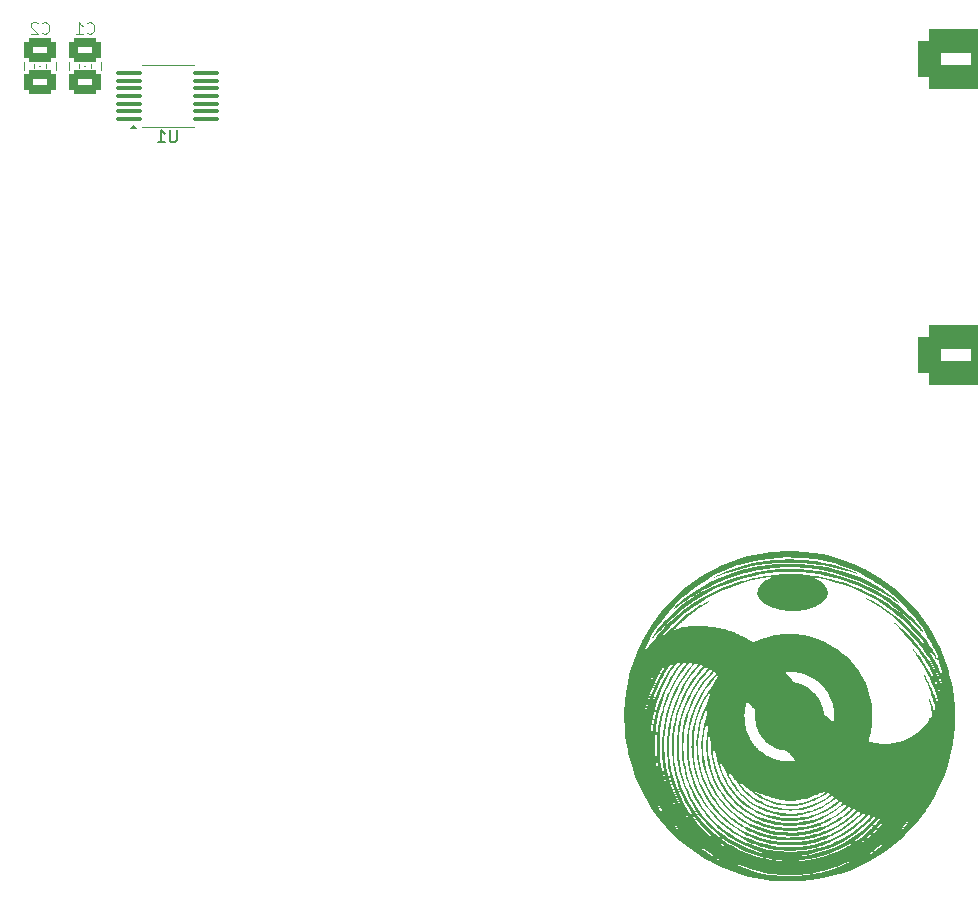
<source format=gbo>
G04 #@! TF.GenerationSoftware,KiCad,Pcbnew,8.0.3*
G04 #@! TF.CreationDate,2025-01-02T16:48:01+10:30*
G04 #@! TF.ProjectId,tt06-vga-opamp,74743036-2d76-4676-912d-6f70616d702e,rev?*
G04 #@! TF.SameCoordinates,Original*
G04 #@! TF.FileFunction,Legend,Bot*
G04 #@! TF.FilePolarity,Positive*
%FSLAX46Y46*%
G04 Gerber Fmt 4.6, Leading zero omitted, Abs format (unit mm)*
G04 Created by KiCad (PCBNEW 8.0.3) date 2025-01-02 16:48:01*
%MOMM*%
%LPD*%
G01*
G04 APERTURE LIST*
G04 Aperture macros list*
%AMRoundRect*
0 Rectangle with rounded corners*
0 $1 Rounding radius*
0 $2 $3 $4 $5 $6 $7 $8 $9 X,Y pos of 4 corners*
0 Add a 4 corners polygon primitive as box body*
4,1,4,$2,$3,$4,$5,$6,$7,$8,$9,$2,$3,0*
0 Add four circle primitives for the rounded corners*
1,1,$1+$1,$2,$3*
1,1,$1+$1,$4,$5*
1,1,$1+$1,$6,$7*
1,1,$1+$1,$8,$9*
0 Add four rect primitives between the rounded corners*
20,1,$1+$1,$2,$3,$4,$5,0*
20,1,$1+$1,$4,$5,$6,$7,0*
20,1,$1+$1,$6,$7,$8,$9,0*
20,1,$1+$1,$8,$9,$2,$3,0*%
G04 Aperture macros list end*
%ADD10C,0.300000*%
%ADD11C,0.150000*%
%ADD12C,0.100000*%
%ADD13C,0.000000*%
%ADD14C,0.120000*%
%ADD15R,1.700000X1.700000*%
%ADD16O,1.700000X1.700000*%
%ADD17C,7.500000*%
%ADD18RoundRect,0.100000X-1.037500X-0.100000X1.037500X-0.100000X1.037500X0.100000X-1.037500X0.100000X0*%
%ADD19RoundRect,1.000000X2.250000X-1.500000X2.250000X1.500000X-2.250000X1.500000X-2.250000X-1.500000X0*%
%ADD20R,1.600000X1.600000*%
%ADD21C,1.600000*%
%ADD22C,1.560000*%
%ADD23R,1.560000X1.560000*%
%ADD24RoundRect,0.396226X0.953774X-0.653774X0.953774X0.653774X-0.953774X0.653774X-0.953774X-0.653774X0*%
G04 APERTURE END LIST*
D10*
X152451427Y-133234757D02*
X152594285Y-133163328D01*
X152594285Y-133163328D02*
X152808570Y-133163328D01*
X152808570Y-133163328D02*
X153022856Y-133234757D01*
X153022856Y-133234757D02*
X153165713Y-133377614D01*
X153165713Y-133377614D02*
X153237142Y-133520471D01*
X153237142Y-133520471D02*
X153308570Y-133806185D01*
X153308570Y-133806185D02*
X153308570Y-134020471D01*
X153308570Y-134020471D02*
X153237142Y-134306185D01*
X153237142Y-134306185D02*
X153165713Y-134449042D01*
X153165713Y-134449042D02*
X153022856Y-134591900D01*
X153022856Y-134591900D02*
X152808570Y-134663328D01*
X152808570Y-134663328D02*
X152665713Y-134663328D01*
X152665713Y-134663328D02*
X152451427Y-134591900D01*
X152451427Y-134591900D02*
X152379999Y-134520471D01*
X152379999Y-134520471D02*
X152379999Y-134020471D01*
X152379999Y-134020471D02*
X152665713Y-134020471D01*
X151522856Y-133163328D02*
X151522856Y-133520471D01*
X151879999Y-133377614D02*
X151522856Y-133520471D01*
X151522856Y-133520471D02*
X151165713Y-133377614D01*
X151737142Y-133806185D02*
X151522856Y-133520471D01*
X151522856Y-133520471D02*
X151308570Y-133806185D01*
X150379999Y-133163328D02*
X150379999Y-133520471D01*
X150737142Y-133377614D02*
X150379999Y-133520471D01*
X150379999Y-133520471D02*
X150022856Y-133377614D01*
X150594285Y-133806185D02*
X150379999Y-133520471D01*
X150379999Y-133520471D02*
X150165713Y-133806185D01*
X149237142Y-133163328D02*
X149237142Y-133520471D01*
X149594285Y-133377614D02*
X149237142Y-133520471D01*
X149237142Y-133520471D02*
X148879999Y-133377614D01*
X149451428Y-133806185D02*
X149237142Y-133520471D01*
X149237142Y-133520471D02*
X149022856Y-133806185D01*
D11*
X99186904Y-84184819D02*
X99186904Y-84994342D01*
X99186904Y-84994342D02*
X99139285Y-85089580D01*
X99139285Y-85089580D02*
X99091666Y-85137200D01*
X99091666Y-85137200D02*
X98996428Y-85184819D01*
X98996428Y-85184819D02*
X98805952Y-85184819D01*
X98805952Y-85184819D02*
X98710714Y-85137200D01*
X98710714Y-85137200D02*
X98663095Y-85089580D01*
X98663095Y-85089580D02*
X98615476Y-84994342D01*
X98615476Y-84994342D02*
X98615476Y-84184819D01*
X97615476Y-85184819D02*
X98186904Y-85184819D01*
X97901190Y-85184819D02*
X97901190Y-84184819D01*
X97901190Y-84184819D02*
X97996428Y-84327676D01*
X97996428Y-84327676D02*
X98091666Y-84422914D01*
X98091666Y-84422914D02*
X98186904Y-84470533D01*
D12*
X87796666Y-75927180D02*
X87844285Y-75974800D01*
X87844285Y-75974800D02*
X87987142Y-76022419D01*
X87987142Y-76022419D02*
X88082380Y-76022419D01*
X88082380Y-76022419D02*
X88225237Y-75974800D01*
X88225237Y-75974800D02*
X88320475Y-75879561D01*
X88320475Y-75879561D02*
X88368094Y-75784323D01*
X88368094Y-75784323D02*
X88415713Y-75593847D01*
X88415713Y-75593847D02*
X88415713Y-75450990D01*
X88415713Y-75450990D02*
X88368094Y-75260514D01*
X88368094Y-75260514D02*
X88320475Y-75165276D01*
X88320475Y-75165276D02*
X88225237Y-75070038D01*
X88225237Y-75070038D02*
X88082380Y-75022419D01*
X88082380Y-75022419D02*
X87987142Y-75022419D01*
X87987142Y-75022419D02*
X87844285Y-75070038D01*
X87844285Y-75070038D02*
X87796666Y-75117657D01*
X87415713Y-75117657D02*
X87368094Y-75070038D01*
X87368094Y-75070038D02*
X87272856Y-75022419D01*
X87272856Y-75022419D02*
X87034761Y-75022419D01*
X87034761Y-75022419D02*
X86939523Y-75070038D01*
X86939523Y-75070038D02*
X86891904Y-75117657D01*
X86891904Y-75117657D02*
X86844285Y-75212895D01*
X86844285Y-75212895D02*
X86844285Y-75308133D01*
X86844285Y-75308133D02*
X86891904Y-75450990D01*
X86891904Y-75450990D02*
X87463332Y-76022419D01*
X87463332Y-76022419D02*
X86844285Y-76022419D01*
X91606666Y-75927180D02*
X91654285Y-75974800D01*
X91654285Y-75974800D02*
X91797142Y-76022419D01*
X91797142Y-76022419D02*
X91892380Y-76022419D01*
X91892380Y-76022419D02*
X92035237Y-75974800D01*
X92035237Y-75974800D02*
X92130475Y-75879561D01*
X92130475Y-75879561D02*
X92178094Y-75784323D01*
X92178094Y-75784323D02*
X92225713Y-75593847D01*
X92225713Y-75593847D02*
X92225713Y-75450990D01*
X92225713Y-75450990D02*
X92178094Y-75260514D01*
X92178094Y-75260514D02*
X92130475Y-75165276D01*
X92130475Y-75165276D02*
X92035237Y-75070038D01*
X92035237Y-75070038D02*
X91892380Y-75022419D01*
X91892380Y-75022419D02*
X91797142Y-75022419D01*
X91797142Y-75022419D02*
X91654285Y-75070038D01*
X91654285Y-75070038D02*
X91606666Y-75117657D01*
X90654285Y-76022419D02*
X91225713Y-76022419D01*
X90939999Y-76022419D02*
X90939999Y-75022419D01*
X90939999Y-75022419D02*
X91035237Y-75165276D01*
X91035237Y-75165276D02*
X91130475Y-75260514D01*
X91130475Y-75260514D02*
X91225713Y-75308133D01*
D13*
G36*
X164746011Y-130679755D02*
G01*
X164888639Y-131405144D01*
X164993426Y-132143186D01*
X165060582Y-132894658D01*
X165063706Y-132948649D01*
X165070505Y-133111838D01*
X165075518Y-133303168D01*
X165078744Y-133514125D01*
X165080184Y-133736196D01*
X165079837Y-133960871D01*
X165077703Y-134179635D01*
X165073782Y-134383976D01*
X165068076Y-134565382D01*
X165060582Y-134715341D01*
X165004566Y-135363331D01*
X164903826Y-136104757D01*
X164764992Y-136835403D01*
X164591781Y-137540770D01*
X164588475Y-137554231D01*
X164374687Y-138260204D01*
X164124040Y-138952286D01*
X163836945Y-139629440D01*
X163576922Y-140161497D01*
X163513813Y-140290629D01*
X163446248Y-140411950D01*
X163293798Y-140685691D01*
X163165720Y-140915670D01*
X163155057Y-140934816D01*
X163024590Y-141142172D01*
X162865632Y-141394809D01*
X162761088Y-141560965D01*
X162742882Y-141586742D01*
X162603041Y-141784734D01*
X162484800Y-141952145D01*
X162365153Y-142121547D01*
X162332317Y-142168038D01*
X162289876Y-142221823D01*
X162187147Y-142352012D01*
X162124207Y-142431775D01*
X162038808Y-142540000D01*
X161951992Y-142650021D01*
X161869155Y-142755000D01*
X161609325Y-143056930D01*
X161238885Y-143458561D01*
X160848168Y-143852425D01*
X160692279Y-143998632D01*
X160447454Y-144228251D01*
X160047021Y-144575766D01*
X159563273Y-144960198D01*
X158960100Y-145393368D01*
X158336871Y-145792496D01*
X158138745Y-145905011D01*
X157694953Y-146157039D01*
X157035712Y-146486451D01*
X156360514Y-146780188D01*
X155670725Y-147037706D01*
X154967710Y-147258460D01*
X154252837Y-147441906D01*
X153527471Y-147587498D01*
X152792979Y-147694693D01*
X152050725Y-147762947D01*
X151965873Y-147767510D01*
X151819529Y-147772769D01*
X151646122Y-147776813D01*
X151453104Y-147779634D01*
X151247928Y-147781227D01*
X151038047Y-147781585D01*
X150830913Y-147780701D01*
X150633980Y-147778568D01*
X150454700Y-147775180D01*
X150300526Y-147770531D01*
X150178910Y-147764612D01*
X149532437Y-147708867D01*
X148790271Y-147608303D01*
X148058925Y-147469668D01*
X147339423Y-147293366D01*
X146632793Y-147079805D01*
X145940058Y-146829392D01*
X145262246Y-146542532D01*
X144600382Y-146219632D01*
X144515822Y-146172620D01*
X146271887Y-146172620D01*
X146284723Y-146182507D01*
X146328465Y-146206439D01*
X146397640Y-146241605D01*
X146486584Y-146285327D01*
X146589633Y-146334922D01*
X146701121Y-146387709D01*
X146815384Y-146441008D01*
X146926758Y-146492137D01*
X147029578Y-146538415D01*
X147118178Y-146577162D01*
X147186895Y-146605695D01*
X147348714Y-146668573D01*
X147752880Y-146813882D01*
X148146319Y-146937032D01*
X148537222Y-147039845D01*
X148933781Y-147124142D01*
X149344185Y-147191742D01*
X149776628Y-147244466D01*
X150239299Y-147284135D01*
X150303253Y-147288626D01*
X150412669Y-147296307D01*
X150507497Y-147302961D01*
X150579290Y-147307994D01*
X150619598Y-147310814D01*
X150639816Y-147311350D01*
X150698989Y-147311478D01*
X150789385Y-147310917D01*
X150905852Y-147309725D01*
X151043241Y-147307955D01*
X151196401Y-147305662D01*
X151360181Y-147302902D01*
X151525498Y-147299522D01*
X151804187Y-147291400D01*
X152044487Y-147280919D01*
X152246002Y-147268104D01*
X152408339Y-147252976D01*
X152531103Y-147235558D01*
X152556193Y-147231544D01*
X152619183Y-147222997D01*
X152691229Y-147214453D01*
X152755365Y-147206749D01*
X152895098Y-147187136D01*
X153057739Y-147161598D01*
X153232908Y-147131921D01*
X153410228Y-147099887D01*
X153579322Y-147067282D01*
X153729810Y-147035889D01*
X154141402Y-146935414D01*
X154586564Y-146801928D01*
X155028522Y-146642257D01*
X155475015Y-146453583D01*
X155933783Y-146233085D01*
X155993824Y-146202372D01*
X156114700Y-146139179D01*
X156227453Y-146078531D01*
X156327496Y-146023045D01*
X156410247Y-145975335D01*
X156471121Y-145938016D01*
X156505534Y-145913703D01*
X156508902Y-145905011D01*
X156508413Y-145905050D01*
X156483487Y-145914622D01*
X156430790Y-145938648D01*
X156357730Y-145973654D01*
X156271717Y-146016169D01*
X156157226Y-146071654D01*
X155999906Y-146144177D01*
X155822614Y-146222957D01*
X155634676Y-146304034D01*
X155445421Y-146383445D01*
X155264175Y-146457229D01*
X155100265Y-146521423D01*
X154963018Y-146572066D01*
X154497632Y-146726060D01*
X153953944Y-146881288D01*
X153415896Y-147008625D01*
X152889554Y-147106658D01*
X152380985Y-147173973D01*
X152342892Y-147177979D01*
X152261325Y-147186735D01*
X152162719Y-147197456D01*
X152060733Y-147208663D01*
X152057804Y-147208982D01*
X151965120Y-147216252D01*
X151839288Y-147222186D01*
X151686906Y-147226783D01*
X151514571Y-147230046D01*
X151328881Y-147231976D01*
X151136433Y-147232575D01*
X150943824Y-147231843D01*
X150757651Y-147229782D01*
X150584513Y-147226394D01*
X150431006Y-147221679D01*
X150303728Y-147215640D01*
X150209275Y-147208277D01*
X150131134Y-147200035D01*
X150029110Y-147189344D01*
X149940706Y-147180155D01*
X149879015Y-147173833D01*
X149858734Y-147171759D01*
X149434899Y-147116226D01*
X148988640Y-147035934D01*
X148526991Y-146932734D01*
X148056984Y-146808481D01*
X147585654Y-146665025D01*
X147120032Y-146504220D01*
X146667152Y-146327917D01*
X146627987Y-146311783D01*
X146515817Y-146266041D01*
X146418635Y-146227098D01*
X146341928Y-146197110D01*
X146291183Y-146178232D01*
X146271887Y-146172620D01*
X144515822Y-146172620D01*
X143955491Y-145861099D01*
X143328599Y-145467339D01*
X142720732Y-145038759D01*
X142132916Y-144575766D01*
X141939379Y-144409506D01*
X143108482Y-144409506D01*
X143110646Y-144418725D01*
X143120011Y-144437242D01*
X143126446Y-144446963D01*
X143160941Y-144487274D01*
X143218456Y-144547840D01*
X143294210Y-144624095D01*
X143383422Y-144711476D01*
X143481308Y-144805418D01*
X143583089Y-144901356D01*
X143683980Y-144994725D01*
X143779202Y-145080962D01*
X143863972Y-145155501D01*
X143933507Y-145213779D01*
X144065230Y-145315938D01*
X144296539Y-145480676D01*
X144545030Y-145642352D01*
X144797600Y-145792577D01*
X145041145Y-145922962D01*
X145115261Y-145959774D01*
X145184932Y-145993604D01*
X145234037Y-146016549D01*
X145255011Y-146025000D01*
X145263272Y-146022781D01*
X145258070Y-146012927D01*
X145233170Y-145992760D01*
X145184942Y-145959668D01*
X145109757Y-145911036D01*
X145003987Y-145844253D01*
X144872904Y-145760741D01*
X144358858Y-145409211D01*
X143842549Y-145017945D01*
X143323854Y-144586849D01*
X143251242Y-144523895D01*
X143184897Y-144466779D01*
X143141636Y-144430618D01*
X143117488Y-144412499D01*
X143108482Y-144409506D01*
X141939379Y-144409506D01*
X141831209Y-144316581D01*
X141429612Y-143946755D01*
X141035489Y-143556368D01*
X140659119Y-143155692D01*
X140310782Y-142755000D01*
X140277893Y-142715365D01*
X140153147Y-142556020D01*
X141102104Y-142556020D01*
X141104400Y-142565166D01*
X141123440Y-142606449D01*
X141158685Y-142672112D01*
X141206424Y-142755837D01*
X141262945Y-142851306D01*
X141324537Y-142952201D01*
X141387488Y-143052205D01*
X141448088Y-143145000D01*
X141511505Y-143239061D01*
X141588554Y-143349437D01*
X141659724Y-143444872D01*
X141731999Y-143533860D01*
X141812362Y-143624896D01*
X141907798Y-143726475D01*
X142025289Y-143847092D01*
X142111928Y-143933881D01*
X142192630Y-144012382D01*
X142261626Y-144077147D01*
X142313561Y-144123150D01*
X142343081Y-144145366D01*
X142373280Y-144160398D01*
X142381811Y-144158955D01*
X142363877Y-144133274D01*
X142352141Y-144118634D01*
X142314878Y-144074211D01*
X142262781Y-144013432D01*
X142203272Y-143945000D01*
X142178848Y-143916989D01*
X142107074Y-143833600D01*
X142037540Y-143751498D01*
X141982409Y-143685000D01*
X141981373Y-143683726D01*
X141933940Y-143625865D01*
X141894967Y-143579076D01*
X141872801Y-143553382D01*
X141851536Y-143528353D01*
X141807954Y-143474004D01*
X141748294Y-143397944D01*
X141676828Y-143305734D01*
X141597826Y-143202934D01*
X141515559Y-143095105D01*
X141434299Y-142987809D01*
X141358317Y-142886606D01*
X141291885Y-142797057D01*
X141248294Y-142738263D01*
X141190203Y-142661504D01*
X141143867Y-142602232D01*
X141113197Y-142565415D01*
X141102104Y-142556020D01*
X140153147Y-142556020D01*
X139818754Y-142128880D01*
X139393245Y-141521312D01*
X139001931Y-140893997D01*
X138856029Y-140629767D01*
X139693423Y-140629767D01*
X139704869Y-140675862D01*
X139725936Y-140745830D01*
X139754662Y-140834002D01*
X139789084Y-140934707D01*
X139827240Y-141042275D01*
X139867169Y-141151035D01*
X139906909Y-141255316D01*
X139944497Y-141349448D01*
X139977971Y-141427761D01*
X139978051Y-141427939D01*
X140018343Y-141509569D01*
X140074753Y-141613143D01*
X140141524Y-141729084D01*
X140212900Y-141847817D01*
X140283125Y-141959764D01*
X140346441Y-142055350D01*
X140397094Y-142125000D01*
X140443932Y-142183846D01*
X140476550Y-142223362D01*
X140493762Y-142240705D01*
X140500484Y-142240733D01*
X140501631Y-142228306D01*
X140498930Y-142217667D01*
X140480651Y-142175864D01*
X140448916Y-142113394D01*
X140408198Y-142039306D01*
X140407178Y-142037509D01*
X140367201Y-141964357D01*
X140313401Y-141862096D01*
X140249151Y-141737466D01*
X140177828Y-141597208D01*
X140102806Y-141448064D01*
X140027458Y-141296776D01*
X139955160Y-141150083D01*
X139889287Y-141014729D01*
X139833213Y-140897454D01*
X139790313Y-140805000D01*
X139772390Y-140765822D01*
X139738736Y-140694718D01*
X139712095Y-140641629D01*
X139697047Y-140615843D01*
X139693559Y-140613217D01*
X139693423Y-140629767D01*
X138856029Y-140629767D01*
X138645376Y-140248273D01*
X138324146Y-139585475D01*
X138038806Y-138906941D01*
X137932117Y-138609902D01*
X138702373Y-138609902D01*
X138708734Y-138685921D01*
X138720794Y-138786247D01*
X138765853Y-139080448D01*
X138823481Y-139349121D01*
X138896093Y-139602407D01*
X138986105Y-139850444D01*
X138989796Y-139859650D01*
X139039633Y-139979867D01*
X139084815Y-140081551D01*
X139123404Y-140160941D01*
X139153465Y-140214273D01*
X139173060Y-140237784D01*
X139180254Y-140227712D01*
X139175683Y-140205280D01*
X139160539Y-140149942D01*
X139136701Y-140069135D01*
X139106136Y-139969508D01*
X139070809Y-139857712D01*
X139063317Y-139834215D01*
X139018174Y-139688786D01*
X138970187Y-139528552D01*
X138921472Y-139361079D01*
X138874149Y-139193935D01*
X138830336Y-139034688D01*
X138792150Y-138890905D01*
X138761711Y-138770153D01*
X138741137Y-138680000D01*
X138726522Y-138616703D01*
X138712530Y-138575063D01*
X138704059Y-138572872D01*
X138702373Y-138609902D01*
X137932117Y-138609902D01*
X137789921Y-138214006D01*
X137578055Y-137508008D01*
X137439371Y-136936884D01*
X138062742Y-136936884D01*
X138063297Y-137041014D01*
X138066062Y-137135000D01*
X138073131Y-137238662D01*
X138090752Y-137400207D01*
X138115580Y-137570896D01*
X138145568Y-137738447D01*
X138178668Y-137890576D01*
X138212830Y-138015000D01*
X138225461Y-138052017D01*
X138246949Y-138105475D01*
X138263351Y-138135000D01*
X138266107Y-138137887D01*
X138271933Y-138141741D01*
X138274914Y-138135783D01*
X138274593Y-138115047D01*
X138270514Y-138074567D01*
X138262221Y-138009376D01*
X138249255Y-137914509D01*
X138231161Y-137785000D01*
X138225332Y-137743022D01*
X138204522Y-137585356D01*
X138185363Y-137425810D01*
X138167062Y-137256775D01*
X138148826Y-137070639D01*
X138129861Y-136859791D01*
X138109373Y-136616620D01*
X138104249Y-136563485D01*
X138097432Y-136512905D01*
X138091657Y-136490256D01*
X138090308Y-136489619D01*
X138083419Y-136508161D01*
X138077079Y-136558402D01*
X138071565Y-136633369D01*
X138067152Y-136726088D01*
X138064119Y-136829584D01*
X138062742Y-136936884D01*
X137439371Y-136936884D01*
X137403773Y-136790283D01*
X137283129Y-136145000D01*
X139313581Y-136145000D01*
X139314025Y-136301778D01*
X139316539Y-136540712D01*
X139321670Y-136752469D01*
X139329887Y-136945088D01*
X139341655Y-137126611D01*
X139357440Y-137305076D01*
X139377710Y-137488526D01*
X139402930Y-137685000D01*
X139407443Y-137718051D01*
X139426180Y-137848883D01*
X139442277Y-137950869D01*
X139455313Y-138022206D01*
X139464866Y-138061091D01*
X139470513Y-138065720D01*
X139471834Y-138034291D01*
X139468407Y-137965000D01*
X139462528Y-137891405D01*
X139452646Y-137786818D01*
X139440477Y-137669944D01*
X139427441Y-137555000D01*
X139419032Y-137466393D01*
X139410422Y-137326446D01*
X139403721Y-137158568D01*
X139398923Y-136969390D01*
X139396027Y-136765545D01*
X139395027Y-136553664D01*
X139395920Y-136340378D01*
X139398131Y-136175000D01*
X139701494Y-136175000D01*
X139702515Y-136389478D01*
X139708741Y-136703891D01*
X139721413Y-136994341D01*
X139741440Y-137270481D01*
X139769730Y-137541964D01*
X139807191Y-137818442D01*
X139854733Y-138109570D01*
X139859597Y-138135783D01*
X139913264Y-138425000D01*
X139947391Y-138589231D01*
X139994433Y-138793569D01*
X140047940Y-139008380D01*
X140105248Y-139223688D01*
X140163691Y-139429518D01*
X140220605Y-139615892D01*
X140273324Y-139772834D01*
X140279867Y-139790951D01*
X140311139Y-139872881D01*
X140336629Y-139932031D01*
X140353998Y-139963359D01*
X140360912Y-139961825D01*
X140360908Y-139961459D01*
X140355285Y-139936282D01*
X140340627Y-139881042D01*
X140319076Y-139803602D01*
X140292775Y-139711825D01*
X140172190Y-139270682D01*
X140065710Y-138816127D01*
X139981534Y-138371460D01*
X139918347Y-137927347D01*
X139874837Y-137474455D01*
X139849691Y-137003450D01*
X139841596Y-136505000D01*
X139842160Y-136358337D01*
X139846107Y-136158781D01*
X140091046Y-136158781D01*
X140091713Y-136361488D01*
X140093870Y-136557758D01*
X140097518Y-136740919D01*
X140102659Y-136904295D01*
X140109294Y-137041214D01*
X140117424Y-137145000D01*
X140154376Y-137466636D01*
X140235652Y-138021179D01*
X140337643Y-138551669D01*
X140462278Y-139065701D01*
X140611487Y-139570870D01*
X140787198Y-140074772D01*
X140848390Y-140227712D01*
X140991342Y-140585000D01*
X140995797Y-140595321D01*
X141025215Y-140660036D01*
X141068134Y-140751074D01*
X141120884Y-140860789D01*
X141179797Y-140981533D01*
X141241202Y-141105660D01*
X141295062Y-141212367D01*
X141362171Y-141341615D01*
X141425420Y-141459566D01*
X141482476Y-141562139D01*
X141531003Y-141645248D01*
X141568669Y-141704811D01*
X141593139Y-141736745D01*
X141602078Y-141736966D01*
X141602078Y-141736867D01*
X141593296Y-141713593D01*
X141569135Y-141660697D01*
X141532416Y-141584065D01*
X141485960Y-141489586D01*
X141432586Y-141383146D01*
X141194674Y-140880329D01*
X140953067Y-140285028D01*
X140747191Y-139675928D01*
X140577734Y-139055932D01*
X140445388Y-138427939D01*
X140350841Y-137794852D01*
X140294783Y-137159572D01*
X140277903Y-136525000D01*
X140279118Y-136438964D01*
X140464339Y-136438964D01*
X140502058Y-137045725D01*
X140509198Y-137120731D01*
X140524251Y-137271766D01*
X140538818Y-137404656D01*
X140554360Y-137530913D01*
X140572343Y-137662048D01*
X140594229Y-137809573D01*
X140621482Y-137985000D01*
X140641242Y-138102713D01*
X140698768Y-138393661D01*
X140771045Y-138704896D01*
X140855375Y-139025885D01*
X140949059Y-139346097D01*
X141049398Y-139655000D01*
X141114561Y-139839355D01*
X141353257Y-140436831D01*
X141628597Y-141019619D01*
X141939403Y-141585677D01*
X142284498Y-142132963D01*
X142352990Y-142228306D01*
X142662706Y-142659438D01*
X143072848Y-143163060D01*
X143077985Y-143168986D01*
X143163699Y-143266163D01*
X143236590Y-143345632D01*
X143294059Y-143404820D01*
X143333505Y-143441159D01*
X143352327Y-143452075D01*
X143347925Y-143435000D01*
X143345357Y-143430635D01*
X143319787Y-143395023D01*
X143274924Y-143337587D01*
X143216280Y-143265266D01*
X143149365Y-143185000D01*
X143035168Y-143047232D01*
X142664422Y-142561206D01*
X142321741Y-142050299D01*
X142008616Y-141517819D01*
X141726540Y-140967070D01*
X141477006Y-140401358D01*
X141261504Y-139823989D01*
X141081527Y-139238269D01*
X140938566Y-138647504D01*
X140834115Y-138055000D01*
X140808162Y-137863808D01*
X140785938Y-137674815D01*
X140768279Y-137489593D01*
X140754749Y-137300856D01*
X140744914Y-137101315D01*
X140738337Y-136883683D01*
X140734585Y-136640674D01*
X140733646Y-136450738D01*
X140864031Y-136450738D01*
X140891608Y-137095000D01*
X140906167Y-137270772D01*
X140935482Y-137537994D01*
X140974120Y-137802563D01*
X141023762Y-138074302D01*
X141086092Y-138363036D01*
X141162792Y-138678589D01*
X141206388Y-138844550D01*
X141395074Y-139464665D01*
X141620041Y-140068094D01*
X141880880Y-140654094D01*
X142177181Y-141221922D01*
X142508536Y-141770836D01*
X142874534Y-142300093D01*
X143274766Y-142808951D01*
X143708824Y-143296668D01*
X143862177Y-143452075D01*
X143900715Y-143491129D01*
X144133229Y-143709886D01*
X144385074Y-143932175D01*
X144648975Y-144152110D01*
X144657663Y-144158955D01*
X144917658Y-144363807D01*
X145183846Y-144561383D01*
X145440265Y-144738955D01*
X145679640Y-144890637D01*
X145744027Y-144928929D01*
X145848232Y-144989550D01*
X145930567Y-145035568D01*
X145987995Y-145065363D01*
X146017476Y-145077319D01*
X146015973Y-145069815D01*
X145994710Y-145053742D01*
X145945281Y-145019227D01*
X145873536Y-144970321D01*
X145785128Y-144910878D01*
X145685713Y-144844751D01*
X145588613Y-144779920D01*
X145354883Y-144618931D01*
X145139063Y-144463157D01*
X144947063Y-144316928D01*
X144784795Y-144184577D01*
X144354440Y-143800927D01*
X143928051Y-143381301D01*
X143536029Y-142950431D01*
X143175573Y-142504841D01*
X142843883Y-142041057D01*
X142538160Y-141555602D01*
X142255602Y-141045000D01*
X142052238Y-140623882D01*
X141853061Y-140146521D01*
X141676384Y-139651139D01*
X141525638Y-139147409D01*
X141404253Y-138645000D01*
X141397790Y-138614531D01*
X141374919Y-138507378D01*
X141352075Y-138401167D01*
X141333360Y-138315000D01*
X141310420Y-138205667D01*
X141239366Y-137789436D01*
X141187403Y-137347270D01*
X141154775Y-136886527D01*
X141141730Y-136414568D01*
X141142913Y-136331578D01*
X141291913Y-136331578D01*
X141292541Y-136529470D01*
X141294647Y-136720631D01*
X141298235Y-136898413D01*
X141303310Y-137056167D01*
X141309874Y-137187245D01*
X141317933Y-137285000D01*
X141338835Y-137462942D01*
X141398808Y-137890585D01*
X141470092Y-138289487D01*
X141554438Y-138667014D01*
X141653600Y-139030532D01*
X141769329Y-139387405D01*
X141903380Y-139745000D01*
X142044205Y-140082835D01*
X142296885Y-140622246D01*
X142574808Y-141136456D01*
X142881613Y-141631575D01*
X143220938Y-142113716D01*
X143596420Y-142588989D01*
X143654617Y-142656378D01*
X143755002Y-142766346D01*
X143875425Y-142893187D01*
X144010234Y-143031311D01*
X144153775Y-143175125D01*
X144300394Y-143319041D01*
X144444440Y-143457465D01*
X144580259Y-143584809D01*
X144702197Y-143695480D01*
X144804603Y-143783888D01*
X145129043Y-144043578D01*
X145510446Y-144322227D01*
X145900140Y-144577153D01*
X146308662Y-144815188D01*
X146746549Y-145043166D01*
X146820057Y-145077319D01*
X147203129Y-145255301D01*
X147772729Y-145483323D01*
X148346227Y-145672860D01*
X148922073Y-145823407D01*
X149498716Y-145934465D01*
X149542545Y-145941396D01*
X149646732Y-145957885D01*
X149744372Y-145973354D01*
X149818968Y-145985189D01*
X149847691Y-145989350D01*
X149926772Y-145999190D01*
X150030172Y-146010746D01*
X150146550Y-146022781D01*
X150147739Y-146022904D01*
X150269322Y-146034553D01*
X150362139Y-146042145D01*
X150578562Y-146054357D01*
X150816934Y-146061578D01*
X151069528Y-146063978D01*
X151328616Y-146061728D01*
X151586472Y-146054996D01*
X151835370Y-146043953D01*
X152067581Y-146028768D01*
X152275380Y-146009610D01*
X152451040Y-145986649D01*
X152506823Y-145977827D01*
X152662555Y-145953019D01*
X152788063Y-145932625D01*
X152890472Y-145915394D01*
X152976908Y-145900075D01*
X153054497Y-145885415D01*
X153130365Y-145870164D01*
X153211639Y-145853069D01*
X153430243Y-145803183D01*
X153791950Y-145708449D01*
X153797306Y-145706850D01*
X157512247Y-145706850D01*
X157536150Y-145700110D01*
X157590600Y-145673495D01*
X157674123Y-145627714D01*
X157785241Y-145563472D01*
X158009986Y-145425565D01*
X158344208Y-145195611D01*
X158655172Y-144947990D01*
X158953004Y-144675000D01*
X159028001Y-144600994D01*
X159145242Y-144482788D01*
X159255473Y-144368724D01*
X159355068Y-144262748D01*
X159440401Y-144168805D01*
X159507845Y-144090840D01*
X159553774Y-144032801D01*
X159574562Y-143998632D01*
X159574517Y-143997237D01*
X159558168Y-144007128D01*
X159519317Y-144039606D01*
X159462963Y-144090341D01*
X159394107Y-144155000D01*
X159378463Y-144169936D01*
X159105628Y-144425985D01*
X158849573Y-144657007D01*
X158665915Y-144815000D01*
X158602904Y-144869206D01*
X158358228Y-145068787D01*
X158108154Y-145261955D01*
X157845288Y-145454914D01*
X157753056Y-145521253D01*
X157666754Y-145583686D01*
X157596475Y-145634907D01*
X157547731Y-145670900D01*
X157526036Y-145687644D01*
X157520370Y-145693007D01*
X157512247Y-145706850D01*
X153797306Y-145706850D01*
X154163804Y-145597428D01*
X154532056Y-145474314D01*
X154882955Y-145343301D01*
X154963484Y-145309931D01*
X155098657Y-145249843D01*
X155255132Y-145176811D01*
X155425076Y-145094741D01*
X155600651Y-145007539D01*
X155774023Y-144919110D01*
X155937355Y-144833361D01*
X155971092Y-144815000D01*
X156674366Y-144815000D01*
X156684374Y-144825000D01*
X156694382Y-144815000D01*
X156684374Y-144805000D01*
X156674366Y-144815000D01*
X155971092Y-144815000D01*
X156004726Y-144796695D01*
X156717177Y-144796695D01*
X156717754Y-144802784D01*
X156742638Y-144791222D01*
X156788344Y-144764256D01*
X156851392Y-144724134D01*
X156928298Y-144673105D01*
X157015581Y-144613417D01*
X157109757Y-144547317D01*
X157207345Y-144477053D01*
X157304862Y-144404873D01*
X157434471Y-144306223D01*
X157703465Y-144091798D01*
X157955547Y-143875724D01*
X158140459Y-143705000D01*
X160300338Y-143705000D01*
X160307845Y-143700533D01*
X160339318Y-143672453D01*
X160389441Y-143623307D01*
X160452948Y-143558612D01*
X160524576Y-143483886D01*
X160599059Y-143404644D01*
X160671134Y-143326404D01*
X160735535Y-143254684D01*
X160786998Y-143195000D01*
X160805251Y-143172855D01*
X160872462Y-143087473D01*
X160941380Y-142994900D01*
X161007615Y-142901590D01*
X161066776Y-142813995D01*
X161114471Y-142738566D01*
X161146308Y-142681757D01*
X161157896Y-142650021D01*
X161154694Y-142632648D01*
X161133892Y-142625682D01*
X161121138Y-142633457D01*
X161096772Y-142648310D01*
X161046881Y-142697989D01*
X160987762Y-142772173D01*
X160979838Y-142782979D01*
X160932213Y-142847215D01*
X160866983Y-142934428D01*
X160789551Y-143037431D01*
X160705315Y-143149036D01*
X160619678Y-143262055D01*
X160587602Y-143304341D01*
X160509877Y-143407170D01*
X160440488Y-143499475D01*
X160383416Y-143575930D01*
X160342641Y-143631213D01*
X160322143Y-143660000D01*
X160304046Y-143690783D01*
X160300338Y-143705000D01*
X158140459Y-143705000D01*
X158203179Y-143647093D01*
X158458825Y-143395000D01*
X158515253Y-143337359D01*
X158625017Y-143223026D01*
X158734972Y-143105918D01*
X158790341Y-143045727D01*
X159274852Y-143045727D01*
X159288074Y-143038387D01*
X159320556Y-143008828D01*
X159368467Y-142960000D01*
X159411127Y-142913234D01*
X159507892Y-142797815D01*
X159622714Y-142650000D01*
X159630380Y-142633457D01*
X159611428Y-142625000D01*
X159591334Y-142637538D01*
X159552493Y-142676832D01*
X159501915Y-142736499D01*
X159445469Y-142810000D01*
X159396271Y-142876963D01*
X159346708Y-142944277D01*
X159309620Y-142994483D01*
X159290597Y-143020000D01*
X159284717Y-143027896D01*
X159274852Y-143045727D01*
X158790341Y-143045727D01*
X158841620Y-142989983D01*
X158941465Y-142879166D01*
X159031011Y-142777414D01*
X159106761Y-142688675D01*
X159165220Y-142616895D01*
X159202889Y-142566021D01*
X159216274Y-142540000D01*
X159201126Y-142529692D01*
X159161086Y-142525000D01*
X159155150Y-142525245D01*
X159131660Y-142531703D01*
X159103629Y-142549914D01*
X159067076Y-142583864D01*
X159018022Y-142637539D01*
X158952486Y-142714922D01*
X158866489Y-142820000D01*
X158699871Y-143017534D01*
X158449084Y-143292406D01*
X158174845Y-143571016D01*
X157884717Y-143846249D01*
X157586261Y-144110995D01*
X157287041Y-144358138D01*
X156994618Y-144580568D01*
X156946916Y-144615380D01*
X156870719Y-144671881D01*
X156806458Y-144720583D01*
X156764437Y-144753734D01*
X156744388Y-144770706D01*
X156717177Y-144796695D01*
X156004726Y-144796695D01*
X156082812Y-144754197D01*
X156202559Y-144685523D01*
X156240948Y-144662536D01*
X156693195Y-144373196D01*
X157128651Y-144058917D01*
X157553862Y-143714713D01*
X157975380Y-143335598D01*
X157996608Y-143315413D01*
X158087436Y-143226516D01*
X158187637Y-143125129D01*
X158292496Y-143016343D01*
X158397297Y-142905249D01*
X158497324Y-142796940D01*
X158587864Y-142696506D01*
X158664199Y-142609039D01*
X158721616Y-142539630D01*
X158755398Y-142493370D01*
X158766248Y-142472283D01*
X158768671Y-142431775D01*
X158738721Y-142411218D01*
X158679782Y-142414157D01*
X158673917Y-142415685D01*
X158637505Y-142434517D01*
X158591429Y-142473894D01*
X158531353Y-142537959D01*
X158452943Y-142630851D01*
X158422994Y-142666478D01*
X158347603Y-142751940D01*
X158253612Y-142854646D01*
X158147584Y-142967562D01*
X158036081Y-143083656D01*
X157925668Y-143195893D01*
X157684680Y-143430261D01*
X157250628Y-143816430D01*
X156803899Y-144167984D01*
X156340060Y-144488098D01*
X155854677Y-144779952D01*
X155343318Y-145046721D01*
X154966112Y-145221041D01*
X154397694Y-145450671D01*
X153846787Y-145635000D01*
X153828197Y-145641220D01*
X153258375Y-145792469D01*
X152688985Y-145904202D01*
X152120780Y-145976199D01*
X152082909Y-145979657D01*
X152001320Y-145987060D01*
X151902625Y-145995979D01*
X151800528Y-146005174D01*
X151756433Y-146008677D01*
X151623335Y-146015819D01*
X151463640Y-146020794D01*
X151286857Y-146023603D01*
X151102498Y-146024244D01*
X150920071Y-146022720D01*
X150749087Y-146019029D01*
X150599056Y-146013171D01*
X150479488Y-146005148D01*
X150414999Y-145999336D01*
X150308418Y-145989705D01*
X150211643Y-145980930D01*
X150139707Y-145974375D01*
X149952991Y-145953729D01*
X149722280Y-145921155D01*
X149477741Y-145880486D01*
X149232074Y-145833992D01*
X148997979Y-145783946D01*
X148788156Y-145732620D01*
X148458240Y-145635000D01*
X151390205Y-145635000D01*
X151400213Y-145645000D01*
X151410221Y-145635000D01*
X151570347Y-145635000D01*
X151580355Y-145645000D01*
X151590363Y-145635000D01*
X151580355Y-145625000D01*
X151570347Y-145635000D01*
X151410221Y-145635000D01*
X151400213Y-145625000D01*
X151390205Y-145635000D01*
X148458240Y-145635000D01*
X148388769Y-145614444D01*
X150434685Y-145614444D01*
X150452036Y-145618008D01*
X150499504Y-145619279D01*
X150536521Y-145618380D01*
X150558154Y-145615230D01*
X150548747Y-145612127D01*
X151712125Y-145612127D01*
X151721668Y-145615230D01*
X151745144Y-145622863D01*
X151812613Y-145628878D01*
X151907984Y-145630005D01*
X152025277Y-145626587D01*
X152158512Y-145618971D01*
X152301708Y-145607500D01*
X152448885Y-145592519D01*
X152594063Y-145574372D01*
X152731261Y-145553404D01*
X152845072Y-145533376D01*
X153440413Y-145404901D01*
X154024789Y-145238969D01*
X154596181Y-145036582D01*
X155152572Y-144798745D01*
X155691941Y-144526460D01*
X156212271Y-144220733D01*
X156711543Y-143882567D01*
X157187738Y-143512966D01*
X157638837Y-143112934D01*
X157748437Y-143007566D01*
X157860672Y-142896833D01*
X157969896Y-142786503D01*
X158072425Y-142680487D01*
X158164575Y-142582698D01*
X158242661Y-142497044D01*
X158302998Y-142427438D01*
X158341903Y-142377791D01*
X158355690Y-142352012D01*
X158352396Y-142335581D01*
X158321915Y-142307148D01*
X158267534Y-142295621D01*
X158199151Y-142304034D01*
X158177631Y-142311050D01*
X158129875Y-142337738D01*
X158078144Y-142384707D01*
X158014089Y-142458943D01*
X158001853Y-142473691D01*
X157946958Y-142535922D01*
X157871441Y-142617727D01*
X157781336Y-142712721D01*
X157682674Y-142814521D01*
X157581489Y-142916743D01*
X157533418Y-142964397D01*
X157091752Y-143371323D01*
X156625417Y-143747602D01*
X156136377Y-144091932D01*
X155626600Y-144403014D01*
X155098050Y-144679547D01*
X154552695Y-144920230D01*
X154475262Y-144950753D01*
X154222713Y-145043475D01*
X153947954Y-145135463D01*
X153659340Y-145224407D01*
X153365229Y-145307996D01*
X153073975Y-145383922D01*
X152793935Y-145449875D01*
X152533466Y-145503545D01*
X152300922Y-145542622D01*
X152258587Y-145548701D01*
X152126407Y-145567556D01*
X152025940Y-145581542D01*
X151995881Y-145585494D01*
X151950982Y-145591397D01*
X151917968Y-145595230D01*
X151895332Y-145597858D01*
X151852783Y-145601662D01*
X151817134Y-145603545D01*
X151782180Y-145604244D01*
X151764778Y-145604597D01*
X151724278Y-145607498D01*
X151712125Y-145612127D01*
X150548747Y-145612127D01*
X150544264Y-145610648D01*
X150499097Y-145607319D01*
X150444185Y-145610921D01*
X150434685Y-145614444D01*
X148388769Y-145614444D01*
X148211928Y-145562118D01*
X147622608Y-145348362D01*
X147053126Y-145100259D01*
X146504213Y-144818250D01*
X145976603Y-144502774D01*
X145471027Y-144154271D01*
X144988220Y-143773181D01*
X144528914Y-143359944D01*
X144093841Y-142915000D01*
X144011856Y-142824591D01*
X143677995Y-142431448D01*
X143372447Y-142027732D01*
X143091641Y-141607838D01*
X142832006Y-141166156D01*
X142589972Y-140697079D01*
X142361968Y-140195000D01*
X142242974Y-139907417D01*
X142082089Y-139480631D01*
X141946103Y-139064855D01*
X141832409Y-138650247D01*
X141738399Y-138226964D01*
X141661466Y-137785162D01*
X141599001Y-137315000D01*
X141589288Y-137221229D01*
X141573396Y-137012652D01*
X141562004Y-136781309D01*
X141555153Y-136536125D01*
X141553328Y-136335000D01*
X141712585Y-136335000D01*
X141712813Y-136537704D01*
X141713959Y-136733246D01*
X141716608Y-136902088D01*
X141721342Y-137051259D01*
X141728744Y-137187786D01*
X141739397Y-137318697D01*
X141753883Y-137451020D01*
X141772785Y-137591784D01*
X141796686Y-137748016D01*
X141826168Y-137926746D01*
X141861815Y-138135000D01*
X141873681Y-138200360D01*
X141923587Y-138433734D01*
X141988609Y-138691395D01*
X142066123Y-138964800D01*
X142153505Y-139245406D01*
X142248131Y-139524670D01*
X142347374Y-139794049D01*
X142448612Y-140045000D01*
X142536017Y-140242803D01*
X142773713Y-140716744D01*
X143049768Y-141187846D01*
X143362999Y-141654300D01*
X143712225Y-142114301D01*
X144096267Y-142566042D01*
X144245676Y-142728204D01*
X144642355Y-143121701D01*
X145067733Y-143494818D01*
X145517588Y-143844754D01*
X145987701Y-144168707D01*
X146473853Y-144463875D01*
X146971822Y-144727457D01*
X147477390Y-144956651D01*
X147986335Y-145148656D01*
X148009676Y-145156469D01*
X148200487Y-145215038D01*
X148421542Y-145275122D01*
X148664378Y-145334888D01*
X148920531Y-145392505D01*
X149181537Y-145446140D01*
X149438933Y-145493962D01*
X149684255Y-145534138D01*
X149909039Y-145564837D01*
X149954843Y-145570396D01*
X150036317Y-145580666D01*
X150099735Y-145589156D01*
X150134244Y-145594438D01*
X150152335Y-145595519D01*
X150153108Y-145594444D01*
X150214512Y-145594444D01*
X150231862Y-145598008D01*
X150279330Y-145599279D01*
X150316347Y-145598380D01*
X150337981Y-145595230D01*
X150324091Y-145590648D01*
X150278923Y-145587319D01*
X150224012Y-145590921D01*
X150214512Y-145594444D01*
X150153108Y-145594444D01*
X150159542Y-145585494D01*
X150159530Y-145585475D01*
X150136017Y-145575612D01*
X150083885Y-145564918D01*
X150014400Y-145555706D01*
X149973568Y-145551239D01*
X149747128Y-145519392D01*
X149497485Y-145474124D01*
X149233660Y-145417727D01*
X148964674Y-145352489D01*
X148699548Y-145280699D01*
X148447304Y-145204648D01*
X148216964Y-145126625D01*
X148017549Y-145048919D01*
X147633348Y-144881406D01*
X147254137Y-144705139D01*
X146904401Y-144529570D01*
X146578968Y-144351591D01*
X146272663Y-144168094D01*
X145980315Y-143975969D01*
X145696751Y-143772107D01*
X145416796Y-143553400D01*
X145135280Y-143316739D01*
X144924135Y-143125935D01*
X144565151Y-142766958D01*
X144218181Y-142376621D01*
X143886823Y-141960085D01*
X143574672Y-141522510D01*
X143285323Y-141069054D01*
X143022374Y-140604877D01*
X142789420Y-140135139D01*
X142590058Y-139665000D01*
X142553140Y-139568036D01*
X142358552Y-138992538D01*
X142202922Y-138410703D01*
X142086099Y-137824189D01*
X142007935Y-137234655D01*
X141968282Y-136643758D01*
X141967700Y-136377601D01*
X142103049Y-136377601D01*
X142125869Y-136973209D01*
X142188501Y-137566587D01*
X142290906Y-138156924D01*
X142433044Y-138743412D01*
X142614877Y-139325241D01*
X142687535Y-139525755D01*
X142895550Y-140029766D01*
X143134734Y-140521640D01*
X143402504Y-140997262D01*
X143696273Y-141452521D01*
X144013458Y-141883305D01*
X144351475Y-142285502D01*
X144707737Y-142655000D01*
X144809954Y-142752700D01*
X145060271Y-142982761D01*
X145303367Y-143191427D01*
X145549912Y-143387311D01*
X145810578Y-143579021D01*
X146096036Y-143775169D01*
X146208723Y-143848936D01*
X146381381Y-143957134D01*
X146559028Y-144063415D01*
X146736227Y-144164832D01*
X146907541Y-144258438D01*
X147067535Y-144341285D01*
X147210773Y-144410426D01*
X147331818Y-144462914D01*
X147425233Y-144495801D01*
X147449111Y-144503063D01*
X147521733Y-144527487D01*
X147617253Y-144561585D01*
X147726022Y-144601873D01*
X147838387Y-144644870D01*
X147989734Y-144701780D01*
X148241964Y-144789190D01*
X148505938Y-144872684D01*
X148773656Y-144950093D01*
X149037114Y-145019248D01*
X149288311Y-145077979D01*
X149519244Y-145124116D01*
X149721911Y-145155490D01*
X149752859Y-145159578D01*
X149812032Y-145168594D01*
X149848992Y-145175888D01*
X149856234Y-145177392D01*
X149899325Y-145183838D01*
X149971172Y-145193155D01*
X150063803Y-145204337D01*
X150169244Y-145216374D01*
X150316944Y-145229749D01*
X150510549Y-145241371D01*
X150726842Y-145249575D01*
X150956890Y-145254321D01*
X151191755Y-145255568D01*
X151422503Y-145253275D01*
X151640197Y-145247401D01*
X151835904Y-145237905D01*
X152000686Y-145224746D01*
X152250772Y-145196924D01*
X152488688Y-145165179D01*
X152718214Y-145128280D01*
X152950889Y-145084199D01*
X153198252Y-145030909D01*
X153471844Y-144966386D01*
X153541867Y-144949331D01*
X153661802Y-144920173D01*
X153772696Y-144893274D01*
X153864600Y-144871046D01*
X153927564Y-144855901D01*
X154003245Y-144835724D01*
X154150969Y-144788566D01*
X154322989Y-144726193D01*
X154512766Y-144651382D01*
X154713762Y-144566913D01*
X154919436Y-144475564D01*
X155123250Y-144380115D01*
X155318664Y-144283345D01*
X155499139Y-144188033D01*
X155934798Y-143934856D01*
X156375838Y-143645274D01*
X156798430Y-143330940D01*
X157209361Y-142986786D01*
X157615416Y-142607745D01*
X157714861Y-142509368D01*
X157805264Y-142416930D01*
X157870157Y-142345313D01*
X157911679Y-142291161D01*
X157931972Y-142251116D01*
X157933174Y-142221823D01*
X157917428Y-142199926D01*
X157886872Y-142182067D01*
X157881063Y-142179699D01*
X157822835Y-142169654D01*
X157751702Y-142172981D01*
X157727124Y-142177495D01*
X157691983Y-142189260D01*
X157655862Y-142211051D01*
X157612368Y-142247847D01*
X157555109Y-142304625D01*
X157477693Y-142386362D01*
X157356346Y-142511173D01*
X157193292Y-142668566D01*
X157010805Y-142836034D01*
X156816260Y-143007107D01*
X156617031Y-143175319D01*
X156420493Y-143334199D01*
X156234019Y-143477279D01*
X155974950Y-143660674D01*
X155671176Y-143856693D01*
X155354448Y-144043409D01*
X155034372Y-144215432D01*
X154720552Y-144367372D01*
X154422593Y-144493838D01*
X154372460Y-144513786D01*
X154268284Y-144557157D01*
X154169566Y-144600433D01*
X154092333Y-144636681D01*
X154033437Y-144665648D01*
X153960040Y-144699955D01*
X153890957Y-144729005D01*
X153817581Y-144755886D01*
X153731308Y-144783687D01*
X153623533Y-144815496D01*
X153485651Y-144854401D01*
X153285264Y-144908404D01*
X153074783Y-144960039D01*
X152867784Y-145004662D01*
X152655568Y-145043867D01*
X152429433Y-145079249D01*
X152180680Y-145112403D01*
X151900607Y-145144924D01*
X151821303Y-145151084D01*
X151707117Y-145156193D01*
X151567272Y-145160036D01*
X151409058Y-145162611D01*
X151239761Y-145163918D01*
X151066672Y-145163957D01*
X150897078Y-145162726D01*
X150738268Y-145160224D01*
X150597530Y-145156451D01*
X150482153Y-145151406D01*
X150399425Y-145145089D01*
X150376038Y-145142552D01*
X150276887Y-145131901D01*
X150182022Y-145121849D01*
X150109196Y-145114281D01*
X150003319Y-145101812D01*
X149815392Y-145073994D01*
X149606433Y-145037551D01*
X149386836Y-144994556D01*
X149166993Y-144947081D01*
X148957296Y-144897196D01*
X148768140Y-144846974D01*
X148720358Y-144833244D01*
X148525632Y-144773683D01*
X148327237Y-144707758D01*
X148130453Y-144637597D01*
X147940564Y-144565331D01*
X147762850Y-144493087D01*
X147602592Y-144422994D01*
X147465072Y-144357181D01*
X147355571Y-144297776D01*
X147279371Y-144246909D01*
X147259823Y-144232364D01*
X147196229Y-144190305D01*
X147115473Y-144141404D01*
X147030312Y-144093520D01*
X146781303Y-143953170D01*
X146337956Y-143672523D01*
X145902986Y-143358379D01*
X145481106Y-143014908D01*
X145077032Y-142646277D01*
X144695477Y-142256653D01*
X144341156Y-141850205D01*
X144018783Y-141431100D01*
X143953135Y-141338456D01*
X143643543Y-140862153D01*
X143364583Y-140364616D01*
X143117815Y-139849650D01*
X142904801Y-139321060D01*
X142727102Y-138782649D01*
X142586281Y-138238221D01*
X142483897Y-137691582D01*
X142429453Y-137262039D01*
X142389198Y-136704353D01*
X142384779Y-136335000D01*
X142533814Y-136335000D01*
X142534077Y-136447762D01*
X142536721Y-136692845D01*
X142542813Y-136909500D01*
X142553102Y-137105841D01*
X142568336Y-137289980D01*
X142589265Y-137470029D01*
X142616637Y-137654101D01*
X142651203Y-137850308D01*
X142693710Y-138066762D01*
X142718651Y-138184275D01*
X142839227Y-138660972D01*
X142990235Y-139140194D01*
X143168059Y-139612141D01*
X143369081Y-140067010D01*
X143589686Y-140495000D01*
X143881940Y-140982070D01*
X144213416Y-141460950D01*
X144574103Y-141914780D01*
X144962362Y-142341761D01*
X145376554Y-142740094D01*
X145815039Y-143107981D01*
X146276178Y-143443621D01*
X146336880Y-143484234D01*
X146485544Y-143580529D01*
X146633597Y-143672356D01*
X146776400Y-143757135D01*
X146909315Y-143832286D01*
X147027705Y-143895228D01*
X147126931Y-143943381D01*
X147202355Y-143974165D01*
X147249340Y-143985000D01*
X147256862Y-143985926D01*
X147300625Y-143998819D01*
X147370171Y-144024530D01*
X147457616Y-144060036D01*
X147555080Y-144102313D01*
X148029757Y-144299195D01*
X148582480Y-144489950D01*
X149143005Y-144642257D01*
X149714326Y-144756914D01*
X150299433Y-144834720D01*
X150372044Y-144840795D01*
X150502335Y-144848225D01*
X150657537Y-144854168D01*
X150830441Y-144858585D01*
X151013833Y-144861437D01*
X151200503Y-144862684D01*
X151383240Y-144862289D01*
X151554832Y-144860211D01*
X151708069Y-144856414D01*
X151835739Y-144850857D01*
X151930631Y-144843502D01*
X152023692Y-144832926D01*
X152131628Y-144819932D01*
X152243182Y-144805949D01*
X152347505Y-144792363D01*
X152433750Y-144780558D01*
X152491072Y-144771921D01*
X152538765Y-144763807D01*
X152995041Y-144674705D01*
X153433530Y-144566862D01*
X153872159Y-144435916D01*
X153955006Y-144409507D01*
X154064293Y-144375922D01*
X154159862Y-144347953D01*
X154233628Y-144327948D01*
X154277507Y-144318254D01*
X154287199Y-144316423D01*
X154341621Y-144300617D01*
X154420912Y-144272734D01*
X154515991Y-144236090D01*
X154617775Y-144194001D01*
X154882548Y-144075616D01*
X155391457Y-143817201D01*
X155875064Y-143528546D01*
X156335492Y-143208231D01*
X156774860Y-142854835D01*
X157195290Y-142466938D01*
X157240212Y-142422374D01*
X157328232Y-142333183D01*
X157403816Y-142254084D01*
X157462872Y-142189497D01*
X157501307Y-142143845D01*
X157515028Y-142121547D01*
X157511676Y-142098436D01*
X157479680Y-142056052D01*
X157418396Y-142032175D01*
X157333459Y-142029656D01*
X157322230Y-142030767D01*
X157287174Y-142035720D01*
X157255844Y-142045216D01*
X157222884Y-142063193D01*
X157182938Y-142093590D01*
X157130649Y-142140348D01*
X157060661Y-142207405D01*
X156967616Y-142298701D01*
X156725004Y-142529509D01*
X156388212Y-142821933D01*
X156042451Y-143088561D01*
X155677533Y-143337116D01*
X155283270Y-143575321D01*
X155220694Y-143610222D01*
X155125286Y-143661446D01*
X155017407Y-143717750D01*
X154903044Y-143776167D01*
X154788182Y-143833732D01*
X154678807Y-143887481D01*
X154580906Y-143934447D01*
X154500464Y-143971666D01*
X154443467Y-143996172D01*
X154415902Y-144005000D01*
X154393924Y-144016389D01*
X154360644Y-144047161D01*
X154332139Y-144073561D01*
X154279445Y-144108515D01*
X154205022Y-144146085D01*
X154104623Y-144188166D01*
X153974004Y-144236654D01*
X153808921Y-144293442D01*
X153466281Y-144400921D01*
X153105634Y-144497495D01*
X152731500Y-144580443D01*
X152330946Y-144652909D01*
X152321862Y-144654381D01*
X152070644Y-144686981D01*
X151789077Y-144709850D01*
X151485318Y-144723016D01*
X151167520Y-144726508D01*
X150843840Y-144720356D01*
X150522431Y-144704588D01*
X150211448Y-144679233D01*
X149919047Y-144644320D01*
X149752036Y-144617558D01*
X149523569Y-144573531D01*
X149278376Y-144519465D01*
X149027690Y-144458004D01*
X148782744Y-144391789D01*
X148554771Y-144323461D01*
X148469984Y-144295718D01*
X148307236Y-144238563D01*
X148139135Y-144175130D01*
X147971090Y-144107806D01*
X147808512Y-144038974D01*
X147656810Y-143971020D01*
X147521393Y-143906330D01*
X147407673Y-143847287D01*
X147321058Y-143796278D01*
X147266958Y-143755688D01*
X147258983Y-143748483D01*
X147208274Y-143709692D01*
X147133497Y-143658776D01*
X147043394Y-143601523D01*
X146946706Y-143543718D01*
X146893943Y-143512940D01*
X146512816Y-143274503D01*
X146140090Y-143011750D01*
X145765776Y-142717694D01*
X145765290Y-142717293D01*
X145663119Y-142628643D01*
X145541110Y-142515721D01*
X145405304Y-142384710D01*
X145261745Y-142241792D01*
X145116476Y-142093151D01*
X144975540Y-141944968D01*
X144844978Y-141803427D01*
X144730835Y-141674710D01*
X144639153Y-141565000D01*
X144376148Y-141218932D01*
X144051729Y-140735906D01*
X143763619Y-140236043D01*
X143511780Y-139719257D01*
X143296168Y-139185462D01*
X143116744Y-138634571D01*
X142973465Y-138066498D01*
X142964776Y-138025696D01*
X142915143Y-137760353D01*
X142871560Y-137472246D01*
X142835352Y-137173517D01*
X142807847Y-136876306D01*
X142790371Y-136592753D01*
X142784251Y-136335000D01*
X142954419Y-136335000D01*
X142954438Y-136364620D01*
X142955046Y-136583511D01*
X142956824Y-136769727D01*
X142960283Y-136929783D01*
X142965934Y-137070195D01*
X142974290Y-137197478D01*
X142985861Y-137318147D01*
X143001159Y-137438718D01*
X143020696Y-137565707D01*
X143044983Y-137705629D01*
X143074532Y-137865000D01*
X143097398Y-137979402D01*
X143164606Y-138268943D01*
X143246910Y-138573603D01*
X143340319Y-138879965D01*
X143440840Y-139174616D01*
X143544481Y-139444142D01*
X143579601Y-139526877D01*
X143650124Y-139683452D01*
X143731944Y-139856307D01*
X143819777Y-140034780D01*
X143908337Y-140208209D01*
X143992339Y-140365929D01*
X144066497Y-140497279D01*
X144140833Y-140620827D01*
X144441167Y-141073533D01*
X144775016Y-141510263D01*
X145138206Y-141926152D01*
X145526562Y-142316334D01*
X145935910Y-142675946D01*
X146069508Y-142782658D01*
X146232496Y-142906614D01*
X146399133Y-143027427D01*
X146565088Y-143142325D01*
X146726034Y-143248535D01*
X146877640Y-143343284D01*
X147015577Y-143423800D01*
X147135516Y-143487308D01*
X147233128Y-143531038D01*
X147304082Y-143552215D01*
X147326695Y-143557247D01*
X147394704Y-143579615D01*
X147478580Y-143613570D01*
X147565165Y-143653981D01*
X147581817Y-143662299D01*
X147890703Y-143804628D01*
X148228431Y-143939955D01*
X148584556Y-144064846D01*
X148948630Y-144175864D01*
X149310208Y-144269574D01*
X149658842Y-144342540D01*
X149799960Y-144367643D01*
X149946843Y-144391957D01*
X150079752Y-144411193D01*
X150212176Y-144427109D01*
X150357604Y-144441462D01*
X150529527Y-144456011D01*
X150769731Y-144471399D01*
X151313806Y-144478357D01*
X151861801Y-144447787D01*
X152408940Y-144380367D01*
X152950444Y-144276775D01*
X153481536Y-144137690D01*
X153997440Y-143963788D01*
X154020407Y-143955233D01*
X154121697Y-143919885D01*
X154214000Y-143891228D01*
X154287935Y-143872015D01*
X154334121Y-143865000D01*
X154368970Y-143860270D01*
X154428827Y-143841754D01*
X154512530Y-143807819D01*
X154623707Y-143756976D01*
X154765988Y-143687735D01*
X155116984Y-143505376D01*
X155477969Y-143297022D01*
X155817701Y-143076318D01*
X156145150Y-142837041D01*
X156469287Y-142572973D01*
X156799081Y-142277891D01*
X156855366Y-142225190D01*
X156945960Y-142138321D01*
X157011255Y-142071615D01*
X157054525Y-142021040D01*
X157079045Y-141982561D01*
X157088089Y-141952145D01*
X157084930Y-141925759D01*
X157080275Y-141916092D01*
X157044441Y-141884312D01*
X156991599Y-141861600D01*
X156939575Y-141856455D01*
X156920474Y-141858681D01*
X156874155Y-141862500D01*
X156859902Y-141868284D01*
X156817384Y-141897427D01*
X156755815Y-141946854D01*
X156681048Y-142011781D01*
X156598938Y-142087423D01*
X156254826Y-142394311D01*
X155856307Y-142708539D01*
X155440320Y-142996688D01*
X155013559Y-143254147D01*
X154582719Y-143476303D01*
X154573836Y-143480508D01*
X154478336Y-143528003D01*
X154391807Y-143574846D01*
X154323455Y-143615841D01*
X154282482Y-143645793D01*
X154282193Y-143646064D01*
X154222722Y-143687514D01*
X154128774Y-143735103D01*
X154005132Y-143787340D01*
X153856581Y-143842738D01*
X153687904Y-143899808D01*
X153503886Y-143957061D01*
X153309309Y-144013007D01*
X153108957Y-144066159D01*
X152907616Y-144115028D01*
X152710067Y-144158124D01*
X152521096Y-144193959D01*
X152510415Y-144195806D01*
X152314038Y-144228354D01*
X152138058Y-144254100D01*
X151973854Y-144273656D01*
X151812805Y-144287635D01*
X151646289Y-144296647D01*
X151465685Y-144301307D01*
X151262371Y-144302225D01*
X151027726Y-144300015D01*
X150887178Y-144297467D01*
X150598536Y-144287672D01*
X150335836Y-144271176D01*
X150089561Y-144246729D01*
X149850195Y-144213086D01*
X149608221Y-144168998D01*
X149354123Y-144113219D01*
X149078385Y-144044500D01*
X148940106Y-144006257D01*
X148766327Y-143953167D01*
X148585663Y-143893294D01*
X148402629Y-143828490D01*
X148221742Y-143760605D01*
X148047516Y-143691489D01*
X147884469Y-143622993D01*
X147737115Y-143556969D01*
X147609971Y-143495267D01*
X147507553Y-143439737D01*
X147434376Y-143392230D01*
X147394956Y-143354597D01*
X147383668Y-143342499D01*
X147340230Y-143308088D01*
X147272542Y-143260978D01*
X147187308Y-143205752D01*
X147091233Y-143146991D01*
X146946309Y-143058990D01*
X146567505Y-142808975D01*
X146210638Y-142541658D01*
X145866231Y-142249649D01*
X145524807Y-141925560D01*
X145221294Y-141605258D01*
X144862998Y-141176041D01*
X144537340Y-140724705D01*
X144245175Y-140252906D01*
X143987357Y-139762302D01*
X143764742Y-139254552D01*
X143578185Y-138731313D01*
X143428541Y-138194243D01*
X143316665Y-137645000D01*
X143258703Y-137235392D01*
X143213353Y-136673576D01*
X143210161Y-136357818D01*
X143354290Y-136357818D01*
X143355457Y-136540793D01*
X143358617Y-136714725D01*
X143363775Y-136871888D01*
X143370935Y-137004555D01*
X143380098Y-137105000D01*
X143421549Y-137407792D01*
X143498539Y-137853216D01*
X143592477Y-138272738D01*
X143705459Y-138673517D01*
X143839582Y-139062713D01*
X143996942Y-139447484D01*
X144179637Y-139834991D01*
X144310535Y-140084304D01*
X144548597Y-140487042D01*
X144818009Y-140885140D01*
X145122748Y-141284710D01*
X145195511Y-141370669D01*
X145294590Y-141480536D01*
X145411136Y-141604772D01*
X145538880Y-141737046D01*
X145671550Y-141871027D01*
X145802873Y-142000386D01*
X145926581Y-142118792D01*
X146036400Y-142219917D01*
X146126060Y-142297430D01*
X146211040Y-142366130D01*
X146365434Y-142486325D01*
X146524484Y-142604942D01*
X146684199Y-142719379D01*
X146840591Y-142827031D01*
X146989672Y-142925297D01*
X147127451Y-143011573D01*
X147249941Y-143083256D01*
X147353151Y-143137743D01*
X147433094Y-143172432D01*
X147485780Y-143184718D01*
X147494076Y-143185745D01*
X147539623Y-143199364D01*
X147610446Y-143226335D01*
X147698572Y-143263498D01*
X147796025Y-143307690D01*
X147808839Y-143313689D01*
X148285218Y-143519701D01*
X148759879Y-143690777D01*
X149240953Y-143829268D01*
X149736573Y-143937521D01*
X150254870Y-144017885D01*
X150277403Y-144020644D01*
X150488908Y-144040051D01*
X150729647Y-144052297D01*
X150990565Y-144057535D01*
X151262606Y-144055917D01*
X151536716Y-144047594D01*
X151803840Y-144032719D01*
X152054921Y-144011443D01*
X152280906Y-143983918D01*
X152390538Y-143966683D01*
X152628239Y-143922048D01*
X152880253Y-143866301D01*
X153137549Y-143801895D01*
X153391096Y-143731280D01*
X153631866Y-143656907D01*
X153850827Y-143581229D01*
X154038949Y-143506695D01*
X154071269Y-143494261D01*
X154147119Y-143473289D01*
X154211714Y-143465000D01*
X154223850Y-143464222D01*
X154288806Y-143448310D01*
X154381444Y-143413685D01*
X154497102Y-143362740D01*
X154631117Y-143297867D01*
X154778828Y-143221460D01*
X154935571Y-143135910D01*
X155096684Y-143043611D01*
X155257506Y-142946955D01*
X155413373Y-142848334D01*
X155588872Y-142729689D01*
X155806463Y-142571791D01*
X156023389Y-142403629D01*
X156230874Y-142232260D01*
X156420142Y-142064741D01*
X156582420Y-141908130D01*
X156638444Y-141850256D01*
X156672004Y-141811219D01*
X156685378Y-141784734D01*
X156682584Y-141762745D01*
X156667638Y-141737195D01*
X156656929Y-141723428D01*
X156599659Y-141685153D01*
X156526755Y-141670202D01*
X156453984Y-141682603D01*
X156446819Y-141686241D01*
X156406865Y-141714167D01*
X156346849Y-141762318D01*
X156273610Y-141825061D01*
X156193988Y-141896762D01*
X156110813Y-141971907D01*
X155843200Y-142195910D01*
X155552418Y-142415876D01*
X155247388Y-142625854D01*
X154937026Y-142819895D01*
X154630253Y-142992047D01*
X154335986Y-143136362D01*
X154286403Y-143159564D01*
X154204337Y-143201675D01*
X154137121Y-143240691D01*
X154095797Y-143270449D01*
X154075067Y-143288967D01*
X154039777Y-143315701D01*
X153996915Y-143340926D01*
X153940375Y-143367400D01*
X153864052Y-143397881D01*
X153761841Y-143435125D01*
X153627636Y-143481891D01*
X153229034Y-143607721D01*
X152694519Y-143740817D01*
X152157178Y-143834134D01*
X151617411Y-143887623D01*
X151075618Y-143901231D01*
X150532199Y-143874910D01*
X150364327Y-143859162D01*
X149945319Y-143805387D01*
X149544875Y-143731296D01*
X149150106Y-143634266D01*
X148748125Y-143511673D01*
X148603902Y-143462059D01*
X148434368Y-143399699D01*
X148270622Y-143335414D01*
X148117267Y-143271276D01*
X147978904Y-143209356D01*
X147860137Y-143151724D01*
X147765565Y-143100452D01*
X147699793Y-143057612D01*
X147667420Y-143025274D01*
X147658300Y-143012640D01*
X147617155Y-142976530D01*
X147561522Y-142942211D01*
X147519359Y-142919921D01*
X147419799Y-142863509D01*
X147301201Y-142792812D01*
X147172575Y-142713430D01*
X147042928Y-142630961D01*
X146921268Y-142551006D01*
X146816604Y-142479163D01*
X146639728Y-142350342D01*
X146208675Y-142002671D01*
X145807244Y-141628094D01*
X145435428Y-141226605D01*
X145093223Y-140798198D01*
X144780622Y-140342866D01*
X144497621Y-139860604D01*
X144463480Y-139796453D01*
X144295986Y-139450161D01*
X144140891Y-139077253D01*
X144001713Y-138688203D01*
X143881968Y-138293486D01*
X143785172Y-137903578D01*
X143714843Y-137528952D01*
X143680132Y-137278313D01*
X143631486Y-136726509D01*
X143624163Y-136294978D01*
X143775208Y-136294978D01*
X143775702Y-136476435D01*
X143777744Y-136652519D01*
X143781330Y-136816322D01*
X143786461Y-136960940D01*
X143793132Y-137079468D01*
X143801342Y-137165000D01*
X143805356Y-137194493D01*
X143897735Y-137743284D01*
X144020824Y-138267815D01*
X144175545Y-138770479D01*
X144362818Y-139253664D01*
X144583567Y-139719762D01*
X144838711Y-140171163D01*
X145129171Y-140610258D01*
X145285454Y-140821504D01*
X145621516Y-141227023D01*
X145987748Y-141609758D01*
X146380342Y-141966129D01*
X146795490Y-142292551D01*
X147229381Y-142585444D01*
X147309130Y-142634688D01*
X147463632Y-142727333D01*
X147588523Y-142797745D01*
X147685654Y-142846890D01*
X147756876Y-142875735D01*
X147804042Y-142885244D01*
X147814661Y-142886200D01*
X147866385Y-142899099D01*
X147938062Y-142923889D01*
X148017549Y-142956517D01*
X148360477Y-143101570D01*
X148816373Y-143270923D01*
X149256712Y-143406275D01*
X149683612Y-143508257D01*
X150099189Y-143577501D01*
X150138683Y-143582955D01*
X150217965Y-143594878D01*
X150299346Y-143607991D01*
X150314774Y-143610003D01*
X150377287Y-143614775D01*
X150470847Y-143619403D01*
X150589120Y-143623774D01*
X150725771Y-143627778D01*
X150874466Y-143631301D01*
X151028870Y-143634232D01*
X151182649Y-143636460D01*
X151329468Y-143637871D01*
X151462994Y-143638354D01*
X151576892Y-143637797D01*
X151664827Y-143636088D01*
X151720465Y-143633115D01*
X151750352Y-143630101D01*
X151831009Y-143621401D01*
X151924660Y-143610771D01*
X152020747Y-143599464D01*
X152108713Y-143588734D01*
X152177999Y-143579836D01*
X152218048Y-143574023D01*
X152227580Y-143572354D01*
X152277198Y-143563721D01*
X152349978Y-143551098D01*
X152433807Y-143536589D01*
X152664404Y-143491913D01*
X152934234Y-143429343D01*
X153204274Y-143356865D01*
X153461114Y-143278103D01*
X153691343Y-143196683D01*
X153715833Y-143187564D01*
X153810160Y-143156549D01*
X153901214Y-143131985D01*
X153972238Y-143118536D01*
X153986138Y-143116520D01*
X154070299Y-143093848D01*
X154181435Y-143051393D01*
X154314737Y-142991753D01*
X154465398Y-142917527D01*
X154628613Y-142831317D01*
X154799573Y-142735720D01*
X154973472Y-142633337D01*
X155145502Y-142526766D01*
X155310856Y-142418608D01*
X155464728Y-142311462D01*
X155493656Y-142290445D01*
X155618028Y-142197271D01*
X155743082Y-142099507D01*
X155864728Y-142000724D01*
X155978878Y-141904496D01*
X156081442Y-141814397D01*
X156168332Y-141733998D01*
X156235458Y-141666874D01*
X156278733Y-141616598D01*
X156294066Y-141586742D01*
X156290891Y-141565131D01*
X156259009Y-141518868D01*
X156199941Y-141486919D01*
X156122464Y-141475000D01*
X156106877Y-141475183D01*
X156063249Y-141480147D01*
X156024691Y-141496370D01*
X155980357Y-141529798D01*
X155919404Y-141586381D01*
X155686999Y-141794811D01*
X155403891Y-142017850D01*
X155094670Y-142233930D01*
X154766535Y-142438322D01*
X154426687Y-142626296D01*
X154082325Y-142793122D01*
X154051901Y-142806947D01*
X153957905Y-142851649D01*
X153877525Y-142892772D01*
X153818483Y-142926246D01*
X153788500Y-142948001D01*
X153782994Y-142953763D01*
X153724114Y-142994795D01*
X153625649Y-143041557D01*
X153487624Y-143094037D01*
X153310068Y-143152223D01*
X152873602Y-143274961D01*
X152443727Y-143369266D01*
X152016835Y-143434605D01*
X151582426Y-143472579D01*
X151130000Y-143484791D01*
X150991704Y-143483739D01*
X150853387Y-143480878D01*
X150725297Y-143476543D01*
X150617369Y-143471072D01*
X150539535Y-143464799D01*
X150514206Y-143462005D01*
X150417416Y-143451342D01*
X150326860Y-143441379D01*
X150259315Y-143433963D01*
X150223985Y-143429823D01*
X150082006Y-143409504D01*
X149917248Y-143381476D01*
X149741945Y-143348037D01*
X149568333Y-143311487D01*
X149408645Y-143274124D01*
X149284027Y-143241608D01*
X149106663Y-143190810D01*
X148927598Y-143134869D01*
X148751883Y-143075698D01*
X148584572Y-143015210D01*
X148430717Y-142955318D01*
X148295370Y-142897936D01*
X148183584Y-142844977D01*
X148100411Y-142798354D01*
X148050903Y-142759981D01*
X148050738Y-142759802D01*
X148005462Y-142721322D01*
X147938291Y-142676119D01*
X147863703Y-142633940D01*
X147767639Y-142583719D01*
X147440851Y-142394715D01*
X147102614Y-142172176D01*
X146756557Y-141918445D01*
X146683519Y-141860145D01*
X146547188Y-141743409D01*
X146396621Y-141606572D01*
X146238307Y-141456091D01*
X146078732Y-141298421D01*
X145924383Y-141140021D01*
X145781746Y-140987346D01*
X145657308Y-140846853D01*
X145557556Y-140725000D01*
X145247448Y-140294019D01*
X144963470Y-139834610D01*
X144716254Y-139360972D01*
X144506246Y-138874146D01*
X144333895Y-138375173D01*
X144199648Y-137865093D01*
X144103953Y-137344946D01*
X144097747Y-137299465D01*
X144083267Y-137174648D01*
X144068840Y-137027916D01*
X144055257Y-136869538D01*
X144043312Y-136709787D01*
X144033798Y-136558932D01*
X144027507Y-136427246D01*
X144026150Y-136366266D01*
X144186356Y-136366266D01*
X144187211Y-136524904D01*
X144190258Y-136678509D01*
X144195635Y-136823122D01*
X144203482Y-136954783D01*
X144213937Y-137069532D01*
X144225492Y-137166562D01*
X144311569Y-137695119D01*
X144434788Y-138209822D01*
X144594472Y-138709406D01*
X144789946Y-139192607D01*
X145020532Y-139658159D01*
X145285556Y-140104797D01*
X145584340Y-140531255D01*
X145916208Y-140936269D01*
X146280485Y-141318573D01*
X146676493Y-141676902D01*
X146798214Y-141775662D01*
X146948322Y-141890025D01*
X147108163Y-142005262D01*
X147273162Y-142118527D01*
X147438743Y-142226972D01*
X147600328Y-142327752D01*
X147753342Y-142418021D01*
X147893208Y-142494932D01*
X148015349Y-142555639D01*
X148115190Y-142597296D01*
X148188152Y-142617056D01*
X148198903Y-142618884D01*
X148258806Y-142634230D01*
X148343412Y-142660743D01*
X148443030Y-142695256D01*
X148547967Y-142734603D01*
X148579755Y-142746943D01*
X148941759Y-142878248D01*
X149288806Y-142985515D01*
X149633829Y-143072019D01*
X149989760Y-143141035D01*
X150369532Y-143195837D01*
X150429407Y-143202146D01*
X150538429Y-143210714D01*
X150668593Y-143218586D01*
X150812263Y-143225513D01*
X150961802Y-143231248D01*
X151109577Y-143235545D01*
X151247950Y-143238156D01*
X151369288Y-143238834D01*
X151465955Y-143237332D01*
X151530315Y-143233403D01*
X151562457Y-143229903D01*
X151632923Y-143222597D01*
X151722888Y-143213519D01*
X151820544Y-143203869D01*
X152040687Y-143178172D01*
X152371933Y-143125660D01*
X152705440Y-143057679D01*
X153027298Y-142977161D01*
X153323597Y-142887039D01*
X153353724Y-142877202D01*
X153455259Y-142847534D01*
X153554985Y-142822747D01*
X153635058Y-142807406D01*
X153654176Y-142804220D01*
X153755505Y-142777235D01*
X153883147Y-142730804D01*
X154031739Y-142667625D01*
X154195923Y-142590400D01*
X154370337Y-142501828D01*
X154549622Y-142404609D01*
X154728417Y-142301443D01*
X154901362Y-142195031D01*
X155063097Y-142088073D01*
X155144774Y-142030556D01*
X155259321Y-141946633D01*
X155378707Y-141856123D01*
X155497607Y-141763317D01*
X155610696Y-141672505D01*
X155712649Y-141587977D01*
X155798142Y-141514023D01*
X155861850Y-141454934D01*
X155898449Y-141415000D01*
X155909201Y-141394809D01*
X155907977Y-141348433D01*
X155876858Y-141306710D01*
X155822619Y-141276584D01*
X155752039Y-141265000D01*
X155751259Y-141265000D01*
X155711949Y-141267875D01*
X155674803Y-141279392D01*
X155631869Y-141304114D01*
X155575198Y-141346602D01*
X155496838Y-141411417D01*
X155374933Y-141512141D01*
X154963151Y-141821781D01*
X154538670Y-142094479D01*
X154099083Y-142331692D01*
X153641978Y-142534882D01*
X153636579Y-142537048D01*
X153540578Y-142577437D01*
X153454204Y-142617041D01*
X153386732Y-142651413D01*
X153347437Y-142676105D01*
X153301545Y-142705579D01*
X153211165Y-142746049D01*
X153089350Y-142788721D01*
X152940785Y-142832416D01*
X152770153Y-142875955D01*
X152582139Y-142918160D01*
X152381428Y-142957853D01*
X152172705Y-142993854D01*
X151960654Y-143024985D01*
X151822779Y-143039285D01*
X151650251Y-143050323D01*
X151455294Y-143057647D01*
X151246744Y-143061265D01*
X151033437Y-143061181D01*
X150824209Y-143057400D01*
X150627895Y-143049930D01*
X150453331Y-143038775D01*
X150309354Y-143023940D01*
X149933483Y-142964503D01*
X149427443Y-142852091D01*
X148941547Y-142705181D01*
X148842933Y-142670707D01*
X148724951Y-142627413D01*
X148636656Y-142591579D01*
X148572852Y-142560865D01*
X148528342Y-142532931D01*
X148497928Y-142505437D01*
X148481600Y-142491150D01*
X148430020Y-142457085D01*
X148357838Y-142416508D01*
X148275299Y-142375401D01*
X147974705Y-142224976D01*
X147544741Y-141973114D01*
X147134359Y-141688258D01*
X146745642Y-141372573D01*
X146380672Y-141028226D01*
X146041533Y-140657384D01*
X145730306Y-140262213D01*
X145449075Y-139844882D01*
X145199923Y-139407555D01*
X144984931Y-138952399D01*
X144903249Y-138752994D01*
X144772168Y-138390428D01*
X144665071Y-138028225D01*
X144580369Y-137658983D01*
X144516474Y-137275299D01*
X144471798Y-136869772D01*
X144456368Y-136621729D01*
X144605149Y-136621729D01*
X144605723Y-136711044D01*
X144609101Y-136812801D01*
X144615157Y-136920355D01*
X144623766Y-137027060D01*
X144634800Y-137126271D01*
X144680758Y-137429680D01*
X144781117Y-137908707D01*
X144914136Y-138370360D01*
X145081572Y-138820415D01*
X145285182Y-139264647D01*
X145334863Y-139361731D01*
X145588125Y-139804607D01*
X145872861Y-140224106D01*
X146187603Y-140618631D01*
X146530886Y-140986583D01*
X146901243Y-141326364D01*
X147297207Y-141636376D01*
X147717313Y-141915023D01*
X147845680Y-141990372D01*
X147988567Y-142069264D01*
X148134916Y-142145773D01*
X148278428Y-142216870D01*
X148412801Y-142279526D01*
X148531735Y-142330712D01*
X148628930Y-142367399D01*
X148698085Y-142386557D01*
X148706303Y-142388089D01*
X148776080Y-142404122D01*
X148870598Y-142429234D01*
X148978491Y-142460294D01*
X149088393Y-142494166D01*
X149370083Y-142579127D01*
X149685022Y-142660016D01*
X149999190Y-142724239D01*
X150329546Y-142775641D01*
X150368679Y-142780222D01*
X150473000Y-142789070D01*
X150604464Y-142797207D01*
X150754685Y-142804382D01*
X150915279Y-142810344D01*
X151077861Y-142814841D01*
X151234044Y-142817622D01*
X151375444Y-142818435D01*
X151493676Y-142817029D01*
X151580355Y-142813153D01*
X151734173Y-142799477D01*
X152080693Y-142755856D01*
X152425970Y-142695895D01*
X152751277Y-142622641D01*
X152826859Y-142604256D01*
X152942849Y-142578745D01*
X153052670Y-142557352D01*
X153140123Y-142543379D01*
X153241662Y-142524067D01*
X153392639Y-142480637D01*
X153566208Y-142417984D01*
X153757026Y-142338599D01*
X153959750Y-142244971D01*
X154169040Y-142139590D01*
X154379553Y-142024946D01*
X154585945Y-141903527D01*
X154782876Y-141777824D01*
X154784552Y-141776706D01*
X154889643Y-141704515D01*
X155000553Y-141624811D01*
X155112474Y-141541425D01*
X155220594Y-141458187D01*
X155320104Y-141378928D01*
X155406194Y-141307477D01*
X155474053Y-141247664D01*
X155518871Y-141203319D01*
X155535839Y-141178274D01*
X155536376Y-141142172D01*
X155515524Y-141087135D01*
X155463725Y-141055270D01*
X155379123Y-141045000D01*
X155353415Y-141045806D01*
X155317892Y-141051989D01*
X155280370Y-141067765D01*
X155233722Y-141097206D01*
X155170818Y-141144389D01*
X155084529Y-141213389D01*
X154900851Y-141356372D01*
X154495058Y-141635358D01*
X154067742Y-141881662D01*
X153622349Y-142093396D01*
X153162320Y-142268667D01*
X153112664Y-142285617D01*
X153001239Y-142325615D01*
X152899126Y-142364772D01*
X152815937Y-142399328D01*
X152761285Y-142425523D01*
X152706725Y-142450720D01*
X152599225Y-142486359D01*
X152461718Y-142521082D01*
X152300080Y-142554015D01*
X152120191Y-142584281D01*
X151927926Y-142611006D01*
X151729164Y-142633316D01*
X151529781Y-142650335D01*
X151335656Y-142661187D01*
X151152666Y-142665000D01*
X151142962Y-142664988D01*
X150940051Y-142659975D01*
X150725219Y-142646497D01*
X150503659Y-142625489D01*
X150280566Y-142597882D01*
X150061135Y-142564612D01*
X149850559Y-142526610D01*
X149654033Y-142484812D01*
X149476752Y-142440150D01*
X149323909Y-142393558D01*
X149200700Y-142345969D01*
X149112319Y-142298317D01*
X149079060Y-142278571D01*
X149009280Y-142243432D01*
X148921830Y-142203764D01*
X148828188Y-142164953D01*
X148742376Y-142129857D01*
X148555598Y-142046660D01*
X148355749Y-141950145D01*
X148155593Y-141846795D01*
X147967896Y-141743093D01*
X147805423Y-141645523D01*
X147683697Y-141566481D01*
X147271596Y-141269199D01*
X146888923Y-140945193D01*
X146536425Y-140595555D01*
X146214852Y-140221375D01*
X145924951Y-139823743D01*
X145667470Y-139403750D01*
X145443156Y-138962487D01*
X145252759Y-138501042D01*
X145097026Y-138020508D01*
X144978672Y-137530126D01*
X145129784Y-137530126D01*
X145131232Y-137565816D01*
X145142944Y-137633681D01*
X145163385Y-137726564D01*
X145190904Y-137837800D01*
X145223850Y-137960726D01*
X145260573Y-138088681D01*
X145299422Y-138215000D01*
X145302314Y-138224032D01*
X145468115Y-138675710D01*
X145669828Y-139112361D01*
X145905519Y-139531716D01*
X146173255Y-139931503D01*
X146471103Y-140309452D01*
X146797130Y-140663290D01*
X147149402Y-140990747D01*
X147525986Y-141289551D01*
X147924950Y-141557432D01*
X148344358Y-141792117D01*
X148459343Y-141848961D01*
X148622807Y-141925356D01*
X148783656Y-141995826D01*
X148936425Y-142058250D01*
X149075646Y-142110509D01*
X149195853Y-142150481D01*
X149291579Y-142176045D01*
X149357356Y-142185082D01*
X149368503Y-142185660D01*
X149421948Y-142192445D01*
X149502392Y-142205653D01*
X149600986Y-142223770D01*
X149708881Y-142245279D01*
X149711765Y-142245876D01*
X149843877Y-142272390D01*
X149989114Y-142300231D01*
X150130063Y-142326126D01*
X150249307Y-142346804D01*
X150283125Y-142352230D01*
X150375142Y-142364982D01*
X150471214Y-142374866D01*
X150578534Y-142382315D01*
X150704297Y-142387762D01*
X150855698Y-142391640D01*
X151039929Y-142394381D01*
X151161668Y-142395760D01*
X151308371Y-142397145D01*
X151427564Y-142397448D01*
X151526642Y-142396256D01*
X151612999Y-142393159D01*
X151694030Y-142387745D01*
X151777129Y-142379603D01*
X151869690Y-142368321D01*
X151979108Y-142353488D01*
X152112777Y-142334693D01*
X152206116Y-142321926D01*
X152321713Y-142307213D01*
X152423058Y-142295514D01*
X152501704Y-142287788D01*
X152549204Y-142285000D01*
X152606448Y-142280865D01*
X152716950Y-142260622D01*
X152853576Y-142225281D01*
X153010718Y-142176817D01*
X153182767Y-142117205D01*
X153364112Y-142048418D01*
X153549146Y-141972432D01*
X153732259Y-141891220D01*
X153907843Y-141806757D01*
X153910653Y-141805343D01*
X154065007Y-141724220D01*
X154223102Y-141634936D01*
X154381054Y-141540228D01*
X154534975Y-141442832D01*
X154680981Y-141345485D01*
X154815186Y-141250923D01*
X154933703Y-141161883D01*
X155032647Y-141081101D01*
X155108133Y-141011314D01*
X155156273Y-140955258D01*
X155173184Y-140915670D01*
X155172786Y-140906444D01*
X155149987Y-140852626D01*
X155096020Y-140817541D01*
X155016288Y-140805000D01*
X154999140Y-140805367D01*
X154956544Y-140811781D01*
X154913612Y-140830066D01*
X154860579Y-140865233D01*
X154787683Y-140922291D01*
X154567322Y-141090495D01*
X154203307Y-141330702D01*
X153813773Y-141546223D01*
X153403962Y-141734726D01*
X152979117Y-141893880D01*
X152544480Y-142021355D01*
X152105294Y-142114820D01*
X152080474Y-142119256D01*
X151976061Y-142140644D01*
X151873038Y-142165313D01*
X151790520Y-142188770D01*
X151720871Y-142206260D01*
X151597632Y-142224488D01*
X151447502Y-142236705D01*
X151277738Y-142243115D01*
X151095597Y-142243923D01*
X150908336Y-142239333D01*
X150723213Y-142229549D01*
X150547483Y-142214775D01*
X150388404Y-142195216D01*
X150253234Y-142171077D01*
X150149228Y-142142560D01*
X150087237Y-142122218D01*
X149997814Y-142095178D01*
X149893514Y-142065173D01*
X149786353Y-142035737D01*
X149705432Y-142013990D01*
X149551833Y-141971783D01*
X149424177Y-141934918D01*
X149313564Y-141900566D01*
X149211092Y-141865900D01*
X149107859Y-141828091D01*
X148994964Y-141784311D01*
X148915810Y-141752186D01*
X148615646Y-141616437D01*
X148311797Y-141458673D01*
X148015162Y-141285171D01*
X147736641Y-141102208D01*
X147487132Y-140916059D01*
X147453288Y-140888378D01*
X147334337Y-140785039D01*
X147200417Y-140661370D01*
X147059175Y-140524998D01*
X146918254Y-140383548D01*
X146785300Y-140244647D01*
X146667958Y-140115922D01*
X146573872Y-140005000D01*
X146487863Y-139895561D01*
X146239831Y-139548098D01*
X146020752Y-139187497D01*
X145826074Y-138805818D01*
X145676736Y-138455000D01*
X145841134Y-138455000D01*
X145855036Y-138515000D01*
X145862257Y-138539685D01*
X145889914Y-138611037D01*
X145932347Y-138706244D01*
X145986001Y-138818178D01*
X146047321Y-138939711D01*
X146112755Y-139063715D01*
X146178748Y-139183062D01*
X146241746Y-139290624D01*
X146270907Y-139338102D01*
X146535070Y-139726764D01*
X146828533Y-140090559D01*
X147149059Y-140428035D01*
X147494416Y-140737738D01*
X147862369Y-141018216D01*
X148250682Y-141268018D01*
X148657120Y-141485690D01*
X149079450Y-141669779D01*
X149515437Y-141818834D01*
X149962845Y-141931402D01*
X150419441Y-142006031D01*
X150474425Y-142011408D01*
X150579092Y-142018355D01*
X150707839Y-142024318D01*
X150853549Y-142029197D01*
X151009102Y-142032894D01*
X151167381Y-142035308D01*
X151321265Y-142036340D01*
X151463636Y-142035890D01*
X151587377Y-142033858D01*
X151685367Y-142030146D01*
X151750489Y-142024653D01*
X151813100Y-142016017D01*
X151899187Y-142004242D01*
X151967640Y-141994984D01*
X151969396Y-141994749D01*
X152176579Y-141960369D01*
X152407310Y-141910726D01*
X152649666Y-141848860D01*
X152891727Y-141777813D01*
X153121568Y-141700626D01*
X153180032Y-141678722D01*
X153340825Y-141612381D01*
X153519479Y-141531749D01*
X153704943Y-141442254D01*
X153886168Y-141349324D01*
X154052105Y-141258388D01*
X154191705Y-141174875D01*
X154278777Y-141118233D01*
X154389249Y-141043287D01*
X154499091Y-140965890D01*
X154601709Y-140890878D01*
X154690506Y-140823089D01*
X154758889Y-140767361D01*
X154800261Y-140728530D01*
X154824966Y-140685691D01*
X154823393Y-140633743D01*
X154791225Y-140588710D01*
X154733519Y-140556994D01*
X154655331Y-140545000D01*
X154630201Y-140549088D01*
X154564745Y-140579631D01*
X154481135Y-140638055D01*
X154271082Y-140792489D01*
X153965770Y-140987830D01*
X153638238Y-141168448D01*
X153298372Y-141329377D01*
X152956056Y-141465652D01*
X152621174Y-141572308D01*
X152360869Y-141639723D01*
X152121732Y-141691644D01*
X151893567Y-141729133D01*
X151663884Y-141753886D01*
X151420197Y-141767598D01*
X151150016Y-141771964D01*
X150943590Y-141770240D01*
X150751822Y-141763449D01*
X150575860Y-141750361D01*
X150403335Y-141729764D01*
X150221880Y-141700446D01*
X150019125Y-141661197D01*
X149916188Y-141638845D01*
X149517296Y-141529673D01*
X149119330Y-141386286D01*
X148729318Y-141212053D01*
X148354288Y-141010347D01*
X148001267Y-140784537D01*
X147677281Y-140537994D01*
X147375248Y-140265656D01*
X147069204Y-139944274D01*
X146781471Y-139593678D01*
X146617013Y-139361105D01*
X146789117Y-139361105D01*
X146804378Y-139394957D01*
X146841747Y-139451535D01*
X146897536Y-139526367D01*
X146968056Y-139614986D01*
X147049618Y-139712921D01*
X147138533Y-139815704D01*
X147231114Y-139918864D01*
X147323672Y-140017934D01*
X147412517Y-140108443D01*
X147509586Y-140202142D01*
X147801704Y-140457740D01*
X148108474Y-140686446D01*
X148437945Y-140893936D01*
X148798164Y-141085888D01*
X148840571Y-141106565D01*
X149198642Y-141265631D01*
X149554329Y-141394258D01*
X149920333Y-141496571D01*
X150309354Y-141576694D01*
X150358773Y-141584337D01*
X150449468Y-141594430D01*
X150559852Y-141602281D01*
X150695005Y-141608149D01*
X150860009Y-141612295D01*
X151059945Y-141614977D01*
X151159318Y-141615878D01*
X151319264Y-141617047D01*
X151448786Y-141617244D01*
X151554159Y-141616135D01*
X151641660Y-141613385D01*
X151717563Y-141608661D01*
X151788144Y-141601631D01*
X151859679Y-141591959D01*
X151938442Y-141579312D01*
X152030709Y-141563357D01*
X152316927Y-141506109D01*
X152744516Y-141391469D01*
X153154094Y-141244126D01*
X153549931Y-141062258D01*
X153936295Y-140844044D01*
X154317455Y-140587662D01*
X154329674Y-140578731D01*
X154415025Y-140511255D01*
X154467057Y-140457091D01*
X154487898Y-140411950D01*
X154479677Y-140371541D01*
X154444523Y-140331572D01*
X154431014Y-140320924D01*
X154355017Y-140288422D01*
X154274361Y-140292314D01*
X154198951Y-140332559D01*
X154197881Y-140333457D01*
X154076679Y-140426331D01*
X153925976Y-140527859D01*
X153753932Y-140633415D01*
X153568705Y-140738374D01*
X153378454Y-140838111D01*
X153191340Y-140928001D01*
X153015520Y-141003418D01*
X152795627Y-141085086D01*
X152373034Y-141210703D01*
X151944828Y-141298512D01*
X151513523Y-141348914D01*
X151081636Y-141362312D01*
X150651682Y-141339110D01*
X150226177Y-141279710D01*
X149807637Y-141184515D01*
X149398578Y-141053928D01*
X149001515Y-140888350D01*
X148618965Y-140688186D01*
X148253442Y-140453837D01*
X147907463Y-140185707D01*
X147866652Y-140151140D01*
X148094804Y-140151140D01*
X148095448Y-140154398D01*
X148116836Y-140176596D01*
X148161286Y-140213827D01*
X148221883Y-140260160D01*
X148548837Y-140481243D01*
X148932854Y-140695860D01*
X149334501Y-140875708D01*
X149750837Y-141019637D01*
X150178922Y-141126498D01*
X150615814Y-141195144D01*
X150729700Y-141206445D01*
X151161431Y-141224210D01*
X151594254Y-141203207D01*
X152024430Y-141144073D01*
X152448219Y-141047446D01*
X152861882Y-140913962D01*
X153261679Y-140744259D01*
X153296160Y-140727507D01*
X153424910Y-140661291D01*
X153556401Y-140588615D01*
X153685858Y-140512603D01*
X153808504Y-140436380D01*
X153919561Y-140363073D01*
X154014254Y-140295806D01*
X154087806Y-140237704D01*
X154135440Y-140191893D01*
X154152380Y-140161497D01*
X154151015Y-140141676D01*
X154143924Y-140125000D01*
X154142018Y-140125480D01*
X154113604Y-140136527D01*
X154057252Y-140159968D01*
X153979958Y-140192862D01*
X153888723Y-140232266D01*
X153793233Y-140272674D01*
X153659896Y-140326618D01*
X153526707Y-140378244D01*
X153411797Y-140420400D01*
X153322347Y-140452169D01*
X153190096Y-140499921D01*
X153053616Y-140549891D01*
X152931419Y-140595340D01*
X152720896Y-140671751D01*
X152442533Y-140762259D01*
X152182270Y-140832536D01*
X151931530Y-140884264D01*
X151681739Y-140919129D01*
X151424322Y-140938812D01*
X151150704Y-140945000D01*
X150902811Y-140940013D01*
X150620236Y-140919315D01*
X150347412Y-140880949D01*
X150069165Y-140823205D01*
X150056476Y-140820138D01*
X149946651Y-140790911D01*
X149807186Y-140750272D01*
X149644885Y-140700491D01*
X149466552Y-140643842D01*
X149278990Y-140582598D01*
X149089003Y-140519030D01*
X148903395Y-140455412D01*
X148728970Y-140394017D01*
X148572530Y-140337116D01*
X148440881Y-140286983D01*
X148340824Y-140245890D01*
X148324961Y-140238989D01*
X148237581Y-140202045D01*
X148165345Y-140173260D01*
X148115378Y-140155377D01*
X148094804Y-140151140D01*
X147866652Y-140151140D01*
X147838505Y-140127299D01*
X147745024Y-140048538D01*
X147657116Y-139974882D01*
X147587211Y-139916770D01*
X147548578Y-139885922D01*
X147478874Y-139832755D01*
X147393663Y-139769615D01*
X147298249Y-139700244D01*
X147197939Y-139628385D01*
X147098037Y-139557781D01*
X147003849Y-139492174D01*
X146920680Y-139435308D01*
X146853835Y-139390924D01*
X146808619Y-139362767D01*
X146790337Y-139354579D01*
X146789117Y-139361105D01*
X146617013Y-139361105D01*
X146516366Y-139218772D01*
X146481769Y-139168824D01*
X146400031Y-139062561D01*
X146296825Y-138938987D01*
X146177437Y-138804161D01*
X146047153Y-138664145D01*
X145911260Y-138525000D01*
X145841134Y-138455000D01*
X145676736Y-138455000D01*
X145651245Y-138395117D01*
X145616616Y-138308144D01*
X145568982Y-138197772D01*
X145519370Y-138096568D01*
X145462277Y-137994235D01*
X145392197Y-137880477D01*
X145303624Y-137745000D01*
X145298531Y-137737356D01*
X145227816Y-137634280D01*
X145175957Y-137565182D01*
X145143198Y-137530363D01*
X145129784Y-137530126D01*
X144978672Y-137530126D01*
X144976705Y-137521975D01*
X144958872Y-137435962D01*
X144932503Y-137315945D01*
X144906997Y-137207304D01*
X144884561Y-137119344D01*
X144867405Y-137061373D01*
X144850219Y-137014140D01*
X144818564Y-136933175D01*
X144780835Y-136841120D01*
X144740510Y-136746019D01*
X144701068Y-136655914D01*
X144665988Y-136578847D01*
X144638750Y-136522862D01*
X144622832Y-136496000D01*
X144621517Y-136494895D01*
X144612920Y-136507009D01*
X144607506Y-136551502D01*
X144605149Y-136621729D01*
X144456368Y-136621729D01*
X144444752Y-136435000D01*
X144442871Y-136391577D01*
X144436135Y-136258083D01*
X144428554Y-136134680D01*
X144420670Y-136028841D01*
X144413019Y-135948036D01*
X144406142Y-135899739D01*
X144395343Y-135852737D01*
X144376471Y-135775837D01*
X144353292Y-135684430D01*
X144328578Y-135589187D01*
X144305100Y-135500777D01*
X144285633Y-135429870D01*
X144272947Y-135387137D01*
X144267787Y-135374262D01*
X144254365Y-135365436D01*
X144241746Y-135391175D01*
X144230068Y-135447520D01*
X144219471Y-135530510D01*
X144210093Y-135636187D01*
X144202074Y-135760589D01*
X144195552Y-135899758D01*
X144190665Y-136049734D01*
X144187554Y-136206556D01*
X144186356Y-136366266D01*
X144026150Y-136366266D01*
X144025232Y-136325000D01*
X144026235Y-136250932D01*
X144032722Y-136094385D01*
X144044393Y-135916795D01*
X144060268Y-135728335D01*
X144079367Y-135539178D01*
X144100711Y-135359496D01*
X144123318Y-135199462D01*
X144146209Y-135069250D01*
X144152267Y-135018127D01*
X144155021Y-134939797D01*
X144154350Y-134843500D01*
X144150727Y-134735674D01*
X144144624Y-134622761D01*
X144136514Y-134511200D01*
X144126868Y-134407430D01*
X144116159Y-134317893D01*
X144104860Y-134249027D01*
X144093443Y-134207273D01*
X144082380Y-134199070D01*
X144073680Y-134212755D01*
X144053651Y-134265169D01*
X144028958Y-134348804D01*
X144000747Y-134458352D01*
X143970160Y-134588507D01*
X143938342Y-134733961D01*
X143906438Y-134889409D01*
X143875591Y-135049544D01*
X143846945Y-135209058D01*
X143821645Y-135362646D01*
X143800834Y-135505000D01*
X143796022Y-135548770D01*
X143788747Y-135653516D01*
X143783031Y-135787415D01*
X143778870Y-135943562D01*
X143776263Y-136115052D01*
X143775208Y-136294978D01*
X143624163Y-136294978D01*
X143622221Y-136180556D01*
X143652451Y-135638940D01*
X143722292Y-135100150D01*
X143831858Y-134562674D01*
X143981265Y-134025000D01*
X144011859Y-133922058D01*
X144042283Y-133808228D01*
X144066766Y-133704597D01*
X144077584Y-133647438D01*
X147250707Y-133647438D01*
X147252889Y-133701890D01*
X147263389Y-133763308D01*
X147263448Y-133763595D01*
X147272585Y-133828737D01*
X147280065Y-133921475D01*
X147285119Y-134029490D01*
X147286974Y-134140463D01*
X147287524Y-134227511D01*
X147290677Y-134323249D01*
X147297527Y-134394926D01*
X147309085Y-134451858D01*
X147326361Y-134503365D01*
X147345524Y-134556147D01*
X147376369Y-134658278D01*
X147402394Y-134764495D01*
X147420374Y-134861007D01*
X147427084Y-134934024D01*
X147427530Y-134942415D01*
X147442328Y-135002141D01*
X147476065Y-135086660D01*
X147526004Y-135188918D01*
X147550957Y-135238144D01*
X147596157Y-135335492D01*
X147634258Y-135427545D01*
X147658946Y-135499546D01*
X147703642Y-135613132D01*
X147769769Y-135718411D01*
X147856967Y-135833221D01*
X147940586Y-135959394D01*
X148014637Y-136092665D01*
X148073327Y-136185925D01*
X148166331Y-136276399D01*
X148209349Y-136311305D01*
X148278060Y-136377644D01*
X148337802Y-136446256D01*
X148388286Y-136511292D01*
X148443701Y-136580150D01*
X148487024Y-136628650D01*
X148525148Y-136663655D01*
X148564970Y-136692032D01*
X148613384Y-136720646D01*
X148643664Y-136739350D01*
X148715210Y-136790289D01*
X148796446Y-136854371D01*
X148874995Y-136922066D01*
X148970081Y-137003025D01*
X149050358Y-137058339D01*
X149115145Y-137086488D01*
X149118997Y-137087538D01*
X149197978Y-137116870D01*
X149293617Y-137163065D01*
X149391872Y-137218777D01*
X149478700Y-137276662D01*
X149486844Y-137282572D01*
X149620279Y-137353344D01*
X149779269Y-137393684D01*
X149784540Y-137394516D01*
X149845491Y-137407922D01*
X149932102Y-137431158D01*
X150033602Y-137461193D01*
X150139220Y-137494995D01*
X150143913Y-137496555D01*
X150255379Y-137531485D01*
X150367666Y-137563220D01*
X150467940Y-137588318D01*
X150543369Y-137603340D01*
X150579533Y-137608071D01*
X150712590Y-137617669D01*
X150881722Y-137620550D01*
X151084390Y-137616706D01*
X151318056Y-137606126D01*
X151415204Y-137599179D01*
X151479416Y-137590413D01*
X151517681Y-137578402D01*
X151537042Y-137561719D01*
X151544290Y-137540770D01*
X151536933Y-137485286D01*
X151504761Y-137417499D01*
X151452197Y-137345602D01*
X151383668Y-137277788D01*
X151341637Y-137238298D01*
X151276109Y-137163229D01*
X151225540Y-137089771D01*
X151198267Y-137045628D01*
X151149504Y-136978828D01*
X151104793Y-136929771D01*
X151090679Y-136917081D01*
X151031681Y-136863424D01*
X150973119Y-136809475D01*
X150951824Y-136791136D01*
X150896913Y-136753515D01*
X150851173Y-136733905D01*
X150801166Y-136721647D01*
X150739693Y-136702513D01*
X150727735Y-136698870D01*
X150670024Y-136686797D01*
X150590341Y-136674768D01*
X150502180Y-136664919D01*
X150460629Y-136660726D01*
X150363722Y-136645665D01*
X150284543Y-136622483D01*
X150206655Y-136586836D01*
X150145479Y-136558049D01*
X150080005Y-136533975D01*
X150033845Y-136524560D01*
X149971005Y-136513379D01*
X149890659Y-136483232D01*
X149811270Y-136441409D01*
X149748913Y-136395209D01*
X149715707Y-136370510D01*
X149651514Y-136334887D01*
X149578779Y-136303419D01*
X149472842Y-136251667D01*
X149362187Y-136161712D01*
X149310369Y-136113511D01*
X149245027Y-136061159D01*
X149190688Y-136026129D01*
X149168753Y-136013572D01*
X149104078Y-135964863D01*
X149040290Y-135903562D01*
X148988388Y-135840969D01*
X148959366Y-135788386D01*
X148944498Y-135764257D01*
X148903529Y-135721707D01*
X148848402Y-135677051D01*
X148827953Y-135661815D01*
X148772495Y-135610791D01*
X148726380Y-135547611D01*
X148679412Y-135459128D01*
X148671783Y-135443547D01*
X148632388Y-135369978D01*
X148594743Y-135309269D01*
X148566077Y-135273277D01*
X148552536Y-135260076D01*
X148493373Y-135180363D01*
X148443374Y-135079036D01*
X148410302Y-134971150D01*
X148390956Y-134904035D01*
X148357492Y-134817434D01*
X148318244Y-134734489D01*
X148300957Y-134701080D01*
X148268145Y-134625943D01*
X148252024Y-134559790D01*
X148247731Y-134485445D01*
X148243056Y-134418021D01*
X148227458Y-134322326D01*
X148204700Y-134232106D01*
X148204291Y-134230802D01*
X148189691Y-134182574D01*
X148178843Y-134139335D01*
X148171429Y-134094663D01*
X148167134Y-134042134D01*
X148165641Y-133975326D01*
X148166634Y-133887817D01*
X148169796Y-133773182D01*
X148174812Y-133625000D01*
X148177649Y-133528730D01*
X148177891Y-133417132D01*
X148171850Y-133333177D01*
X148157666Y-133269607D01*
X148133481Y-133219166D01*
X148097437Y-133174598D01*
X148047673Y-133128645D01*
X147999789Y-133083397D01*
X147945225Y-133021576D01*
X147909269Y-132968537D01*
X147885027Y-132930768D01*
X147833792Y-132869788D01*
X147774448Y-132812860D01*
X147731312Y-132772712D01*
X147674935Y-132709436D01*
X147636324Y-132653063D01*
X147624983Y-132633344D01*
X147591146Y-132589326D01*
X147561608Y-132568695D01*
X147557257Y-132568070D01*
X147513494Y-132582439D01*
X147469463Y-132629164D01*
X147428378Y-132701477D01*
X147393449Y-132792611D01*
X147367888Y-132895797D01*
X147354906Y-133004268D01*
X147348567Y-133099046D01*
X147335381Y-133213987D01*
X147314314Y-133332665D01*
X147282743Y-133472104D01*
X147274924Y-133504838D01*
X147257750Y-133586303D01*
X147250707Y-133647438D01*
X144077584Y-133647438D01*
X144081830Y-133625000D01*
X144081985Y-133623939D01*
X144094200Y-133531513D01*
X144106083Y-133426483D01*
X144117028Y-133316324D01*
X144126430Y-133208514D01*
X144133683Y-133110532D01*
X144138181Y-133029855D01*
X144139318Y-132973961D01*
X144136488Y-132950328D01*
X144122812Y-132959128D01*
X144097330Y-133000500D01*
X144062434Y-133069874D01*
X144020192Y-133162316D01*
X143972669Y-133272890D01*
X143921935Y-133396660D01*
X143870056Y-133528692D01*
X143819099Y-133664049D01*
X143771132Y-133797797D01*
X143728222Y-133925000D01*
X143698770Y-134017326D01*
X143612992Y-134309769D01*
X143540594Y-134599013D01*
X143479285Y-134895804D01*
X143426775Y-135210885D01*
X143380774Y-135555000D01*
X143378252Y-135577752D01*
X143369498Y-135690035D01*
X143362722Y-135831910D01*
X143357926Y-135995650D01*
X143355114Y-136173529D01*
X143354290Y-136357818D01*
X143210161Y-136357818D01*
X143207703Y-136114756D01*
X143241598Y-135560007D01*
X143314885Y-135010405D01*
X143427408Y-134467027D01*
X143579013Y-133930949D01*
X143769547Y-133403248D01*
X143998855Y-132885000D01*
X144064017Y-132749094D01*
X144124970Y-132616797D01*
X144174960Y-132499675D01*
X144218089Y-132386924D01*
X144258458Y-132267740D01*
X144300166Y-132131317D01*
X144347315Y-131966852D01*
X144360405Y-131920378D01*
X144388459Y-131821115D01*
X144412268Y-131737318D01*
X144429646Y-131676669D01*
X144438406Y-131646852D01*
X144438683Y-131640063D01*
X144422861Y-131646064D01*
X144390326Y-131676069D01*
X144367362Y-131703632D01*
X144320464Y-131768760D01*
X144260289Y-131858978D01*
X144190501Y-131968497D01*
X144114769Y-132091532D01*
X144036759Y-132222295D01*
X143960138Y-132355000D01*
X143789777Y-132676722D01*
X143605126Y-133078699D01*
X143438130Y-133501803D01*
X143292124Y-133936786D01*
X143170444Y-134374398D01*
X143076425Y-134805392D01*
X143053849Y-134927393D01*
X143027907Y-135072098D01*
X143006893Y-135198715D01*
X142990292Y-135313700D01*
X142977590Y-135423505D01*
X142968272Y-135534586D01*
X142961822Y-135653395D01*
X142957727Y-135786386D01*
X142955471Y-135940015D01*
X142954540Y-136120735D01*
X142954419Y-136335000D01*
X142784251Y-136335000D01*
X142784740Y-136288392D01*
X142788790Y-136164647D01*
X142796349Y-136015790D01*
X142806709Y-135851776D01*
X142819160Y-135682560D01*
X142832995Y-135518097D01*
X142847505Y-135368342D01*
X142861980Y-135243249D01*
X142938149Y-134768237D01*
X143064167Y-134213679D01*
X143228604Y-133667705D01*
X143430738Y-133132410D01*
X143669848Y-132609885D01*
X143945211Y-132102223D01*
X143984020Y-132036853D01*
X144033888Y-131955313D01*
X144087623Y-131870563D01*
X144148476Y-131777726D01*
X144219701Y-131671926D01*
X144304547Y-131548285D01*
X144406266Y-131401927D01*
X144528112Y-131227974D01*
X144538226Y-131213212D01*
X144580911Y-131145798D01*
X144632328Y-131058663D01*
X144689631Y-130957262D01*
X144749978Y-130847048D01*
X144810525Y-130733476D01*
X144868429Y-130621999D01*
X144920845Y-130518071D01*
X144964930Y-130427146D01*
X144997841Y-130354678D01*
X145016734Y-130306121D01*
X145018765Y-130286928D01*
X145014686Y-130287063D01*
X144985562Y-130306293D01*
X144936038Y-130351651D01*
X144869664Y-130419135D01*
X144789986Y-130504745D01*
X144700553Y-130604480D01*
X144604912Y-130714339D01*
X144506612Y-130830322D01*
X144409201Y-130948427D01*
X144316226Y-131064653D01*
X144231235Y-131175000D01*
X143949730Y-131574048D01*
X143655493Y-132053375D01*
X143391562Y-132554570D01*
X143159770Y-133073480D01*
X142961952Y-133605956D01*
X142799944Y-134147846D01*
X142675578Y-134695000D01*
X142641796Y-134876084D01*
X142610852Y-135056084D01*
X142586251Y-135221043D01*
X142567315Y-135378818D01*
X142553363Y-135537269D01*
X142543716Y-135704254D01*
X142537695Y-135887632D01*
X142534621Y-136095261D01*
X142533814Y-136335000D01*
X142384779Y-136335000D01*
X142382533Y-136147325D01*
X142409321Y-135596436D01*
X142469425Y-135057168D01*
X142562709Y-134535000D01*
X142694496Y-133997990D01*
X142869434Y-133438853D01*
X143079323Y-132897773D01*
X143324736Y-132373641D01*
X143606240Y-131865344D01*
X143924408Y-131371773D01*
X144279808Y-130891818D01*
X144673011Y-130424368D01*
X144747241Y-130340038D01*
X144811577Y-130262978D01*
X144852613Y-130207476D01*
X144873034Y-130169849D01*
X144875524Y-130146412D01*
X144850958Y-130101265D01*
X144801086Y-130071352D01*
X144721474Y-130061340D01*
X144680755Y-130062442D01*
X144646543Y-130070952D01*
X144612325Y-130092549D01*
X144569283Y-130132875D01*
X144508598Y-130197574D01*
X144423805Y-130290983D01*
X144033853Y-130755507D01*
X143678375Y-131240195D01*
X143356742Y-131746024D01*
X143068324Y-132273967D01*
X142812492Y-132825000D01*
X142791478Y-132875360D01*
X142727801Y-133037874D01*
X142659449Y-133224573D01*
X142589809Y-133425291D01*
X142522268Y-133629859D01*
X142460213Y-133828112D01*
X142407031Y-134009881D01*
X142366109Y-134165000D01*
X142273850Y-134585482D01*
X142177001Y-135182928D01*
X142120080Y-135780570D01*
X142103049Y-136377601D01*
X141967700Y-136377601D01*
X141966990Y-136053157D01*
X142003910Y-135464509D01*
X142078894Y-134879472D01*
X142191793Y-134299705D01*
X142342458Y-133726865D01*
X142530740Y-133162610D01*
X142756490Y-132608598D01*
X143019560Y-132066488D01*
X143319800Y-131537936D01*
X143340264Y-131504618D01*
X143508176Y-131242240D01*
X143682611Y-130990124D01*
X143869947Y-130739708D01*
X144076559Y-130482426D01*
X144308825Y-130209715D01*
X144371327Y-130137492D01*
X144437903Y-130057177D01*
X144440327Y-130053851D01*
X150812956Y-130053851D01*
X150817860Y-130103783D01*
X150848084Y-130174593D01*
X150899129Y-130255529D01*
X150965884Y-130338561D01*
X151043238Y-130415660D01*
X151044651Y-130416911D01*
X151115943Y-130486958D01*
X151177888Y-130560151D01*
X151219068Y-130623022D01*
X151253966Y-130677686D01*
X151313028Y-130748855D01*
X151379300Y-130813351D01*
X151397597Y-130828791D01*
X151455429Y-130872976D01*
X151509914Y-130902994D01*
X151575367Y-130925526D01*
X151666103Y-130947257D01*
X151758835Y-130968453D01*
X151879115Y-131000719D01*
X151988471Y-131037826D01*
X152097944Y-131084137D01*
X152218577Y-131144010D01*
X152361412Y-131221806D01*
X152532865Y-131319253D01*
X152717542Y-131429076D01*
X152871765Y-131527626D01*
X152998998Y-131617547D01*
X153102703Y-131701484D01*
X153186344Y-131782079D01*
X153253384Y-131861976D01*
X153307286Y-131943818D01*
X153332875Y-131986478D01*
X153392896Y-132076999D01*
X153468788Y-132179811D01*
X153566503Y-132303169D01*
X153587119Y-132329863D01*
X153639719Y-132407840D01*
X153689760Y-132493933D01*
X153731997Y-132578023D01*
X153761185Y-132649994D01*
X153772081Y-132699728D01*
X153772279Y-132704898D01*
X153783292Y-132758708D01*
X153810011Y-132843104D01*
X153850837Y-132953423D01*
X153904170Y-133085000D01*
X153923464Y-133133948D01*
X153945534Y-133209108D01*
X153957286Y-133289903D01*
X153961919Y-133393418D01*
X153965086Y-133571837D01*
X154080159Y-133678861D01*
X154188606Y-133776302D01*
X154309162Y-133877409D01*
X154421400Y-133964327D01*
X154515887Y-134029467D01*
X154551803Y-134052578D01*
X154627826Y-134103701D01*
X154699995Y-134154467D01*
X154725389Y-134172817D01*
X154774244Y-134206224D01*
X154804840Y-134220623D01*
X154827290Y-134219460D01*
X154851702Y-134206182D01*
X154861056Y-134185219D01*
X154869583Y-134129822D01*
X154875824Y-134047593D01*
X154879810Y-133945520D01*
X154881574Y-133830592D01*
X154881150Y-133709798D01*
X154878569Y-133590126D01*
X154873863Y-133478566D01*
X154867065Y-133382105D01*
X154858208Y-133307733D01*
X154847324Y-133262438D01*
X154844030Y-133254377D01*
X154808405Y-133141313D01*
X154777426Y-132993596D01*
X154752114Y-132816000D01*
X154750987Y-132806497D01*
X154741813Y-132744638D01*
X154728472Y-132686627D01*
X154708077Y-132624612D01*
X154677742Y-132550739D01*
X154634580Y-132457152D01*
X154575705Y-132336000D01*
X154533555Y-132249379D01*
X154483575Y-132144053D01*
X154440993Y-132051424D01*
X154409328Y-131979179D01*
X154392098Y-131935000D01*
X154390221Y-131929257D01*
X154370491Y-131879357D01*
X154342191Y-131825769D01*
X154302180Y-131764250D01*
X154247318Y-131690556D01*
X154174466Y-131600441D01*
X154080483Y-131489663D01*
X153962230Y-131353976D01*
X153835519Y-131210333D01*
X153727921Y-131090541D01*
X153636243Y-130992493D01*
X153555354Y-130911871D01*
X153480122Y-130844361D01*
X153405415Y-130785644D01*
X153326101Y-130731404D01*
X153237048Y-130677326D01*
X153133124Y-130619091D01*
X153009196Y-130552385D01*
X152891130Y-130490909D01*
X152616028Y-130360895D01*
X152337174Y-130249124D01*
X152036494Y-130148081D01*
X151965885Y-130126362D01*
X151837287Y-130088130D01*
X151731701Y-130060062D01*
X151638886Y-130040563D01*
X151548597Y-130028040D01*
X151450593Y-130020897D01*
X151334628Y-130017540D01*
X151190462Y-130016375D01*
X151183316Y-130016349D01*
X151054874Y-130016112D01*
X150960727Y-130016834D01*
X150895405Y-130019060D01*
X150853437Y-130023331D01*
X150829354Y-130030191D01*
X150817684Y-130040183D01*
X150812956Y-130053851D01*
X144440327Y-130053851D01*
X144481213Y-129997745D01*
X144503574Y-129954253D01*
X144507303Y-129921759D01*
X144494718Y-129895322D01*
X144468137Y-129869999D01*
X144460349Y-129865060D01*
X144413767Y-129850753D01*
X144353300Y-129845000D01*
X144335371Y-129845231D01*
X144300819Y-129849312D01*
X144269474Y-129862591D01*
X144233957Y-129890306D01*
X144186892Y-129937696D01*
X144120900Y-130010000D01*
X143976483Y-130173967D01*
X143589134Y-130653936D01*
X143236311Y-131154077D01*
X142918192Y-131674086D01*
X142634956Y-132213654D01*
X142386781Y-132772477D01*
X142173846Y-133350247D01*
X142144293Y-133440153D01*
X142060052Y-133711566D01*
X141988252Y-133970685D01*
X141925672Y-134230581D01*
X141869090Y-134504328D01*
X141815284Y-134805000D01*
X141807108Y-134853906D01*
X141783510Y-134999380D01*
X141764169Y-135128845D01*
X141748668Y-135248524D01*
X141736589Y-135364640D01*
X141727514Y-135483417D01*
X141721025Y-135611077D01*
X141716706Y-135753842D01*
X141714138Y-135917935D01*
X141712904Y-136109580D01*
X141712585Y-136335000D01*
X141553328Y-136335000D01*
X141552883Y-136286027D01*
X141555234Y-136039940D01*
X141562247Y-135806789D01*
X141573962Y-135595500D01*
X141590418Y-135415000D01*
X141602294Y-135315608D01*
X141673489Y-134812530D01*
X141760596Y-134338952D01*
X141865533Y-133888058D01*
X141990217Y-133453032D01*
X142136567Y-133027058D01*
X142306499Y-132603319D01*
X142501931Y-132175000D01*
X142635052Y-131909243D01*
X142935881Y-131372582D01*
X143267211Y-130861222D01*
X143628509Y-130375952D01*
X144019244Y-129917565D01*
X144047837Y-129885462D01*
X144097446Y-129825687D01*
X144131713Y-129778692D01*
X144144500Y-129752565D01*
X144141183Y-129732262D01*
X144109436Y-129688343D01*
X144052494Y-129656975D01*
X143980769Y-129644999D01*
X143950065Y-129646573D01*
X143918626Y-129654103D01*
X143885696Y-129671176D01*
X143847313Y-129701375D01*
X143799514Y-129748277D01*
X143738333Y-129815462D01*
X143659809Y-129906510D01*
X143559976Y-130025000D01*
X143485781Y-130114680D01*
X143123386Y-130588280D01*
X142788132Y-131087431D01*
X142483183Y-131606813D01*
X142211706Y-132141109D01*
X141976866Y-132685000D01*
X141822965Y-133097911D01*
X141680799Y-133535235D01*
X141561646Y-133972095D01*
X141463181Y-134418001D01*
X141383077Y-134882465D01*
X141319009Y-135375000D01*
X141318991Y-135375158D01*
X141310825Y-135473828D01*
X141304116Y-135605656D01*
X141298866Y-135763993D01*
X141295080Y-135942191D01*
X141292761Y-136133602D01*
X141291913Y-136331578D01*
X141142913Y-136331578D01*
X141148514Y-135938754D01*
X141175373Y-135466445D01*
X141222554Y-135005000D01*
X141256913Y-134762535D01*
X141358219Y-134223945D01*
X141493490Y-133680517D01*
X141660509Y-133139079D01*
X141857059Y-132606460D01*
X142080920Y-132089491D01*
X142329877Y-131595000D01*
X142345180Y-131566856D01*
X142505681Y-131281978D01*
X142668957Y-131012178D01*
X142839723Y-130750739D01*
X143022693Y-130490942D01*
X143222582Y-130226069D01*
X143444106Y-129949403D01*
X143691979Y-129654225D01*
X143713080Y-129629135D01*
X143735350Y-129595429D01*
X143735486Y-129569221D01*
X143716538Y-129535817D01*
X143688881Y-129503926D01*
X143651082Y-129488848D01*
X143588601Y-129485306D01*
X143559583Y-129486059D01*
X143504046Y-129491466D01*
X143472105Y-129500306D01*
X143450223Y-129519925D01*
X143404858Y-129568418D01*
X143343126Y-129638909D01*
X143269457Y-129726073D01*
X143188279Y-129824588D01*
X143104022Y-129929130D01*
X143021116Y-130034375D01*
X142943991Y-130135000D01*
X142697017Y-130476548D01*
X142347035Y-131015800D01*
X142033054Y-131571505D01*
X141755464Y-132142341D01*
X141514654Y-132726984D01*
X141311015Y-133324113D01*
X141144936Y-133932405D01*
X141016809Y-134550536D01*
X140927022Y-135177183D01*
X140875966Y-135811025D01*
X140864031Y-136450738D01*
X140733646Y-136450738D01*
X140733222Y-136365000D01*
X140733481Y-136185015D01*
X140735838Y-135945015D01*
X140741055Y-135732312D01*
X140749695Y-135539327D01*
X140762321Y-135358485D01*
X140779496Y-135182209D01*
X140801782Y-135002920D01*
X140829742Y-134813043D01*
X140863939Y-134605000D01*
X140959457Y-134116686D01*
X141114611Y-133502262D01*
X141306227Y-132898575D01*
X141533150Y-132308119D01*
X141794229Y-131733387D01*
X142088312Y-131176875D01*
X142414245Y-130641077D01*
X142770877Y-130128487D01*
X143157055Y-129641600D01*
X143169485Y-129626838D01*
X143239868Y-129538313D01*
X143282778Y-129472104D01*
X143299853Y-129423933D01*
X143292729Y-129389522D01*
X143263044Y-129364592D01*
X143255952Y-129361422D01*
X143201803Y-129353018D01*
X143131921Y-129356689D01*
X143064404Y-129370404D01*
X143017349Y-129392135D01*
X142992459Y-129415333D01*
X142937381Y-129475688D01*
X142865764Y-129561215D01*
X142781254Y-129667099D01*
X142687502Y-129788527D01*
X142588154Y-129920686D01*
X142486859Y-130058760D01*
X142387267Y-130197936D01*
X142293024Y-130333401D01*
X142207780Y-130460339D01*
X142161217Y-130531866D01*
X141839295Y-131064578D01*
X141546917Y-131617887D01*
X141286694Y-132186155D01*
X141061235Y-132763739D01*
X140873150Y-133345000D01*
X140863589Y-133378160D01*
X140704994Y-133997570D01*
X140585881Y-134612260D01*
X140506141Y-135223327D01*
X140465663Y-135831863D01*
X140464339Y-136438964D01*
X140279118Y-136438964D01*
X140280644Y-136330893D01*
X140305648Y-135800639D01*
X140355317Y-135260615D01*
X140428297Y-134719930D01*
X140523239Y-134187693D01*
X140638788Y-133673013D01*
X140773595Y-133185000D01*
X140935097Y-132699724D01*
X141160812Y-132125200D01*
X141419822Y-131560721D01*
X141709522Y-131011178D01*
X142027305Y-130481460D01*
X142370567Y-129976457D01*
X142736700Y-129501059D01*
X142800684Y-129418930D01*
X142837936Y-129358614D01*
X142848800Y-129316320D01*
X142834514Y-129287169D01*
X142796319Y-129266280D01*
X142774552Y-129262053D01*
X142712614Y-129265809D01*
X142639082Y-129282379D01*
X142583155Y-129302786D01*
X142569718Y-129307689D01*
X142520279Y-129337662D01*
X142507587Y-129351053D01*
X142470610Y-129395178D01*
X142417968Y-129461273D01*
X142354692Y-129542980D01*
X142285813Y-129633942D01*
X142131689Y-129843799D01*
X141798833Y-130329984D01*
X141500093Y-130817439D01*
X141231951Y-131312918D01*
X140990889Y-131823170D01*
X140773388Y-132354947D01*
X140575931Y-132915000D01*
X140561812Y-132958339D01*
X140485540Y-133200652D01*
X140419221Y-133428298D01*
X140361475Y-133648109D01*
X140310924Y-133866917D01*
X140266189Y-134091551D01*
X140225892Y-134328846D01*
X140188654Y-134585631D01*
X140153096Y-134868738D01*
X140117840Y-135185000D01*
X140110013Y-135282304D01*
X140103251Y-135417079D01*
X140097972Y-135578788D01*
X140094177Y-135760757D01*
X140091868Y-135956313D01*
X140091046Y-136158781D01*
X139846107Y-136158781D01*
X139849448Y-135989824D01*
X139866002Y-135643232D01*
X139892899Y-135311349D01*
X139931217Y-134986962D01*
X139982036Y-134662857D01*
X140046432Y-134331821D01*
X140125485Y-133986642D01*
X140220272Y-133620106D01*
X140331871Y-133225000D01*
X140368219Y-133101336D01*
X140412422Y-132954115D01*
X140451939Y-132827783D01*
X140490208Y-132712023D01*
X140530671Y-132596517D01*
X140576768Y-132470949D01*
X140631937Y-132325000D01*
X140661465Y-132248886D01*
X140740198Y-132055428D01*
X140828421Y-131849571D01*
X140922288Y-131639653D01*
X141017952Y-131434012D01*
X141111568Y-131240984D01*
X141199290Y-131068907D01*
X141277270Y-130926119D01*
X141454170Y-130623398D01*
X141632778Y-130331866D01*
X141805916Y-130064963D01*
X141977904Y-129816044D01*
X142153060Y-129578462D01*
X142181174Y-129541495D01*
X142243367Y-129459540D01*
X142295774Y-129390237D01*
X142333569Y-129339973D01*
X142351929Y-129315138D01*
X142357844Y-129302786D01*
X142351537Y-129266871D01*
X142319434Y-129237292D01*
X142271326Y-129225000D01*
X142244860Y-129228132D01*
X142185176Y-129242709D01*
X142117060Y-129265162D01*
X142114833Y-129265996D01*
X142071300Y-129284034D01*
X142051409Y-129295574D01*
X142034720Y-129305256D01*
X141999100Y-129335572D01*
X141958445Y-129380889D01*
X141906761Y-129447116D01*
X141838054Y-129540162D01*
X141485221Y-130050013D01*
X141145261Y-130602849D01*
X140842491Y-131165082D01*
X140577568Y-131735396D01*
X140351148Y-132312474D01*
X140163888Y-132895000D01*
X140081888Y-133192471D01*
X139959992Y-133692468D01*
X139863306Y-134178444D01*
X139790473Y-134660042D01*
X139740133Y-135146905D01*
X139710927Y-135648677D01*
X139701494Y-136175000D01*
X139398131Y-136175000D01*
X139398702Y-136132321D01*
X139403370Y-135936122D01*
X139409918Y-135758415D01*
X139418344Y-135605830D01*
X139428644Y-135485000D01*
X139432070Y-135453782D01*
X139462736Y-135185538D01*
X139492520Y-134948105D01*
X139522722Y-134733251D01*
X139554645Y-134532745D01*
X139589589Y-134338355D01*
X139628858Y-134141851D01*
X139673752Y-133935000D01*
X139810359Y-133391147D01*
X139988344Y-132815906D01*
X140200788Y-132243887D01*
X140449891Y-131668671D01*
X140552150Y-131451394D01*
X140777109Y-130998578D01*
X141003240Y-130578785D01*
X141233269Y-130187279D01*
X141469922Y-129819327D01*
X141715928Y-129470193D01*
X141737541Y-129440255D01*
X141781141Y-129375475D01*
X141811365Y-129324225D01*
X141822672Y-129295574D01*
X141821949Y-129286675D01*
X141799913Y-129258230D01*
X141750400Y-129252390D01*
X141677835Y-129268929D01*
X141586647Y-129307621D01*
X141536428Y-129334999D01*
X141485842Y-129369323D01*
X141436620Y-129412240D01*
X141432439Y-129416774D01*
X141385149Y-129468062D01*
X141327814Y-129541100D01*
X141260999Y-129635666D01*
X141181091Y-129756071D01*
X141084475Y-129906627D01*
X140981756Y-130072223D01*
X140706831Y-130557097D01*
X140450918Y-131070828D01*
X140216091Y-131607730D01*
X140004424Y-132162117D01*
X139817990Y-132728303D01*
X139658863Y-133300602D01*
X139529118Y-133873328D01*
X139430827Y-134440794D01*
X139429453Y-134450253D01*
X139397010Y-134682238D01*
X139370956Y-134890186D01*
X139350662Y-135083238D01*
X139335499Y-135270536D01*
X139324838Y-135461219D01*
X139318051Y-135664431D01*
X139314508Y-135889310D01*
X139313581Y-136145000D01*
X137283129Y-136145000D01*
X137267642Y-136062168D01*
X137266442Y-136053088D01*
X138921025Y-136053088D01*
X138922020Y-136106019D01*
X138924581Y-136125000D01*
X138927711Y-136115893D01*
X138933996Y-136073399D01*
X138941719Y-136002171D01*
X138950183Y-135908831D01*
X138958695Y-135800000D01*
X138964541Y-135721218D01*
X138990508Y-135411183D01*
X139019865Y-135127141D01*
X139054161Y-134857796D01*
X139094946Y-134591854D01*
X139143769Y-134318020D01*
X139202179Y-134025000D01*
X139360631Y-133355518D01*
X139555118Y-132700655D01*
X139785347Y-132063195D01*
X140051865Y-131441857D01*
X140355223Y-130835361D01*
X140695970Y-130242427D01*
X141074655Y-129661774D01*
X141082621Y-129650216D01*
X141137118Y-129568498D01*
X141181466Y-129497505D01*
X141211286Y-129444507D01*
X141222199Y-129416774D01*
X141217114Y-129398374D01*
X141186584Y-129383309D01*
X141134534Y-129388371D01*
X141067977Y-129411535D01*
X140993925Y-129450781D01*
X140919393Y-129504085D01*
X140912659Y-129509902D01*
X140859560Y-129568583D01*
X140793119Y-129659520D01*
X140787227Y-129668563D01*
X140715412Y-129778784D01*
X140628519Y-129922446D01*
X140534520Y-130086578D01*
X140435492Y-130267249D01*
X140333515Y-130460530D01*
X140230667Y-130662493D01*
X140129028Y-130869208D01*
X140030676Y-131076745D01*
X139937689Y-131281175D01*
X139852147Y-131478570D01*
X139776129Y-131665000D01*
X139734409Y-131772533D01*
X139504767Y-132422104D01*
X139314122Y-133071259D01*
X139161780Y-133723312D01*
X139061473Y-134298829D01*
X139047051Y-134381577D01*
X138969243Y-135049368D01*
X138927664Y-135730000D01*
X138926964Y-135750776D01*
X138923544Y-135869449D01*
X138921548Y-135972226D01*
X138921025Y-136053088D01*
X137266442Y-136053088D01*
X137170914Y-135330221D01*
X137681476Y-135330221D01*
X137684009Y-135491769D01*
X137688050Y-135623444D01*
X137694205Y-135746423D01*
X137701734Y-135842631D01*
X137710249Y-135909864D01*
X137719361Y-135945921D01*
X137728680Y-135948598D01*
X137737817Y-135915691D01*
X137746384Y-135845000D01*
X137749900Y-135797315D01*
X137754885Y-135709081D01*
X137760109Y-135597951D01*
X137765134Y-135473425D01*
X137769519Y-135345000D01*
X137772586Y-135255843D01*
X137778567Y-135113605D01*
X137785563Y-134974535D01*
X137792941Y-134850909D01*
X137800064Y-134755000D01*
X137805537Y-134692064D01*
X137815013Y-134582958D01*
X137823747Y-134482250D01*
X137830373Y-134405665D01*
X137834732Y-134342326D01*
X137835524Y-134298829D01*
X137832491Y-134285665D01*
X137831393Y-134287369D01*
X137821936Y-134317886D01*
X137807401Y-134379359D01*
X137789220Y-134464664D01*
X137768825Y-134566681D01*
X137747646Y-134678285D01*
X137727116Y-134792355D01*
X137708665Y-134901769D01*
X137696081Y-134991294D01*
X137687121Y-135089342D01*
X137682383Y-135199198D01*
X137681476Y-135330221D01*
X137170914Y-135330221D01*
X137170224Y-135325000D01*
X137157320Y-135192630D01*
X137133460Y-134882447D01*
X137115381Y-134548771D01*
X137103300Y-134202076D01*
X137098456Y-133913490D01*
X138743628Y-133913490D01*
X138743885Y-133935304D01*
X138747195Y-133935033D01*
X138752140Y-133925441D01*
X138759787Y-133902255D01*
X138771266Y-133861261D01*
X138787706Y-133798250D01*
X138810237Y-133709010D01*
X138839988Y-133589331D01*
X138878090Y-133435000D01*
X138906807Y-133321339D01*
X139067331Y-132763473D01*
X139261291Y-132198404D01*
X139485811Y-131633006D01*
X139738015Y-131074150D01*
X140015025Y-130528712D01*
X140313967Y-130003563D01*
X140369611Y-129910156D01*
X140422416Y-129819226D01*
X140464222Y-129744720D01*
X140491729Y-129692534D01*
X140501631Y-129668563D01*
X140496645Y-129651538D01*
X140470678Y-129645865D01*
X140427958Y-129662905D01*
X140374642Y-129698331D01*
X140316886Y-129747816D01*
X140260846Y-129807033D01*
X140212681Y-129871654D01*
X140190364Y-129907400D01*
X140119581Y-130029205D01*
X140086758Y-130089712D01*
X140037952Y-130179681D01*
X139948483Y-130352628D01*
X139854184Y-130541845D01*
X139758060Y-130741134D01*
X139663121Y-130944293D01*
X139572373Y-131145124D01*
X139488824Y-131337426D01*
X139415482Y-131515000D01*
X139367944Y-131636865D01*
X139275347Y-131890171D01*
X139266920Y-131915000D01*
X139183272Y-132161464D01*
X139093989Y-132442962D01*
X139009768Y-132726883D01*
X138932881Y-133005446D01*
X138865596Y-133270870D01*
X138810184Y-133515374D01*
X138768916Y-133731176D01*
X138759915Y-133786962D01*
X138749332Y-133861107D01*
X138743628Y-133913490D01*
X137098456Y-133913490D01*
X137097438Y-133852841D01*
X137098014Y-133511541D01*
X137105246Y-133188655D01*
X137119355Y-132894658D01*
X137152948Y-132465561D01*
X137218486Y-131915000D01*
X138860339Y-131915000D01*
X138870347Y-131925000D01*
X138880355Y-131915000D01*
X138870347Y-131905000D01*
X138860339Y-131915000D01*
X137218486Y-131915000D01*
X137223083Y-131876380D01*
X138885072Y-131876380D01*
X138889328Y-131877532D01*
X138897842Y-131868889D01*
X138911342Y-131844608D01*
X138931793Y-131800384D01*
X138961159Y-131731911D01*
X139001403Y-131634884D01*
X139054489Y-131505000D01*
X139071155Y-131464725D01*
X139128613Y-131332079D01*
X139198333Y-131177894D01*
X139276311Y-131010501D01*
X139358541Y-130838227D01*
X139441018Y-130669402D01*
X139519737Y-130512354D01*
X139590693Y-130375412D01*
X139649880Y-130266904D01*
X139673650Y-130223974D01*
X139707317Y-130158353D01*
X139728165Y-130110888D01*
X139732405Y-130089712D01*
X139726177Y-130087486D01*
X139697546Y-130102257D01*
X139655997Y-130141429D01*
X139607957Y-130198411D01*
X139559853Y-130266615D01*
X139545607Y-130290170D01*
X139503689Y-130368267D01*
X139450933Y-130475175D01*
X139389898Y-130605000D01*
X139323143Y-130751846D01*
X139253228Y-130909821D01*
X139182714Y-131073031D01*
X139114159Y-131235580D01*
X139050124Y-131391575D01*
X138993168Y-131535122D01*
X138945852Y-131660327D01*
X138910734Y-131761295D01*
X138897278Y-131806039D01*
X138885907Y-131854162D01*
X138885072Y-131876380D01*
X137223083Y-131876380D01*
X137241481Y-131721822D01*
X137367765Y-130991072D01*
X137532008Y-130272534D01*
X137734420Y-129565434D01*
X137975210Y-128868995D01*
X138254586Y-128182442D01*
X138255741Y-128179983D01*
X138808615Y-128179983D01*
X138828234Y-128174849D01*
X138870312Y-128142623D01*
X138931140Y-128086543D01*
X139007372Y-128010260D01*
X139095660Y-127917425D01*
X139192658Y-127811689D01*
X139295018Y-127696703D01*
X139399393Y-127576120D01*
X139502437Y-127453588D01*
X139600801Y-127332761D01*
X139691139Y-127217288D01*
X139743116Y-127149617D01*
X139986045Y-126844580D01*
X140227683Y-126561190D01*
X140477207Y-126289372D01*
X140743793Y-126019053D01*
X141036617Y-125740159D01*
X141040246Y-125736795D01*
X141621205Y-125225311D01*
X142224266Y-124746928D01*
X142848571Y-124302133D01*
X143493263Y-123891410D01*
X144157485Y-123515246D01*
X144840380Y-123174125D01*
X145541092Y-122868534D01*
X146258764Y-122598957D01*
X146992539Y-122365880D01*
X147013119Y-122359955D01*
X147232038Y-122300196D01*
X147475436Y-122238869D01*
X147734354Y-122177897D01*
X147999837Y-122119205D01*
X148262928Y-122064717D01*
X148514670Y-122016356D01*
X148746107Y-121976049D01*
X148948282Y-121945717D01*
X148959560Y-121944203D01*
X149058909Y-121930554D01*
X149158558Y-121916417D01*
X149238511Y-121904624D01*
X149271633Y-121900037D01*
X149352337Y-121890335D01*
X149457034Y-121878881D01*
X149575840Y-121866739D01*
X149698873Y-121854977D01*
X149775063Y-121847749D01*
X149894944Y-121835562D01*
X150003644Y-121823574D01*
X150091594Y-121812860D01*
X150149228Y-121804492D01*
X150286456Y-121783590D01*
X150509714Y-121758832D01*
X150758240Y-121740452D01*
X151023576Y-121729034D01*
X151297268Y-121725164D01*
X151380451Y-121725384D01*
X151590320Y-121728309D01*
X151776418Y-121735397D01*
X151950645Y-121747617D01*
X152124900Y-121765936D01*
X152311084Y-121791323D01*
X152521096Y-121824747D01*
X152598246Y-121837228D01*
X152729259Y-121857264D01*
X152866843Y-121877242D01*
X152991466Y-121894277D01*
X152994499Y-121894674D01*
X153368355Y-121947951D01*
X153745061Y-122009858D01*
X154117470Y-122078916D01*
X154478435Y-122153647D01*
X154820810Y-122232571D01*
X155137448Y-122314209D01*
X155421202Y-122397083D01*
X155599857Y-122453594D01*
X155893795Y-122549538D01*
X156162372Y-122641656D01*
X156414363Y-122733175D01*
X156658540Y-122827324D01*
X156903675Y-122927332D01*
X157158541Y-123036426D01*
X157584681Y-123231696D01*
X158175860Y-123532618D01*
X158759089Y-123863885D01*
X159329220Y-124222056D01*
X159881105Y-124603692D01*
X160409596Y-125005351D01*
X160909547Y-125423594D01*
X161375809Y-125854979D01*
X161477455Y-125955554D01*
X161866326Y-126366364D01*
X162242401Y-126804509D01*
X162599003Y-127261536D01*
X162929455Y-127728994D01*
X163227080Y-128198430D01*
X163259271Y-128253343D01*
X163326390Y-128373175D01*
X163393537Y-128499263D01*
X163457371Y-128624792D01*
X163514549Y-128742945D01*
X163561730Y-128846908D01*
X163595572Y-128929865D01*
X163612734Y-128985000D01*
X163614372Y-128993336D01*
X163620400Y-129033353D01*
X163613399Y-129041738D01*
X163589605Y-129025000D01*
X163583945Y-129019566D01*
X163553784Y-128984663D01*
X163505439Y-128924581D01*
X163442964Y-128844494D01*
X163370413Y-128749576D01*
X163291839Y-128645000D01*
X163289539Y-128641912D01*
X163198819Y-128520723D01*
X163103277Y-128394014D01*
X163010063Y-128271208D01*
X162926330Y-128161728D01*
X162859230Y-128075000D01*
X162817606Y-128021523D01*
X162734962Y-127914694D01*
X162641985Y-127793895D01*
X162547252Y-127670279D01*
X162459340Y-127555000D01*
X162354261Y-127418504D01*
X161877423Y-126839031D01*
X161372381Y-126287214D01*
X160840482Y-125763880D01*
X160283076Y-125269856D01*
X159701509Y-124805969D01*
X159097132Y-124373045D01*
X158471292Y-123971912D01*
X157825337Y-123603396D01*
X157160616Y-123268325D01*
X156478477Y-122967525D01*
X155780268Y-122701823D01*
X155067339Y-122472045D01*
X154341036Y-122279020D01*
X153602710Y-122123573D01*
X153529088Y-122110104D01*
X153430576Y-122092181D01*
X153351332Y-122077884D01*
X153298058Y-122068422D01*
X153277453Y-122065000D01*
X153275035Y-122067589D01*
X153271687Y-122092915D01*
X153282302Y-122113881D01*
X153326536Y-122152342D01*
X153401913Y-122201201D01*
X153504901Y-122258221D01*
X153631970Y-122321164D01*
X153704759Y-122356870D01*
X153832049Y-122429132D01*
X153927621Y-122500568D01*
X153996689Y-122575433D01*
X154044464Y-122657985D01*
X154064076Y-122697426D01*
X154115032Y-122780150D01*
X154169450Y-122850333D01*
X154216282Y-122903780D01*
X154252880Y-122955036D01*
X154276910Y-123007802D01*
X154291458Y-123071701D01*
X154299608Y-123156356D01*
X154304445Y-123271387D01*
X154306193Y-123330843D01*
X154307417Y-123416912D01*
X154304985Y-123477061D01*
X154297755Y-123520456D01*
X154284587Y-123556260D01*
X154264341Y-123593636D01*
X154255251Y-123609923D01*
X154219538Y-123686726D01*
X154193428Y-123761177D01*
X154191903Y-123766602D01*
X154175818Y-123807040D01*
X154148217Y-123851367D01*
X154104533Y-123905293D01*
X154040200Y-123974529D01*
X153950653Y-124064784D01*
X153875660Y-124137498D01*
X153780716Y-124223077D01*
X153708122Y-124278974D01*
X153656509Y-124306314D01*
X153616745Y-124320223D01*
X153476017Y-124385118D01*
X153352153Y-124465495D01*
X153331466Y-124480396D01*
X153244220Y-124529279D01*
X153136825Y-124575163D01*
X153024238Y-124612181D01*
X152921411Y-124634466D01*
X152860851Y-124644845D01*
X152755464Y-124668139D01*
X152642511Y-124697565D01*
X152537687Y-124728947D01*
X152456685Y-124758110D01*
X152394330Y-124778369D01*
X152290376Y-124801627D01*
X152159890Y-124823613D01*
X152010145Y-124843483D01*
X151848418Y-124860393D01*
X151681983Y-124873498D01*
X151518117Y-124881955D01*
X151364095Y-124884918D01*
X151262615Y-124882652D01*
X151121836Y-124875243D01*
X150965046Y-124863681D01*
X150803453Y-124848995D01*
X150648261Y-124832215D01*
X150510676Y-124814371D01*
X150401905Y-124796493D01*
X150305853Y-124774231D01*
X150192250Y-124741843D01*
X150091660Y-124707607D01*
X149997327Y-124674599D01*
X149887019Y-124640944D01*
X149788944Y-124615513D01*
X149672885Y-124586870D01*
X149504530Y-124533877D01*
X149368475Y-124475080D01*
X149268534Y-124411972D01*
X149206069Y-124367915D01*
X149122452Y-124317732D01*
X149038353Y-124274218D01*
X149036552Y-124273374D01*
X148957698Y-124231388D01*
X148884882Y-124184217D01*
X148833657Y-124141915D01*
X148815873Y-124123508D01*
X148763222Y-124069098D01*
X148697745Y-124001508D01*
X148629597Y-123931222D01*
X148590740Y-123890245D01*
X148528404Y-123817057D01*
X148489479Y-123756705D01*
X148468382Y-123701222D01*
X148462980Y-123681176D01*
X148437439Y-123601396D01*
X148408266Y-123525000D01*
X148401222Y-123508360D01*
X148370445Y-123429035D01*
X148355892Y-123371481D01*
X148355672Y-123323974D01*
X148367894Y-123274791D01*
X148378138Y-123233671D01*
X148390022Y-123158310D01*
X148397152Y-123077778D01*
X148400797Y-123028662D01*
X148414728Y-122955222D01*
X148442957Y-122890306D01*
X148491079Y-122822671D01*
X148564688Y-122741072D01*
X148604411Y-122696115D01*
X148662317Y-122620510D01*
X148706284Y-122551568D01*
X148746126Y-122493338D01*
X148834497Y-122407437D01*
X148949459Y-122329745D01*
X149082941Y-122266372D01*
X149093933Y-122262066D01*
X149177940Y-122226451D01*
X149268762Y-122184197D01*
X149357681Y-122139790D01*
X149435977Y-122097716D01*
X149494931Y-122062460D01*
X149525824Y-122038510D01*
X149537227Y-122019510D01*
X149534715Y-121999238D01*
X149512787Y-121997430D01*
X149455750Y-122001090D01*
X149370151Y-122010142D01*
X149261795Y-122023845D01*
X149136483Y-122041460D01*
X149000021Y-122062246D01*
X148858211Y-122085465D01*
X148343559Y-122182408D01*
X147607836Y-122355074D01*
X146884413Y-122565429D01*
X146174480Y-122812901D01*
X145479226Y-123096919D01*
X144799840Y-123416909D01*
X144137512Y-123772300D01*
X143493430Y-124162521D01*
X142868785Y-124586999D01*
X142264766Y-125045162D01*
X141682561Y-125536438D01*
X141594932Y-125615604D01*
X141475312Y-125726881D01*
X141348688Y-125847700D01*
X141218050Y-125974959D01*
X141086391Y-126105555D01*
X140956702Y-126236388D01*
X140831975Y-126364353D01*
X140715200Y-126486349D01*
X140609370Y-126599275D01*
X140517477Y-126700026D01*
X140442511Y-126785502D01*
X140387465Y-126852599D01*
X140355329Y-126898217D01*
X140349096Y-126919251D01*
X140356597Y-126920424D01*
X140391957Y-126906832D01*
X140447872Y-126875290D01*
X140516863Y-126830216D01*
X140591456Y-126776029D01*
X140598761Y-126770205D01*
X140640964Y-126733690D01*
X140706344Y-126674679D01*
X140790513Y-126597230D01*
X140889082Y-126505401D01*
X140997662Y-126403250D01*
X141111865Y-126294835D01*
X141377151Y-126046090D01*
X141739894Y-125721148D01*
X142093817Y-125423151D01*
X142445038Y-125147346D01*
X142799674Y-124888980D01*
X143163845Y-124643298D01*
X143543669Y-124405548D01*
X143657560Y-124338091D01*
X143780718Y-124267765D01*
X143902056Y-124200846D01*
X144017457Y-124139387D01*
X144122805Y-124085446D01*
X144213983Y-124041078D01*
X144286874Y-124008340D01*
X144337363Y-123989287D01*
X144361332Y-123985976D01*
X144354665Y-124000464D01*
X144352659Y-124002269D01*
X144324261Y-124023244D01*
X144268871Y-124061772D01*
X144191852Y-124114196D01*
X144098568Y-124176860D01*
X143994382Y-124246107D01*
X143813034Y-124367193D01*
X143398915Y-124653002D01*
X143009704Y-124935038D01*
X142648600Y-125210884D01*
X142318803Y-125478126D01*
X142023512Y-125734347D01*
X142022058Y-125735659D01*
X141960541Y-125791189D01*
X141885680Y-125858798D01*
X141813347Y-125924150D01*
X141801904Y-125934553D01*
X141736925Y-125994904D01*
X141654956Y-126072487D01*
X141565335Y-126158416D01*
X141477400Y-126243809D01*
X141443078Y-126277577D01*
X141353264Y-126368987D01*
X141293669Y-126436340D01*
X141264983Y-126480312D01*
X141267898Y-126501581D01*
X141303103Y-126500824D01*
X141371290Y-126478716D01*
X141473148Y-126435935D01*
X141609369Y-126373158D01*
X141621943Y-126367229D01*
X141733119Y-126316038D01*
X141815525Y-126281159D01*
X141875219Y-126260460D01*
X141918255Y-126251812D01*
X141950689Y-126253084D01*
X141983245Y-126259204D01*
X142067405Y-126273408D01*
X142130161Y-126278576D01*
X142185107Y-126273956D01*
X142245837Y-126258797D01*
X142325947Y-126232348D01*
X142346087Y-126225496D01*
X142418522Y-126202741D01*
X142480979Y-126188392D01*
X142545949Y-126180833D01*
X142625922Y-126178447D01*
X142733389Y-126179619D01*
X142862300Y-126179485D01*
X142997868Y-126170796D01*
X143108213Y-126152029D01*
X143133077Y-126146362D01*
X143246293Y-126130369D01*
X143348403Y-126135463D01*
X143375185Y-126138537D01*
X143449709Y-126143769D01*
X143549203Y-126148194D01*
X143663947Y-126151420D01*
X143784216Y-126153053D01*
X143860990Y-126154026D01*
X143965942Y-126157165D01*
X144053125Y-126161929D01*
X144115117Y-126167877D01*
X144144500Y-126174565D01*
X144147981Y-126176257D01*
X144185910Y-126184591D01*
X144253617Y-126193139D01*
X144342694Y-126200987D01*
X144444736Y-126207221D01*
X144498566Y-126210123D01*
X144631962Y-126220963D01*
X144729074Y-126235471D01*
X144792608Y-126254009D01*
X144817506Y-126262681D01*
X144887501Y-126279070D01*
X144977040Y-126293767D01*
X145072828Y-126304383D01*
X145110164Y-126307702D01*
X145221482Y-126322190D01*
X145309044Y-126342979D01*
X145385477Y-126372834D01*
X145435674Y-126393853D01*
X145506081Y-126416094D01*
X145559630Y-126424804D01*
X145686445Y-126438723D01*
X145826890Y-126477699D01*
X145963946Y-126537431D01*
X146022883Y-126565590D01*
X146102794Y-126594540D01*
X146164104Y-126605474D01*
X146173136Y-126605776D01*
X146250940Y-126620232D01*
X146345555Y-126652537D01*
X146443587Y-126697436D01*
X146531646Y-126749676D01*
X146546437Y-126759173D01*
X146618691Y-126794302D01*
X146689734Y-126815545D01*
X146748917Y-126828030D01*
X146877434Y-126876431D01*
X147003223Y-126956829D01*
X147036250Y-126979765D01*
X147114653Y-127023601D01*
X147188371Y-127053585D01*
X147241498Y-127070332D01*
X147318739Y-127101971D01*
X147386107Y-127143599D01*
X147461721Y-127205272D01*
X147502688Y-127236569D01*
X147583656Y-127285395D01*
X147665253Y-127322658D01*
X147690848Y-127332870D01*
X147792169Y-127387111D01*
X147883297Y-127455070D01*
X147982486Y-127544179D01*
X148222935Y-127436338D01*
X148514891Y-127312924D01*
X148918070Y-127167456D01*
X149332854Y-127046955D01*
X149767256Y-126949168D01*
X150229291Y-126871840D01*
X150231791Y-126871488D01*
X150358306Y-126857893D01*
X150516587Y-126847328D01*
X150698671Y-126839791D01*
X150896591Y-126835283D01*
X151102384Y-126833804D01*
X151308084Y-126835354D01*
X151505727Y-126839932D01*
X151687347Y-126847539D01*
X151844980Y-126858175D01*
X151970662Y-126871840D01*
X152230587Y-126912487D01*
X152734466Y-127015004D01*
X153214284Y-127146191D01*
X153674031Y-127307529D01*
X154117697Y-127500502D01*
X154549270Y-127726593D01*
X154972742Y-127987282D01*
X155242931Y-128174250D01*
X155633820Y-128478426D01*
X155994052Y-128803472D01*
X156327775Y-129153534D01*
X156461431Y-129316320D01*
X156639137Y-129532756D01*
X156932287Y-129945283D01*
X157066034Y-130154273D01*
X157309579Y-130580926D01*
X157519233Y-131017651D01*
X157696479Y-131468434D01*
X157842801Y-131937262D01*
X157959683Y-132428122D01*
X158048608Y-132945000D01*
X158056652Y-133006220D01*
X158066087Y-133097361D01*
X158073244Y-133197773D01*
X158078375Y-133313600D01*
X158081729Y-133450984D01*
X158083558Y-133616070D01*
X158084112Y-133815000D01*
X158084083Y-133830592D01*
X158083849Y-133957320D01*
X158082435Y-134132043D01*
X158079571Y-134277199D01*
X158075007Y-134398929D01*
X158068492Y-134503378D01*
X158059776Y-134596687D01*
X158048608Y-134685000D01*
X158041877Y-134731517D01*
X158001302Y-134983276D01*
X157955193Y-135227970D01*
X157905743Y-135454624D01*
X157855148Y-135652267D01*
X157834643Y-135726135D01*
X157814240Y-135801857D01*
X157800367Y-135856050D01*
X157795248Y-135880244D01*
X157796545Y-135886004D01*
X157823024Y-135911426D01*
X157875786Y-135938948D01*
X157944432Y-135964533D01*
X158018561Y-135984146D01*
X158087775Y-135993752D01*
X158135476Y-135998242D01*
X158218711Y-136013494D01*
X158285635Y-136034233D01*
X158292181Y-136036932D01*
X158381799Y-136059602D01*
X158488964Y-136066624D01*
X158545244Y-136067908D01*
X158617897Y-136075572D01*
X158669106Y-136088050D01*
X158689645Y-136093979D01*
X158751125Y-136103503D01*
X158833956Y-136110550D01*
X158926139Y-136113912D01*
X158978760Y-136114967D01*
X159065415Y-136118540D01*
X159135121Y-136123686D01*
X159176336Y-136129678D01*
X159215918Y-136134142D01*
X159266407Y-136125423D01*
X159278036Y-136121889D01*
X159328853Y-136114402D01*
X159403105Y-136108909D01*
X159489140Y-136106405D01*
X159579250Y-136103233D01*
X159676762Y-136092394D01*
X159743698Y-136075000D01*
X159779288Y-136063763D01*
X159854608Y-136050266D01*
X159934106Y-136045000D01*
X160034444Y-136036480D01*
X160139911Y-136005439D01*
X160159413Y-135997448D01*
X160240890Y-135974770D01*
X160319421Y-135965439D01*
X160326656Y-135965325D01*
X160421015Y-135949211D01*
X160526867Y-135903579D01*
X160582187Y-135877427D01*
X160670469Y-135844680D01*
X160748492Y-135824850D01*
X160840756Y-135799083D01*
X160958851Y-135736111D01*
X161008772Y-135705529D01*
X161081492Y-135670690D01*
X161141803Y-135652053D01*
X161149752Y-135650585D01*
X161226710Y-135621284D01*
X161304455Y-135569075D01*
X161356469Y-135530853D01*
X161436682Y-135481792D01*
X161518180Y-135440095D01*
X161569505Y-135413947D01*
X161666203Y-135352003D01*
X161748361Y-135284588D01*
X161802503Y-135236367D01*
X161874612Y-135180881D01*
X161937108Y-135141355D01*
X161974737Y-135117659D01*
X162047955Y-135054824D01*
X162118468Y-134975606D01*
X162175786Y-134909960D01*
X162241789Y-134847477D01*
X162300013Y-134804328D01*
X162326425Y-134787209D01*
X162388053Y-134735943D01*
X162432958Y-134683722D01*
X162486052Y-134603687D01*
X162556696Y-134508978D01*
X162620106Y-134440936D01*
X162681473Y-134393499D01*
X162744566Y-134341060D01*
X162792459Y-134268784D01*
X162836394Y-134163365D01*
X162874815Y-134077444D01*
X162906324Y-134017321D01*
X162934616Y-133976866D01*
X162963384Y-133949947D01*
X162996323Y-133930435D01*
X162998632Y-133929288D01*
X163068535Y-133880354D01*
X163115028Y-133812294D01*
X163140807Y-133719164D01*
X163148570Y-133595022D01*
X163148570Y-133594930D01*
X163147717Y-133548279D01*
X163144830Y-133500911D01*
X163139058Y-133448594D01*
X163129554Y-133387094D01*
X163115467Y-133312178D01*
X163095948Y-133219614D01*
X163070149Y-133105168D01*
X163037219Y-132964608D01*
X162996309Y-132793700D01*
X162946571Y-132588212D01*
X162920895Y-132478954D01*
X162897354Y-132366274D01*
X162886105Y-132291430D01*
X162887160Y-132254285D01*
X162900529Y-132254703D01*
X162926224Y-132292549D01*
X162964255Y-132367685D01*
X162964393Y-132367977D01*
X163002631Y-132455992D01*
X163048552Y-132572369D01*
X163098616Y-132707116D01*
X163149287Y-132850242D01*
X163197029Y-132991759D01*
X163238302Y-133121675D01*
X163269571Y-133230000D01*
X163293859Y-133303303D01*
X163324124Y-133353708D01*
X163354392Y-133365390D01*
X163382903Y-133338971D01*
X163407895Y-133275071D01*
X163427607Y-133174310D01*
X163428509Y-133166773D01*
X163428808Y-133109550D01*
X163419294Y-133032544D01*
X163399173Y-132932200D01*
X163367654Y-132804964D01*
X163323942Y-132647281D01*
X163267246Y-132455597D01*
X163227896Y-132326877D01*
X163163128Y-132122071D01*
X163097758Y-131925333D01*
X163029430Y-131730344D01*
X162955789Y-131530783D01*
X162874479Y-131320331D01*
X162783146Y-131092667D01*
X162679434Y-130841471D01*
X162560988Y-130560423D01*
X162530290Y-130487428D01*
X162476119Y-130353327D01*
X162439944Y-130254785D01*
X162421757Y-130191830D01*
X162421549Y-130164491D01*
X162439315Y-130172795D01*
X162475045Y-130216772D01*
X162528733Y-130296449D01*
X162600372Y-130411855D01*
X162636607Y-130472887D01*
X162758989Y-130693765D01*
X162886404Y-130944329D01*
X163015687Y-131217509D01*
X163143673Y-131506236D01*
X163267197Y-131803439D01*
X163383095Y-132102050D01*
X163488201Y-132395000D01*
X163508486Y-132453193D01*
X163548437Y-132561460D01*
X163582169Y-132643971D01*
X163607909Y-132696545D01*
X163623884Y-132715000D01*
X163638869Y-132701556D01*
X163649522Y-132655754D01*
X163655662Y-132573838D01*
X163656543Y-132516914D01*
X163652943Y-132462360D01*
X163643076Y-132403015D01*
X163625200Y-132330640D01*
X163597575Y-132236995D01*
X163558458Y-132113838D01*
X163539529Y-132055698D01*
X163365907Y-131560255D01*
X163172019Y-131072031D01*
X162955555Y-130586336D01*
X162714208Y-130098477D01*
X162445671Y-129603762D01*
X162147636Y-129097500D01*
X161817795Y-128575000D01*
X161753403Y-128476018D01*
X161672975Y-128351892D01*
X161610979Y-128255215D01*
X161565279Y-128182388D01*
X161533741Y-128129811D01*
X161514230Y-128093883D01*
X161504611Y-128071004D01*
X161502750Y-128057573D01*
X161506512Y-128049991D01*
X161512890Y-128049553D01*
X161542609Y-128070187D01*
X161591380Y-128117042D01*
X161655799Y-128186182D01*
X161732462Y-128273673D01*
X161817966Y-128375581D01*
X161908906Y-128487972D01*
X162001879Y-128606910D01*
X162093480Y-128728462D01*
X162334091Y-129067317D01*
X162673331Y-129592709D01*
X162991886Y-130144250D01*
X163286237Y-130715376D01*
X163552866Y-131299523D01*
X163788254Y-131890127D01*
X163792219Y-131900578D01*
X163819017Y-131955005D01*
X163840524Y-131970652D01*
X163854830Y-131947628D01*
X163860024Y-131886042D01*
X163855176Y-131838887D01*
X163833894Y-131746826D01*
X163797236Y-131626248D01*
X163746907Y-131481211D01*
X163684613Y-131315771D01*
X163612057Y-131133986D01*
X163530946Y-130939912D01*
X163442983Y-130737606D01*
X163349875Y-130531125D01*
X163253325Y-130324526D01*
X163155039Y-130121867D01*
X163056722Y-129927203D01*
X162960078Y-129744593D01*
X162787968Y-129436111D01*
X162552944Y-129040945D01*
X162307964Y-128659241D01*
X162049466Y-128286273D01*
X161773890Y-127917316D01*
X161477673Y-127547645D01*
X161157254Y-127172534D01*
X160809071Y-126787257D01*
X160429562Y-126387088D01*
X160344316Y-126298791D01*
X160239366Y-126189221D01*
X160146279Y-126091061D01*
X160068276Y-126007753D01*
X160008574Y-125942741D01*
X159970393Y-125899471D01*
X159956951Y-125881385D01*
X159958237Y-125875917D01*
X159972454Y-125874661D01*
X160004850Y-125891325D01*
X160058487Y-125927929D01*
X160136428Y-125986489D01*
X160241734Y-126069024D01*
X160343530Y-126151503D01*
X160588311Y-126362243D01*
X160844481Y-126598553D01*
X161105816Y-126854248D01*
X161366094Y-127123145D01*
X161619091Y-127399057D01*
X161858583Y-127675802D01*
X161986091Y-127830753D01*
X162240104Y-128156177D01*
X162490398Y-128498287D01*
X162733656Y-128851723D01*
X162966562Y-129211124D01*
X163185799Y-129571130D01*
X163388049Y-129926381D01*
X163569998Y-130271516D01*
X163728328Y-130601176D01*
X163859722Y-130910000D01*
X163892557Y-130989656D01*
X163924586Y-131059908D01*
X163949889Y-131107492D01*
X163964844Y-131125000D01*
X163973574Y-131112694D01*
X163977095Y-131063857D01*
X163972274Y-130980000D01*
X163970567Y-130961706D01*
X163966005Y-130922998D01*
X163959150Y-130885216D01*
X163948362Y-130844730D01*
X163931998Y-130797913D01*
X163908415Y-130741135D01*
X163875972Y-130670768D01*
X163833026Y-130583184D01*
X163777935Y-130474754D01*
X163709057Y-130341849D01*
X163624750Y-130180841D01*
X163523371Y-129988101D01*
X163440608Y-129831954D01*
X163240254Y-129463783D01*
X163047754Y-129125497D01*
X162859426Y-128811411D01*
X162671593Y-128515840D01*
X162480575Y-128233098D01*
X162282692Y-127957501D01*
X162074265Y-127683363D01*
X161851614Y-127405000D01*
X161802375Y-127345151D01*
X161315358Y-126787400D01*
X160794434Y-126250158D01*
X160240569Y-125734377D01*
X159654733Y-125241012D01*
X159390526Y-125036520D01*
X159065964Y-124800746D01*
X158710217Y-124556659D01*
X158326821Y-124306619D01*
X157919313Y-124052983D01*
X157491229Y-123798110D01*
X157469268Y-123785245D01*
X157376122Y-123728533D01*
X157313017Y-123686075D01*
X157281296Y-123658974D01*
X157282299Y-123648331D01*
X157317368Y-123655249D01*
X157340950Y-123663247D01*
X157416013Y-123693230D01*
X157516366Y-123737274D01*
X157635077Y-123792087D01*
X157765220Y-123854377D01*
X157899864Y-123920853D01*
X158032082Y-123988221D01*
X158154943Y-124053191D01*
X158189665Y-124072038D01*
X158820677Y-124438474D01*
X159431812Y-124839282D01*
X160022016Y-125273552D01*
X160590237Y-125740375D01*
X161135424Y-126238841D01*
X161656522Y-126768041D01*
X162152481Y-127327063D01*
X162622248Y-127915000D01*
X162858560Y-128243079D01*
X163126970Y-128656272D01*
X163384305Y-129096437D01*
X163626549Y-129556653D01*
X163849683Y-130030000D01*
X163887294Y-130111889D01*
X163921472Y-130181038D01*
X163947395Y-130227809D01*
X163961324Y-130245000D01*
X163965584Y-130244720D01*
X163983262Y-130232653D01*
X163991256Y-130200585D01*
X163989116Y-130145509D01*
X163976392Y-130064419D01*
X163952637Y-129954308D01*
X163917401Y-129812170D01*
X163870235Y-129635000D01*
X163860724Y-129599958D01*
X163815547Y-129429302D01*
X163781669Y-129292750D01*
X163758335Y-129186924D01*
X163744790Y-129108443D01*
X163740277Y-129053929D01*
X163740274Y-129053497D01*
X163728825Y-128969388D01*
X163696435Y-128854908D01*
X163644457Y-128712884D01*
X163574246Y-128546144D01*
X163487153Y-128357514D01*
X163384532Y-128149824D01*
X163267737Y-127925899D01*
X163138120Y-127688569D01*
X162997035Y-127440660D01*
X162845835Y-127185000D01*
X162834143Y-127165480D01*
X162764245Y-127044950D01*
X162692117Y-126915103D01*
X162625619Y-126790325D01*
X162572610Y-126685000D01*
X162546269Y-126632068D01*
X162465788Y-126484272D01*
X162369398Y-126321982D01*
X162264245Y-126156586D01*
X162157472Y-125999469D01*
X162056224Y-125862017D01*
X162006467Y-125799522D01*
X161917508Y-125692065D01*
X161809642Y-125565271D01*
X161687852Y-125424788D01*
X161557118Y-125276266D01*
X161422424Y-125125353D01*
X161288752Y-124977699D01*
X161161083Y-124838952D01*
X161044400Y-124714761D01*
X160999117Y-124666997D01*
X160903672Y-124565004D01*
X160815524Y-124469118D01*
X160739804Y-124385005D01*
X160681638Y-124318330D01*
X160646156Y-124274761D01*
X160636651Y-124262253D01*
X160568716Y-124180880D01*
X160477604Y-124081105D01*
X160369579Y-123969169D01*
X160250902Y-123851316D01*
X160127837Y-123733787D01*
X160006646Y-123622824D01*
X159893591Y-123524668D01*
X159879774Y-123513112D01*
X159643416Y-123324054D01*
X159374851Y-123123751D01*
X159078830Y-122915386D01*
X158760103Y-122702142D01*
X158423420Y-122487203D01*
X158073531Y-122273750D01*
X157715185Y-122064966D01*
X157655751Y-122030892D01*
X157551987Y-121970235D01*
X157457746Y-121913757D01*
X157381501Y-121866569D01*
X157331730Y-121833779D01*
X157235548Y-121771022D01*
X157087902Y-121686654D01*
X156911298Y-121595436D01*
X156710963Y-121499634D01*
X156492127Y-121401511D01*
X156260017Y-121303332D01*
X156019862Y-121207361D01*
X155776890Y-121115863D01*
X155536330Y-121031101D01*
X155303410Y-120955340D01*
X154942819Y-120850386D01*
X154538330Y-120746238D01*
X154123284Y-120651994D01*
X153712732Y-120571061D01*
X153321726Y-120506845D01*
X153126139Y-120479646D01*
X152358604Y-120396976D01*
X151592922Y-120352661D01*
X150830682Y-120346563D01*
X150073477Y-120378542D01*
X149322898Y-120448463D01*
X148580536Y-120556186D01*
X147847983Y-120701574D01*
X147126830Y-120884490D01*
X146418669Y-121104794D01*
X146370002Y-121121515D01*
X146013950Y-121251916D01*
X145663509Y-121394016D01*
X145324367Y-121545057D01*
X145002212Y-121702280D01*
X144702731Y-121862928D01*
X144431611Y-122024242D01*
X144194539Y-122183464D01*
X144193907Y-122183920D01*
X144125346Y-122231892D01*
X144031574Y-122295517D01*
X143921107Y-122369122D01*
X143802456Y-122447032D01*
X143684137Y-122523575D01*
X143423660Y-122695153D01*
X143142389Y-122889157D01*
X142856963Y-123094090D01*
X142575302Y-123304048D01*
X142305323Y-123513123D01*
X142054946Y-123715409D01*
X141832090Y-123905000D01*
X141753623Y-123975998D01*
X141624808Y-124099782D01*
X141491322Y-124235462D01*
X141360192Y-124375470D01*
X141238447Y-124512239D01*
X141133115Y-124638201D01*
X141051225Y-124745788D01*
X141042779Y-124757592D01*
X140984862Y-124834591D01*
X140910676Y-124928642D01*
X140828875Y-125028929D01*
X140748112Y-125124636D01*
X140516982Y-125397539D01*
X140245181Y-125730012D01*
X139985909Y-126059649D01*
X139748272Y-126375057D01*
X139721670Y-126411916D01*
X139635983Y-126538310D01*
X139547815Y-126678393D01*
X139461482Y-126824474D01*
X139381297Y-126968864D01*
X139311576Y-127103875D01*
X139256635Y-127221816D01*
X139220789Y-127315000D01*
X139217579Y-127324062D01*
X139195879Y-127374926D01*
X139159656Y-127452634D01*
X139112085Y-127550613D01*
X139056341Y-127662294D01*
X138995599Y-127781103D01*
X138971141Y-127828656D01*
X138916128Y-127937901D01*
X138869887Y-128032949D01*
X138834901Y-128108508D01*
X138813650Y-128159283D01*
X138808615Y-128179983D01*
X138255741Y-128179983D01*
X138572759Y-127505000D01*
X138629886Y-127392429D01*
X138982297Y-126749453D01*
X139368749Y-126126183D01*
X139787785Y-125524077D01*
X140237949Y-124944588D01*
X140717783Y-124389174D01*
X141225830Y-123859290D01*
X141760634Y-123356392D01*
X142320737Y-122881936D01*
X142904683Y-122437378D01*
X143511014Y-122024172D01*
X144138273Y-121643777D01*
X144785004Y-121297646D01*
X145169535Y-121112059D01*
X145852602Y-120816211D01*
X146545228Y-120559009D01*
X147248189Y-120340245D01*
X147962262Y-120159710D01*
X148688222Y-120017194D01*
X149426846Y-119912490D01*
X150178910Y-119845387D01*
X150232943Y-119842265D01*
X150396261Y-119835471D01*
X150587742Y-119830462D01*
X150798865Y-119827239D01*
X151021111Y-119825800D01*
X151245963Y-119826147D01*
X151464899Y-119828279D01*
X151669401Y-119832197D01*
X151850951Y-119837899D01*
X152001027Y-119845387D01*
X152430463Y-119878953D01*
X153174788Y-119967417D01*
X153906114Y-120093601D01*
X154625218Y-120257715D01*
X155332875Y-120459967D01*
X156029863Y-120700567D01*
X156716957Y-120979724D01*
X157394933Y-121297646D01*
X157507593Y-121354728D01*
X158151075Y-121706861D01*
X158774836Y-122093009D01*
X159377417Y-122511715D01*
X159957362Y-122961524D01*
X160513214Y-123440981D01*
X161043515Y-123948628D01*
X161546810Y-124483011D01*
X162021640Y-125042673D01*
X162466549Y-125626159D01*
X162880079Y-126232012D01*
X163260775Y-126858778D01*
X163607178Y-127505000D01*
X163792911Y-127889228D01*
X164088993Y-128571757D01*
X164346397Y-129263838D01*
X164565333Y-129966245D01*
X164624674Y-130200585D01*
X164746011Y-130679755D01*
G37*
G36*
X151334251Y-121335560D02*
G01*
X151595507Y-121337152D01*
X151827506Y-121340561D01*
X152036964Y-121346233D01*
X152230598Y-121354615D01*
X152415122Y-121366154D01*
X152597254Y-121381299D01*
X152783709Y-121400495D01*
X152981204Y-121424191D01*
X153196453Y-121452834D01*
X153436174Y-121486870D01*
X153606308Y-121512854D01*
X154147223Y-121611406D01*
X154703117Y-121735370D01*
X155265020Y-121882122D01*
X155823960Y-122049038D01*
X156370966Y-122233493D01*
X156897069Y-122432862D01*
X157393298Y-122644522D01*
X157960844Y-122914108D01*
X158498374Y-123195563D01*
X159006545Y-123490332D01*
X159490452Y-123801873D01*
X159955190Y-124133641D01*
X160405856Y-124489093D01*
X160847544Y-124871687D01*
X161285350Y-125284878D01*
X161413952Y-125412016D01*
X161586762Y-125586573D01*
X161737000Y-125743782D01*
X161869391Y-125888868D01*
X161988658Y-126027051D01*
X162099524Y-126163555D01*
X162206714Y-126303603D01*
X162214249Y-126313733D01*
X162297176Y-126427571D01*
X162356538Y-126514582D01*
X162394421Y-126578239D01*
X162412909Y-126622020D01*
X162414085Y-126649399D01*
X162413593Y-126650437D01*
X162400988Y-126649573D01*
X162371775Y-126630651D01*
X162324007Y-126591963D01*
X162255740Y-126531800D01*
X162165028Y-126448453D01*
X162049926Y-126340215D01*
X161908487Y-126205375D01*
X161885434Y-126183432D01*
X161797687Y-126101384D01*
X161687029Y-125999515D01*
X161558897Y-125882707D01*
X161418726Y-125755842D01*
X161271955Y-125623801D01*
X161124019Y-125491467D01*
X160980356Y-125363720D01*
X160846402Y-125245443D01*
X160727594Y-125141518D01*
X160629368Y-125056826D01*
X160055179Y-124591386D01*
X159438227Y-124141306D01*
X158800597Y-123724994D01*
X158143528Y-123343046D01*
X157468256Y-122996054D01*
X156776018Y-122684613D01*
X156068051Y-122409318D01*
X155345593Y-122170762D01*
X154609881Y-121969540D01*
X153862151Y-121806246D01*
X153837696Y-121801612D01*
X153691327Y-121775284D01*
X153525749Y-121747421D01*
X153350721Y-121719509D01*
X153176000Y-121693035D01*
X153011347Y-121669484D01*
X152866519Y-121650343D01*
X152751277Y-121637096D01*
X152670550Y-121629068D01*
X152292003Y-121594963D01*
X151941330Y-121570022D01*
X151609360Y-121554012D01*
X151286922Y-121546702D01*
X150964843Y-121547859D01*
X150633952Y-121557252D01*
X150285078Y-121574647D01*
X150184001Y-121580765D01*
X150052563Y-121589183D01*
X149936847Y-121597121D01*
X149842916Y-121604143D01*
X149776830Y-121609811D01*
X149744652Y-121613686D01*
X149709436Y-121619369D01*
X149644291Y-121627203D01*
X149568771Y-121634467D01*
X149501420Y-121640652D01*
X149302399Y-121663355D01*
X149075914Y-121694534D01*
X148830079Y-121732882D01*
X148573003Y-121777092D01*
X148312800Y-121825857D01*
X148057581Y-121877872D01*
X147657482Y-121969447D01*
X146954948Y-122161254D01*
X146258264Y-122390595D01*
X145570577Y-122655938D01*
X144895032Y-122955753D01*
X144234776Y-123288509D01*
X143592953Y-123652675D01*
X142972711Y-124046720D01*
X142377195Y-124469113D01*
X141809551Y-124918324D01*
X141791203Y-124933676D01*
X141683515Y-125024339D01*
X141583707Y-125109625D01*
X141488517Y-125192622D01*
X141394683Y-125276419D01*
X141298945Y-125364102D01*
X141198041Y-125458761D01*
X141088708Y-125563483D01*
X140967686Y-125681355D01*
X140831713Y-125815466D01*
X140677528Y-125968904D01*
X140501869Y-126144756D01*
X140301474Y-126346110D01*
X140265996Y-126381791D01*
X140111596Y-126536816D01*
X139965966Y-126682627D01*
X139831532Y-126816824D01*
X139710717Y-126937003D01*
X139605945Y-127040764D01*
X139519639Y-127125704D01*
X139454224Y-127189421D01*
X139412123Y-127229514D01*
X139395761Y-127243582D01*
X139386823Y-127242092D01*
X139382232Y-127218184D01*
X139400343Y-127168005D01*
X139439003Y-127094650D01*
X139496058Y-127001215D01*
X139569354Y-126890797D01*
X139656737Y-126766491D01*
X139756054Y-126631393D01*
X139865151Y-126488598D01*
X139981874Y-126341204D01*
X140104069Y-126192306D01*
X140229583Y-126045000D01*
X140251329Y-126020204D01*
X140358559Y-125902293D01*
X140488264Y-125765114D01*
X140634466Y-125614590D01*
X140791191Y-125456642D01*
X140952460Y-125297194D01*
X141112299Y-125142166D01*
X141264731Y-124997482D01*
X141403779Y-124869063D01*
X141523467Y-124762832D01*
X141741338Y-124578677D01*
X142088663Y-124301231D01*
X142441525Y-124039958D01*
X142806710Y-123790288D01*
X143191005Y-123547650D01*
X143601197Y-123307472D01*
X144044071Y-123065185D01*
X144494711Y-122837041D01*
X145105992Y-122559226D01*
X145738575Y-122305372D01*
X146386096Y-122077529D01*
X147042194Y-121877752D01*
X147700506Y-121708090D01*
X148354670Y-121570598D01*
X148998322Y-121467326D01*
X149031568Y-121462868D01*
X149250478Y-121434088D01*
X149444972Y-121409926D01*
X149621496Y-121389987D01*
X149786493Y-121373878D01*
X149946407Y-121361205D01*
X150107683Y-121351575D01*
X150276764Y-121344594D01*
X150460094Y-121339869D01*
X150664119Y-121337005D01*
X150895280Y-121335610D01*
X151160024Y-121335290D01*
X151334251Y-121335560D01*
G37*
G36*
X151302875Y-120866626D02*
G01*
X152085177Y-120892757D01*
X152853117Y-120956065D01*
X153607516Y-121056741D01*
X154349190Y-121194979D01*
X155078958Y-121370970D01*
X155797637Y-121584908D01*
X156506047Y-121836984D01*
X157205004Y-122127393D01*
X157895327Y-122456325D01*
X158128589Y-122577763D01*
X158449978Y-122754863D01*
X158765574Y-122939710D01*
X159070816Y-123129276D01*
X159361148Y-123320534D01*
X159632011Y-123510454D01*
X159878847Y-123696010D01*
X160097099Y-123874174D01*
X160282207Y-124041917D01*
X160344006Y-124102621D01*
X160399678Y-124160945D01*
X160429402Y-124198657D01*
X160435591Y-124218945D01*
X160420656Y-124225000D01*
X160406398Y-124218699D01*
X160362610Y-124194034D01*
X160295604Y-124153994D01*
X160211249Y-124102101D01*
X160115415Y-124041878D01*
X160037815Y-123992752D01*
X159813006Y-123852017D01*
X159599619Y-123721193D01*
X159390877Y-123596372D01*
X159180001Y-123473645D01*
X158960215Y-123349104D01*
X158724741Y-123218839D01*
X158466800Y-123078942D01*
X158179615Y-122925504D01*
X157840221Y-122750706D01*
X157139097Y-122423028D01*
X156423023Y-122132225D01*
X155693222Y-121878669D01*
X154950917Y-121662733D01*
X154197331Y-121484789D01*
X153433686Y-121345210D01*
X152661206Y-121244368D01*
X152650604Y-121243270D01*
X152496304Y-121229233D01*
X152312544Y-121215414D01*
X152109121Y-121202322D01*
X151895833Y-121190465D01*
X151682480Y-121180350D01*
X151478859Y-121172484D01*
X151294769Y-121167377D01*
X151140008Y-121165535D01*
X151099639Y-121165688D01*
X150943712Y-121168389D01*
X150760356Y-121174086D01*
X150559118Y-121182286D01*
X150349544Y-121192501D01*
X150141180Y-121204238D01*
X149943573Y-121217009D01*
X149766267Y-121230322D01*
X149618810Y-121243688D01*
X149197937Y-121292937D01*
X148445251Y-121411870D01*
X147695848Y-121569693D01*
X146952551Y-121765704D01*
X146218182Y-121999201D01*
X145495564Y-122269482D01*
X145347077Y-122330613D01*
X144962676Y-122499606D01*
X144563732Y-122689156D01*
X144160443Y-122894149D01*
X143763004Y-123109470D01*
X143381611Y-123330004D01*
X143259362Y-123403357D01*
X142982271Y-123571309D01*
X142732209Y-123725648D01*
X142503326Y-123870147D01*
X142289770Y-124008575D01*
X142085691Y-124144705D01*
X141885238Y-124282308D01*
X141682561Y-124425154D01*
X141626153Y-124465313D01*
X141530785Y-124532917D01*
X141444969Y-124593399D01*
X141376367Y-124641367D01*
X141332643Y-124671429D01*
X141301945Y-124691561D01*
X141254048Y-124718389D01*
X141229263Y-124722182D01*
X141222199Y-124704555D01*
X141222493Y-124702706D01*
X141240518Y-124675508D01*
X141283177Y-124626856D01*
X141345840Y-124561246D01*
X141423880Y-124483171D01*
X141512668Y-124397127D01*
X141607574Y-124307608D01*
X141703971Y-124219110D01*
X141797228Y-124136126D01*
X141882719Y-124063153D01*
X142209780Y-123801977D01*
X142714591Y-123434265D01*
X143249282Y-123083486D01*
X143809061Y-122752156D01*
X144389138Y-122442786D01*
X144984721Y-122157889D01*
X145591020Y-121899979D01*
X146203245Y-121671568D01*
X146816604Y-121475170D01*
X146979289Y-121428789D01*
X147338664Y-121334394D01*
X147715215Y-121245314D01*
X148098206Y-121163769D01*
X148476902Y-121091980D01*
X148840566Y-121032169D01*
X149178464Y-120986557D01*
X149187193Y-120985531D01*
X149300959Y-120972100D01*
X149426028Y-120957258D01*
X149536868Y-120944033D01*
X149562063Y-120941076D01*
X149776799Y-120919792D01*
X150022017Y-120901461D01*
X150289331Y-120886492D01*
X150570357Y-120875293D01*
X150856711Y-120868274D01*
X151140008Y-120865843D01*
X151302875Y-120866626D01*
G37*
G36*
X151402896Y-120518705D02*
G01*
X151600958Y-120520846D01*
X151784040Y-120524178D01*
X151945885Y-120528704D01*
X152080234Y-120534426D01*
X152180828Y-120541349D01*
X152289405Y-120551347D01*
X152398681Y-120561397D01*
X152493487Y-120570102D01*
X152561127Y-120576297D01*
X152942921Y-120617243D01*
X153443595Y-120688046D01*
X153949180Y-120777750D01*
X154452341Y-120884639D01*
X154945744Y-121006996D01*
X155422056Y-121143107D01*
X155873941Y-121291254D01*
X156294066Y-121449723D01*
X156359485Y-121476441D01*
X156530648Y-121548275D01*
X156673338Y-121611217D01*
X156786027Y-121664480D01*
X156867187Y-121707277D01*
X156915290Y-121738820D01*
X156928808Y-121758324D01*
X156906213Y-121765000D01*
X156895293Y-121763372D01*
X156849255Y-121752040D01*
X156776387Y-121731682D01*
X156684092Y-121704400D01*
X156579776Y-121672298D01*
X156399073Y-121616106D01*
X155999947Y-121495809D01*
X155627232Y-121389565D01*
X155273830Y-121295785D01*
X154932645Y-121212875D01*
X154596581Y-121139245D01*
X154258541Y-121073304D01*
X153911428Y-121013458D01*
X153548147Y-120958118D01*
X153161600Y-120905691D01*
X152942760Y-120879258D01*
X152198747Y-120814047D01*
X151442474Y-120784887D01*
X150677496Y-120791607D01*
X149907365Y-120834035D01*
X149135637Y-120911999D01*
X148365864Y-121025328D01*
X147601602Y-121173851D01*
X147311755Y-121239118D01*
X147005274Y-121313244D01*
X146709282Y-121390945D01*
X146416025Y-121474529D01*
X146117748Y-121566303D01*
X145806699Y-121668577D01*
X145475122Y-121783656D01*
X145115264Y-121913850D01*
X145022069Y-121947910D01*
X144900725Y-121991554D01*
X144794817Y-122028835D01*
X144709863Y-122057846D01*
X144651378Y-122076680D01*
X144624878Y-122083428D01*
X144611377Y-122080075D01*
X144620758Y-122062234D01*
X144664448Y-122029814D01*
X144741035Y-121983706D01*
X144849111Y-121924804D01*
X144987264Y-121854001D01*
X145297934Y-121705763D01*
X145785053Y-121498774D01*
X146300607Y-121307547D01*
X146839022Y-121133601D01*
X147394721Y-120978454D01*
X147962130Y-120843624D01*
X148535672Y-120730630D01*
X149109773Y-120640991D01*
X149678858Y-120576224D01*
X149683005Y-120575844D01*
X149744653Y-120570188D01*
X149833758Y-120562016D01*
X149939022Y-120552364D01*
X150049149Y-120542266D01*
X150122778Y-120536854D01*
X150250451Y-120530731D01*
X150406956Y-120525779D01*
X150586033Y-120522003D01*
X150781424Y-120519405D01*
X150986871Y-120517988D01*
X151196115Y-120517753D01*
X151402896Y-120518705D01*
G37*
D14*
X95765000Y-84020000D02*
X95285000Y-84020000D01*
X95525000Y-83690000D01*
X95765000Y-84020000D01*
G36*
X95765000Y-84020000D02*
G01*
X95285000Y-84020000D01*
X95525000Y-83690000D01*
X95765000Y-84020000D01*
G37*
X100625000Y-78670000D02*
X98425000Y-78670000D01*
X96225000Y-78670000D02*
X98425000Y-78670000D01*
X100625000Y-83890000D02*
X98425000Y-83890000D01*
X96225000Y-83890000D02*
X98425000Y-83890000D01*
X88990000Y-78370000D02*
X88990000Y-79110000D01*
X86270000Y-78370000D02*
X86270000Y-79110000D01*
X88130000Y-78593733D02*
X88130000Y-78886267D01*
X87110000Y-78593733D02*
X87110000Y-78886267D01*
D12*
X87680000Y-78740000D02*
G75*
G02*
X87580000Y-78740000I-50000J0D01*
G01*
X87580000Y-78740000D02*
G75*
G02*
X87680000Y-78740000I50000J0D01*
G01*
X91490000Y-78740000D02*
G75*
G02*
X91390000Y-78740000I-50000J0D01*
G01*
X91390000Y-78740000D02*
G75*
G02*
X91490000Y-78740000I50000J0D01*
G01*
D14*
X90920000Y-78593733D02*
X90920000Y-78886267D01*
X91940000Y-78593733D02*
X91940000Y-78886267D01*
X90080000Y-78370000D02*
X90080000Y-79110000D01*
X92800000Y-78370000D02*
X92800000Y-79110000D01*
%LPC*%
D15*
X76200000Y-107950000D03*
D16*
X76200000Y-110490000D03*
X76200000Y-113030000D03*
X76200000Y-115570000D03*
D15*
X76200000Y-69850000D03*
D16*
X76200000Y-72390000D03*
X76200000Y-74930000D03*
X76200000Y-77470000D03*
D17*
X166660000Y-145070000D03*
X80660000Y-145070000D03*
X166660000Y-59070000D03*
X80660000Y-59070000D03*
D15*
X114935000Y-116840000D03*
D16*
X117475000Y-116840000D03*
D15*
X99695000Y-116840000D03*
D16*
X102235000Y-116840000D03*
X104775000Y-116840000D03*
X107315000Y-116840000D03*
D15*
X89535000Y-116840000D03*
D16*
X92075000Y-116840000D03*
X94615000Y-116840000D03*
D15*
X114935000Y-91440000D03*
D16*
X117475000Y-91440000D03*
D15*
X99695000Y-91440000D03*
D16*
X102235000Y-91440000D03*
X104775000Y-91440000D03*
X107315000Y-91440000D03*
D15*
X89535000Y-91440000D03*
D16*
X92075000Y-91440000D03*
X94615000Y-91440000D03*
D15*
X114935000Y-66040000D03*
D16*
X117475000Y-66040000D03*
D15*
X99695000Y-66040000D03*
D16*
X102235000Y-66040000D03*
X104775000Y-66040000D03*
X107315000Y-66040000D03*
D15*
X89535000Y-66040000D03*
D16*
X92075000Y-66040000D03*
X94615000Y-66040000D03*
D18*
X101687500Y-83230000D03*
X101687500Y-82580000D03*
X101687500Y-81930000D03*
X101687500Y-81280000D03*
X101687500Y-80630000D03*
X101687500Y-79980000D03*
X101687500Y-79330000D03*
X95162500Y-79330000D03*
X95162500Y-79980000D03*
X95162500Y-80630000D03*
X95162500Y-81280000D03*
X95162500Y-81930000D03*
X95162500Y-82580000D03*
X95162500Y-83230000D03*
D19*
X165170000Y-103175000D03*
X165170000Y-78175000D03*
D20*
X162560000Y-86360000D03*
D21*
X162560000Y-88650000D03*
X162560000Y-90940000D03*
X162560000Y-93230000D03*
X162560000Y-95520000D03*
X165100000Y-85215000D03*
X165100000Y-87505000D03*
X165100000Y-89795000D03*
X165100000Y-92085000D03*
X165100000Y-94375000D03*
X167640000Y-86360000D03*
X167640000Y-88650000D03*
X167640000Y-90940000D03*
X167640000Y-93230000D03*
X167640000Y-95520000D03*
D15*
X97155000Y-116840000D03*
X97155000Y-91440000D03*
X97155000Y-66040000D03*
D22*
X132415000Y-123785000D03*
X127415000Y-121285000D03*
D23*
X132415000Y-118785000D03*
D22*
X108885000Y-120690000D03*
X113885000Y-123190000D03*
D23*
X108885000Y-125690000D03*
X132415000Y-93385000D03*
D22*
X127415000Y-95885000D03*
X132415000Y-98385000D03*
X108885000Y-95290000D03*
X113885000Y-97790000D03*
D23*
X108885000Y-100290000D03*
X132415000Y-67985000D03*
D22*
X127415000Y-70485000D03*
X132415000Y-72985000D03*
D23*
X108885000Y-74890000D03*
D22*
X113885000Y-72390000D03*
X108885000Y-69890000D03*
D16*
X144150000Y-116205000D03*
D15*
X146690000Y-116205000D03*
D16*
X144065000Y-111125000D03*
D15*
X146605000Y-111125000D03*
D16*
X122555000Y-116840000D03*
D15*
X120015000Y-116840000D03*
D16*
X109855000Y-116840000D03*
D15*
X112395000Y-116840000D03*
D16*
X122555000Y-114300000D03*
D15*
X120015000Y-114300000D03*
D16*
X117475000Y-114300000D03*
D15*
X114935000Y-114300000D03*
D16*
X112395000Y-114300000D03*
D15*
X109855000Y-114300000D03*
D16*
X107315000Y-114300000D03*
D15*
X104775000Y-114300000D03*
D16*
X146610000Y-113665000D03*
D15*
X144070000Y-113665000D03*
D16*
X92075000Y-114300000D03*
D15*
X89535000Y-114300000D03*
D16*
X102235000Y-114300000D03*
D15*
X99695000Y-114300000D03*
D16*
X94615000Y-114300000D03*
D15*
X97155000Y-114300000D03*
X146685000Y-90805000D03*
D16*
X144145000Y-90805000D03*
D15*
X146605000Y-85725000D03*
D16*
X144065000Y-85725000D03*
X122555000Y-91440000D03*
D15*
X120015000Y-91440000D03*
D16*
X109855000Y-91440000D03*
D15*
X112395000Y-91440000D03*
D16*
X122555000Y-88900000D03*
D15*
X120015000Y-88900000D03*
D16*
X117475000Y-88900000D03*
D15*
X114935000Y-88900000D03*
D16*
X112395000Y-88900000D03*
D15*
X109855000Y-88900000D03*
X104775000Y-88900000D03*
D16*
X107315000Y-88900000D03*
X146610000Y-88265000D03*
D15*
X144070000Y-88265000D03*
D16*
X92075000Y-88900000D03*
D15*
X89535000Y-88900000D03*
D16*
X102235000Y-88900000D03*
D15*
X99695000Y-88900000D03*
D16*
X94615000Y-88900000D03*
D15*
X97155000Y-88900000D03*
X146685000Y-65405000D03*
D16*
X144145000Y-65405000D03*
D15*
X146685000Y-60325000D03*
D16*
X144145000Y-60325000D03*
D15*
X120015000Y-66040000D03*
D16*
X122555000Y-66040000D03*
X109855000Y-66040000D03*
D15*
X112395000Y-66040000D03*
D16*
X122555000Y-63500000D03*
D15*
X120015000Y-63500000D03*
D16*
X117475000Y-63500000D03*
D15*
X114935000Y-63500000D03*
D16*
X112395000Y-63500000D03*
D15*
X109855000Y-63500000D03*
D16*
X107315000Y-63500000D03*
D15*
X104775000Y-63500000D03*
D16*
X146685000Y-62865000D03*
D15*
X144145000Y-62865000D03*
X89535000Y-63500000D03*
D16*
X92075000Y-63500000D03*
X102235000Y-63500000D03*
D15*
X99695000Y-63500000D03*
D16*
X94615000Y-63500000D03*
D15*
X97155000Y-63500000D03*
X157480000Y-82550000D03*
D16*
X157480000Y-85090000D03*
X157480000Y-87630000D03*
X157480000Y-90170000D03*
X157480000Y-92710000D03*
X157480000Y-95250000D03*
X157480000Y-97790000D03*
D15*
X154940000Y-82550000D03*
D16*
X154940000Y-85090000D03*
X154940000Y-87630000D03*
X154940000Y-90170000D03*
X154940000Y-92710000D03*
X154940000Y-95250000D03*
X154940000Y-97790000D03*
D15*
X81280000Y-85090000D03*
D16*
X81280000Y-87630000D03*
X81280000Y-90170000D03*
X81280000Y-92710000D03*
X81280000Y-95250000D03*
X81280000Y-97790000D03*
X81280000Y-100330000D03*
D15*
X78740000Y-85090000D03*
D16*
X78740000Y-87630000D03*
X78740000Y-90170000D03*
X78740000Y-92710000D03*
X78740000Y-95250000D03*
X78740000Y-97790000D03*
X78740000Y-100330000D03*
D15*
X76200000Y-85090000D03*
D16*
X76200000Y-87630000D03*
X76200000Y-90170000D03*
X76200000Y-92710000D03*
X76200000Y-95250000D03*
X76200000Y-97790000D03*
X76200000Y-100330000D03*
D21*
X131775000Y-109071740D03*
X130175000Y-109742677D03*
D20*
X130175000Y-112242677D03*
X128575000Y-112913614D03*
D21*
X131775000Y-83671740D03*
X130175000Y-84342677D03*
D20*
X130175000Y-86842677D03*
X128575000Y-87513614D03*
D21*
X131775000Y-58271740D03*
X130175000Y-58942677D03*
D20*
X130175000Y-61442677D03*
X128575000Y-62113614D03*
D24*
X87630000Y-80090000D03*
X87630000Y-77390000D03*
X91440000Y-77390000D03*
X91440000Y-80090000D03*
%LPD*%
M02*

</source>
